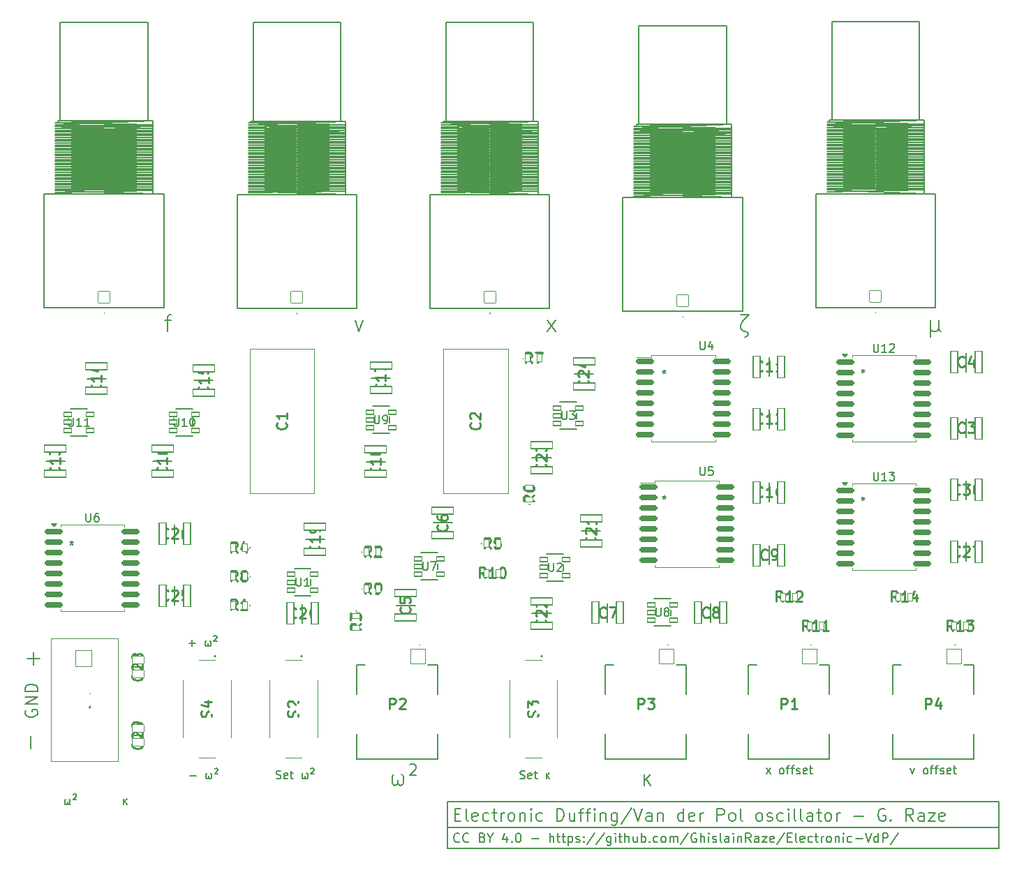
<source format=gbr>
%TF.GenerationSoftware,KiCad,Pcbnew,8.0.5*%
%TF.CreationDate,2024-10-09T14:13:09+02:00*%
%TF.ProjectId,ElectronicVdP,456c6563-7472-46f6-9e69-635664502e6b,v 1.0*%
%TF.SameCoordinates,Original*%
%TF.FileFunction,Legend,Top*%
%TF.FilePolarity,Positive*%
%FSLAX46Y46*%
G04 Gerber Fmt 4.6, Leading zero omitted, Abs format (unit mm)*
G04 Created by KiCad (PCBNEW 8.0.5) date 2024-10-09 14:13:09*
%MOMM*%
%LPD*%
G01*
G04 APERTURE LIST*
G04 Aperture macros list*
%AMRoundRect*
0 Rectangle with rounded corners*
0 $1 Rounding radius*
0 $2 $3 $4 $5 $6 $7 $8 $9 X,Y pos of 4 corners*
0 Add a 4 corners polygon primitive as box body*
4,1,4,$2,$3,$4,$5,$6,$7,$8,$9,$2,$3,0*
0 Add four circle primitives for the rounded corners*
1,1,$1+$1,$2,$3*
1,1,$1+$1,$4,$5*
1,1,$1+$1,$6,$7*
1,1,$1+$1,$8,$9*
0 Add four rect primitives between the rounded corners*
20,1,$1+$1,$2,$3,$4,$5,0*
20,1,$1+$1,$4,$5,$6,$7,0*
20,1,$1+$1,$6,$7,$8,$9,0*
20,1,$1+$1,$8,$9,$2,$3,0*%
G04 Aperture macros list end*
%ADD10C,0.150000*%
%ADD11C,0.254000*%
%ADD12C,0.152400*%
%ADD13C,0.200000*%
%ADD14C,0.100000*%
%ADD15C,0.120000*%
%ADD16C,0.500000*%
%ADD17RoundRect,0.050800X-0.488950X-0.254000X0.488950X-0.254000X0.488950X0.254000X-0.488950X0.254000X0*%
%ADD18C,1.601600*%
%ADD19C,2.351600*%
%ADD20RoundRect,0.050800X0.325000X0.450000X-0.325000X0.450000X-0.325000X-0.450000X0.325000X-0.450000X0*%
%ADD21RoundRect,0.050800X-0.325000X-0.450000X0.325000X-0.450000X0.325000X0.450000X-0.325000X0.450000X0*%
%ADD22RoundRect,0.050800X0.450000X-0.325000X0.450000X0.325000X-0.450000X0.325000X-0.450000X-0.325000X0*%
%ADD23RoundRect,0.050800X-0.450000X0.325000X-0.450000X-0.325000X0.450000X-0.325000X0.450000X0.325000X0*%
%ADD24RoundRect,0.050800X0.900000X0.900000X-0.900000X0.900000X-0.900000X-0.900000X0.900000X-0.900000X0*%
%ADD25C,1.901600*%
%ADD26C,4.256600*%
%ADD27RoundRect,0.050800X-0.700000X-0.700000X0.700000X-0.700000X0.700000X0.700000X-0.700000X0.700000X0*%
%ADD28C,1.501600*%
%ADD29C,3.101600*%
%ADD30RoundRect,0.050800X-0.975000X0.975000X-0.975000X-0.975000X0.975000X-0.975000X0.975000X0.975000X0*%
%ADD31C,2.051600*%
%ADD32RoundRect,0.050800X0.420000X1.320000X-0.420000X1.320000X-0.420000X-1.320000X0.420000X-1.320000X0*%
%ADD33RoundRect,0.050800X0.695000X-0.455000X0.695000X0.455000X-0.695000X0.455000X-0.695000X-0.455000X0*%
%ADD34RoundRect,0.050800X-0.420000X-1.320000X0.420000X-1.320000X0.420000X1.320000X-0.420000X1.320000X0*%
%ADD35RoundRect,0.050800X-1.320000X0.420000X-1.320000X-0.420000X1.320000X-0.420000X1.320000X0.420000X0*%
%ADD36C,1.676600*%
%ADD37RoundRect,0.175400X-0.900400X-0.175400X0.900400X-0.175400X0.900400X0.175400X-0.900400X0.175400X0*%
G04 APERTURE END LIST*
D10*
X100040000Y-150325000D02*
X166960000Y-150325000D01*
X166960000Y-153500000D01*
X100040000Y-153500000D01*
X100040000Y-150325000D01*
X100040000Y-153500000D02*
X166960000Y-153500000D01*
X166960000Y-156040000D01*
X100040000Y-156040000D01*
X100040000Y-153500000D01*
X53972731Y-150373985D02*
X53972731Y-150564461D01*
X53734636Y-150040652D02*
X53687017Y-150088271D01*
X53687017Y-150088271D02*
X53639398Y-150183509D01*
X53639398Y-150183509D02*
X53639398Y-150564461D01*
X53639398Y-150564461D02*
X53687017Y-150659700D01*
X53687017Y-150659700D02*
X53782255Y-150707319D01*
X53782255Y-150707319D02*
X53829874Y-150707319D01*
X53829874Y-150707319D02*
X53925112Y-150659700D01*
X53925112Y-150659700D02*
X53972731Y-150564461D01*
X53972731Y-150564461D02*
X54020350Y-150659700D01*
X54020350Y-150659700D02*
X54115588Y-150707319D01*
X54115588Y-150707319D02*
X54163207Y-150707319D01*
X54163207Y-150707319D02*
X54258445Y-150659700D01*
X54258445Y-150659700D02*
X54306064Y-150564461D01*
X54306064Y-150564461D02*
X54306064Y-150183509D01*
X54306064Y-150183509D02*
X54258445Y-150088271D01*
X54258445Y-150088271D02*
X54210826Y-150040652D01*
X54687017Y-149469223D02*
X54782255Y-149421604D01*
X54782255Y-149421604D02*
X54925112Y-149421604D01*
X54925112Y-149421604D02*
X55020350Y-149469223D01*
X55020350Y-149469223D02*
X55067969Y-149564461D01*
X55067969Y-149564461D02*
X55067969Y-149659700D01*
X55067969Y-149659700D02*
X55020350Y-149754938D01*
X55020350Y-149754938D02*
X54687017Y-150088271D01*
X54687017Y-150088271D02*
X55067969Y-150088271D01*
X158688446Y-91914104D02*
X158688446Y-93914104D01*
X159640827Y-92961723D02*
X159736065Y-93152200D01*
X159736065Y-93152200D02*
X159926541Y-93247438D01*
X158688446Y-92961723D02*
X158783684Y-93152200D01*
X158783684Y-93152200D02*
X158974160Y-93247438D01*
X158974160Y-93247438D02*
X159355113Y-93247438D01*
X159355113Y-93247438D02*
X159545589Y-93152200D01*
X159545589Y-93152200D02*
X159640827Y-92961723D01*
X159640827Y-92961723D02*
X159640827Y-91914104D01*
X101537160Y-155157819D02*
X101484779Y-155210200D01*
X101484779Y-155210200D02*
X101327636Y-155262580D01*
X101327636Y-155262580D02*
X101222874Y-155262580D01*
X101222874Y-155262580D02*
X101065731Y-155210200D01*
X101065731Y-155210200D02*
X100960969Y-155105438D01*
X100960969Y-155105438D02*
X100908588Y-155000676D01*
X100908588Y-155000676D02*
X100856207Y-154791152D01*
X100856207Y-154791152D02*
X100856207Y-154634009D01*
X100856207Y-154634009D02*
X100908588Y-154424485D01*
X100908588Y-154424485D02*
X100960969Y-154319723D01*
X100960969Y-154319723D02*
X101065731Y-154214961D01*
X101065731Y-154214961D02*
X101222874Y-154162580D01*
X101222874Y-154162580D02*
X101327636Y-154162580D01*
X101327636Y-154162580D02*
X101484779Y-154214961D01*
X101484779Y-154214961D02*
X101537160Y-154267342D01*
X102637160Y-155157819D02*
X102584779Y-155210200D01*
X102584779Y-155210200D02*
X102427636Y-155262580D01*
X102427636Y-155262580D02*
X102322874Y-155262580D01*
X102322874Y-155262580D02*
X102165731Y-155210200D01*
X102165731Y-155210200D02*
X102060969Y-155105438D01*
X102060969Y-155105438D02*
X102008588Y-155000676D01*
X102008588Y-155000676D02*
X101956207Y-154791152D01*
X101956207Y-154791152D02*
X101956207Y-154634009D01*
X101956207Y-154634009D02*
X102008588Y-154424485D01*
X102008588Y-154424485D02*
X102060969Y-154319723D01*
X102060969Y-154319723D02*
X102165731Y-154214961D01*
X102165731Y-154214961D02*
X102322874Y-154162580D01*
X102322874Y-154162580D02*
X102427636Y-154162580D01*
X102427636Y-154162580D02*
X102584779Y-154214961D01*
X102584779Y-154214961D02*
X102637160Y-154267342D01*
X104313350Y-154686390D02*
X104470493Y-154738771D01*
X104470493Y-154738771D02*
X104522874Y-154791152D01*
X104522874Y-154791152D02*
X104575255Y-154895914D01*
X104575255Y-154895914D02*
X104575255Y-155053057D01*
X104575255Y-155053057D02*
X104522874Y-155157819D01*
X104522874Y-155157819D02*
X104470493Y-155210200D01*
X104470493Y-155210200D02*
X104365731Y-155262580D01*
X104365731Y-155262580D02*
X103946683Y-155262580D01*
X103946683Y-155262580D02*
X103946683Y-154162580D01*
X103946683Y-154162580D02*
X104313350Y-154162580D01*
X104313350Y-154162580D02*
X104418112Y-154214961D01*
X104418112Y-154214961D02*
X104470493Y-154267342D01*
X104470493Y-154267342D02*
X104522874Y-154372104D01*
X104522874Y-154372104D02*
X104522874Y-154476866D01*
X104522874Y-154476866D02*
X104470493Y-154581628D01*
X104470493Y-154581628D02*
X104418112Y-154634009D01*
X104418112Y-154634009D02*
X104313350Y-154686390D01*
X104313350Y-154686390D02*
X103946683Y-154686390D01*
X105256207Y-154738771D02*
X105256207Y-155262580D01*
X104889540Y-154162580D02*
X105256207Y-154738771D01*
X105256207Y-154738771D02*
X105622874Y-154162580D01*
X107299064Y-154529247D02*
X107299064Y-155262580D01*
X107037159Y-154110200D02*
X106775254Y-154895914D01*
X106775254Y-154895914D02*
X107456207Y-154895914D01*
X107875254Y-155157819D02*
X107927635Y-155210200D01*
X107927635Y-155210200D02*
X107875254Y-155262580D01*
X107875254Y-155262580D02*
X107822873Y-155210200D01*
X107822873Y-155210200D02*
X107875254Y-155157819D01*
X107875254Y-155157819D02*
X107875254Y-155262580D01*
X108608588Y-154162580D02*
X108713350Y-154162580D01*
X108713350Y-154162580D02*
X108818112Y-154214961D01*
X108818112Y-154214961D02*
X108870493Y-154267342D01*
X108870493Y-154267342D02*
X108922874Y-154372104D01*
X108922874Y-154372104D02*
X108975255Y-154581628D01*
X108975255Y-154581628D02*
X108975255Y-154843533D01*
X108975255Y-154843533D02*
X108922874Y-155053057D01*
X108922874Y-155053057D02*
X108870493Y-155157819D01*
X108870493Y-155157819D02*
X108818112Y-155210200D01*
X108818112Y-155210200D02*
X108713350Y-155262580D01*
X108713350Y-155262580D02*
X108608588Y-155262580D01*
X108608588Y-155262580D02*
X108503826Y-155210200D01*
X108503826Y-155210200D02*
X108451445Y-155157819D01*
X108451445Y-155157819D02*
X108399064Y-155053057D01*
X108399064Y-155053057D02*
X108346683Y-154843533D01*
X108346683Y-154843533D02*
X108346683Y-154581628D01*
X108346683Y-154581628D02*
X108399064Y-154372104D01*
X108399064Y-154372104D02*
X108451445Y-154267342D01*
X108451445Y-154267342D02*
X108503826Y-154214961D01*
X108503826Y-154214961D02*
X108608588Y-154162580D01*
X110284778Y-154843533D02*
X111122874Y-154843533D01*
X112484778Y-155262580D02*
X112484778Y-154162580D01*
X112956207Y-155262580D02*
X112956207Y-154686390D01*
X112956207Y-154686390D02*
X112903826Y-154581628D01*
X112903826Y-154581628D02*
X112799064Y-154529247D01*
X112799064Y-154529247D02*
X112641921Y-154529247D01*
X112641921Y-154529247D02*
X112537159Y-154581628D01*
X112537159Y-154581628D02*
X112484778Y-154634009D01*
X113322873Y-154529247D02*
X113741921Y-154529247D01*
X113480016Y-154162580D02*
X113480016Y-155105438D01*
X113480016Y-155105438D02*
X113532397Y-155210200D01*
X113532397Y-155210200D02*
X113637159Y-155262580D01*
X113637159Y-155262580D02*
X113741921Y-155262580D01*
X113951444Y-154529247D02*
X114370492Y-154529247D01*
X114108587Y-154162580D02*
X114108587Y-155105438D01*
X114108587Y-155105438D02*
X114160968Y-155210200D01*
X114160968Y-155210200D02*
X114265730Y-155262580D01*
X114265730Y-155262580D02*
X114370492Y-155262580D01*
X114737158Y-154529247D02*
X114737158Y-155629247D01*
X114737158Y-154581628D02*
X114841920Y-154529247D01*
X114841920Y-154529247D02*
X115051444Y-154529247D01*
X115051444Y-154529247D02*
X115156206Y-154581628D01*
X115156206Y-154581628D02*
X115208587Y-154634009D01*
X115208587Y-154634009D02*
X115260968Y-154738771D01*
X115260968Y-154738771D02*
X115260968Y-155053057D01*
X115260968Y-155053057D02*
X115208587Y-155157819D01*
X115208587Y-155157819D02*
X115156206Y-155210200D01*
X115156206Y-155210200D02*
X115051444Y-155262580D01*
X115051444Y-155262580D02*
X114841920Y-155262580D01*
X114841920Y-155262580D02*
X114737158Y-155210200D01*
X115680015Y-155210200D02*
X115784777Y-155262580D01*
X115784777Y-155262580D02*
X115994301Y-155262580D01*
X115994301Y-155262580D02*
X116099063Y-155210200D01*
X116099063Y-155210200D02*
X116151444Y-155105438D01*
X116151444Y-155105438D02*
X116151444Y-155053057D01*
X116151444Y-155053057D02*
X116099063Y-154948295D01*
X116099063Y-154948295D02*
X115994301Y-154895914D01*
X115994301Y-154895914D02*
X115837158Y-154895914D01*
X115837158Y-154895914D02*
X115732396Y-154843533D01*
X115732396Y-154843533D02*
X115680015Y-154738771D01*
X115680015Y-154738771D02*
X115680015Y-154686390D01*
X115680015Y-154686390D02*
X115732396Y-154581628D01*
X115732396Y-154581628D02*
X115837158Y-154529247D01*
X115837158Y-154529247D02*
X115994301Y-154529247D01*
X115994301Y-154529247D02*
X116099063Y-154581628D01*
X116622872Y-155157819D02*
X116675253Y-155210200D01*
X116675253Y-155210200D02*
X116622872Y-155262580D01*
X116622872Y-155262580D02*
X116570491Y-155210200D01*
X116570491Y-155210200D02*
X116622872Y-155157819D01*
X116622872Y-155157819D02*
X116622872Y-155262580D01*
X116622872Y-154581628D02*
X116675253Y-154634009D01*
X116675253Y-154634009D02*
X116622872Y-154686390D01*
X116622872Y-154686390D02*
X116570491Y-154634009D01*
X116570491Y-154634009D02*
X116622872Y-154581628D01*
X116622872Y-154581628D02*
X116622872Y-154686390D01*
X117932397Y-154110200D02*
X116989539Y-155524485D01*
X119084778Y-154110200D02*
X118141920Y-155524485D01*
X119922873Y-154529247D02*
X119922873Y-155419723D01*
X119922873Y-155419723D02*
X119870492Y-155524485D01*
X119870492Y-155524485D02*
X119818111Y-155576866D01*
X119818111Y-155576866D02*
X119713349Y-155629247D01*
X119713349Y-155629247D02*
X119556206Y-155629247D01*
X119556206Y-155629247D02*
X119451444Y-155576866D01*
X119922873Y-155210200D02*
X119818111Y-155262580D01*
X119818111Y-155262580D02*
X119608587Y-155262580D01*
X119608587Y-155262580D02*
X119503825Y-155210200D01*
X119503825Y-155210200D02*
X119451444Y-155157819D01*
X119451444Y-155157819D02*
X119399063Y-155053057D01*
X119399063Y-155053057D02*
X119399063Y-154738771D01*
X119399063Y-154738771D02*
X119451444Y-154634009D01*
X119451444Y-154634009D02*
X119503825Y-154581628D01*
X119503825Y-154581628D02*
X119608587Y-154529247D01*
X119608587Y-154529247D02*
X119818111Y-154529247D01*
X119818111Y-154529247D02*
X119922873Y-154581628D01*
X120446682Y-155262580D02*
X120446682Y-154529247D01*
X120446682Y-154162580D02*
X120394301Y-154214961D01*
X120394301Y-154214961D02*
X120446682Y-154267342D01*
X120446682Y-154267342D02*
X120499063Y-154214961D01*
X120499063Y-154214961D02*
X120446682Y-154162580D01*
X120446682Y-154162580D02*
X120446682Y-154267342D01*
X120813349Y-154529247D02*
X121232397Y-154529247D01*
X120970492Y-154162580D02*
X120970492Y-155105438D01*
X120970492Y-155105438D02*
X121022873Y-155210200D01*
X121022873Y-155210200D02*
X121127635Y-155262580D01*
X121127635Y-155262580D02*
X121232397Y-155262580D01*
X121599063Y-155262580D02*
X121599063Y-154162580D01*
X122070492Y-155262580D02*
X122070492Y-154686390D01*
X122070492Y-154686390D02*
X122018111Y-154581628D01*
X122018111Y-154581628D02*
X121913349Y-154529247D01*
X121913349Y-154529247D02*
X121756206Y-154529247D01*
X121756206Y-154529247D02*
X121651444Y-154581628D01*
X121651444Y-154581628D02*
X121599063Y-154634009D01*
X123065730Y-154529247D02*
X123065730Y-155262580D01*
X122594301Y-154529247D02*
X122594301Y-155105438D01*
X122594301Y-155105438D02*
X122646682Y-155210200D01*
X122646682Y-155210200D02*
X122751444Y-155262580D01*
X122751444Y-155262580D02*
X122908587Y-155262580D01*
X122908587Y-155262580D02*
X123013349Y-155210200D01*
X123013349Y-155210200D02*
X123065730Y-155157819D01*
X123589539Y-155262580D02*
X123589539Y-154162580D01*
X123589539Y-154581628D02*
X123694301Y-154529247D01*
X123694301Y-154529247D02*
X123903825Y-154529247D01*
X123903825Y-154529247D02*
X124008587Y-154581628D01*
X124008587Y-154581628D02*
X124060968Y-154634009D01*
X124060968Y-154634009D02*
X124113349Y-154738771D01*
X124113349Y-154738771D02*
X124113349Y-155053057D01*
X124113349Y-155053057D02*
X124060968Y-155157819D01*
X124060968Y-155157819D02*
X124008587Y-155210200D01*
X124008587Y-155210200D02*
X123903825Y-155262580D01*
X123903825Y-155262580D02*
X123694301Y-155262580D01*
X123694301Y-155262580D02*
X123589539Y-155210200D01*
X124584777Y-155157819D02*
X124637158Y-155210200D01*
X124637158Y-155210200D02*
X124584777Y-155262580D01*
X124584777Y-155262580D02*
X124532396Y-155210200D01*
X124532396Y-155210200D02*
X124584777Y-155157819D01*
X124584777Y-155157819D02*
X124584777Y-155262580D01*
X125580016Y-155210200D02*
X125475254Y-155262580D01*
X125475254Y-155262580D02*
X125265730Y-155262580D01*
X125265730Y-155262580D02*
X125160968Y-155210200D01*
X125160968Y-155210200D02*
X125108587Y-155157819D01*
X125108587Y-155157819D02*
X125056206Y-155053057D01*
X125056206Y-155053057D02*
X125056206Y-154738771D01*
X125056206Y-154738771D02*
X125108587Y-154634009D01*
X125108587Y-154634009D02*
X125160968Y-154581628D01*
X125160968Y-154581628D02*
X125265730Y-154529247D01*
X125265730Y-154529247D02*
X125475254Y-154529247D01*
X125475254Y-154529247D02*
X125580016Y-154581628D01*
X126208587Y-155262580D02*
X126103825Y-155210200D01*
X126103825Y-155210200D02*
X126051444Y-155157819D01*
X126051444Y-155157819D02*
X125999063Y-155053057D01*
X125999063Y-155053057D02*
X125999063Y-154738771D01*
X125999063Y-154738771D02*
X126051444Y-154634009D01*
X126051444Y-154634009D02*
X126103825Y-154581628D01*
X126103825Y-154581628D02*
X126208587Y-154529247D01*
X126208587Y-154529247D02*
X126365730Y-154529247D01*
X126365730Y-154529247D02*
X126470492Y-154581628D01*
X126470492Y-154581628D02*
X126522873Y-154634009D01*
X126522873Y-154634009D02*
X126575254Y-154738771D01*
X126575254Y-154738771D02*
X126575254Y-155053057D01*
X126575254Y-155053057D02*
X126522873Y-155157819D01*
X126522873Y-155157819D02*
X126470492Y-155210200D01*
X126470492Y-155210200D02*
X126365730Y-155262580D01*
X126365730Y-155262580D02*
X126208587Y-155262580D01*
X127046682Y-155262580D02*
X127046682Y-154529247D01*
X127046682Y-154634009D02*
X127099063Y-154581628D01*
X127099063Y-154581628D02*
X127203825Y-154529247D01*
X127203825Y-154529247D02*
X127360968Y-154529247D01*
X127360968Y-154529247D02*
X127465730Y-154581628D01*
X127465730Y-154581628D02*
X127518111Y-154686390D01*
X127518111Y-154686390D02*
X127518111Y-155262580D01*
X127518111Y-154686390D02*
X127570492Y-154581628D01*
X127570492Y-154581628D02*
X127675254Y-154529247D01*
X127675254Y-154529247D02*
X127832397Y-154529247D01*
X127832397Y-154529247D02*
X127937158Y-154581628D01*
X127937158Y-154581628D02*
X127989539Y-154686390D01*
X127989539Y-154686390D02*
X127989539Y-155262580D01*
X129299064Y-154110200D02*
X128356206Y-155524485D01*
X130241921Y-154214961D02*
X130137159Y-154162580D01*
X130137159Y-154162580D02*
X129980016Y-154162580D01*
X129980016Y-154162580D02*
X129822873Y-154214961D01*
X129822873Y-154214961D02*
X129718111Y-154319723D01*
X129718111Y-154319723D02*
X129665730Y-154424485D01*
X129665730Y-154424485D02*
X129613349Y-154634009D01*
X129613349Y-154634009D02*
X129613349Y-154791152D01*
X129613349Y-154791152D02*
X129665730Y-155000676D01*
X129665730Y-155000676D02*
X129718111Y-155105438D01*
X129718111Y-155105438D02*
X129822873Y-155210200D01*
X129822873Y-155210200D02*
X129980016Y-155262580D01*
X129980016Y-155262580D02*
X130084778Y-155262580D01*
X130084778Y-155262580D02*
X130241921Y-155210200D01*
X130241921Y-155210200D02*
X130294302Y-155157819D01*
X130294302Y-155157819D02*
X130294302Y-154791152D01*
X130294302Y-154791152D02*
X130084778Y-154791152D01*
X130765730Y-155262580D02*
X130765730Y-154162580D01*
X131237159Y-155262580D02*
X131237159Y-154686390D01*
X131237159Y-154686390D02*
X131184778Y-154581628D01*
X131184778Y-154581628D02*
X131080016Y-154529247D01*
X131080016Y-154529247D02*
X130922873Y-154529247D01*
X130922873Y-154529247D02*
X130818111Y-154581628D01*
X130818111Y-154581628D02*
X130765730Y-154634009D01*
X131760968Y-155262580D02*
X131760968Y-154529247D01*
X131760968Y-154162580D02*
X131708587Y-154214961D01*
X131708587Y-154214961D02*
X131760968Y-154267342D01*
X131760968Y-154267342D02*
X131813349Y-154214961D01*
X131813349Y-154214961D02*
X131760968Y-154162580D01*
X131760968Y-154162580D02*
X131760968Y-154267342D01*
X132232397Y-155210200D02*
X132337159Y-155262580D01*
X132337159Y-155262580D02*
X132546683Y-155262580D01*
X132546683Y-155262580D02*
X132651445Y-155210200D01*
X132651445Y-155210200D02*
X132703826Y-155105438D01*
X132703826Y-155105438D02*
X132703826Y-155053057D01*
X132703826Y-155053057D02*
X132651445Y-154948295D01*
X132651445Y-154948295D02*
X132546683Y-154895914D01*
X132546683Y-154895914D02*
X132389540Y-154895914D01*
X132389540Y-154895914D02*
X132284778Y-154843533D01*
X132284778Y-154843533D02*
X132232397Y-154738771D01*
X132232397Y-154738771D02*
X132232397Y-154686390D01*
X132232397Y-154686390D02*
X132284778Y-154581628D01*
X132284778Y-154581628D02*
X132389540Y-154529247D01*
X132389540Y-154529247D02*
X132546683Y-154529247D01*
X132546683Y-154529247D02*
X132651445Y-154581628D01*
X133332397Y-155262580D02*
X133227635Y-155210200D01*
X133227635Y-155210200D02*
X133175254Y-155105438D01*
X133175254Y-155105438D02*
X133175254Y-154162580D01*
X134222873Y-155262580D02*
X134222873Y-154686390D01*
X134222873Y-154686390D02*
X134170492Y-154581628D01*
X134170492Y-154581628D02*
X134065730Y-154529247D01*
X134065730Y-154529247D02*
X133856206Y-154529247D01*
X133856206Y-154529247D02*
X133751444Y-154581628D01*
X134222873Y-155210200D02*
X134118111Y-155262580D01*
X134118111Y-155262580D02*
X133856206Y-155262580D01*
X133856206Y-155262580D02*
X133751444Y-155210200D01*
X133751444Y-155210200D02*
X133699063Y-155105438D01*
X133699063Y-155105438D02*
X133699063Y-155000676D01*
X133699063Y-155000676D02*
X133751444Y-154895914D01*
X133751444Y-154895914D02*
X133856206Y-154843533D01*
X133856206Y-154843533D02*
X134118111Y-154843533D01*
X134118111Y-154843533D02*
X134222873Y-154791152D01*
X134746682Y-155262580D02*
X134746682Y-154529247D01*
X134746682Y-154162580D02*
X134694301Y-154214961D01*
X134694301Y-154214961D02*
X134746682Y-154267342D01*
X134746682Y-154267342D02*
X134799063Y-154214961D01*
X134799063Y-154214961D02*
X134746682Y-154162580D01*
X134746682Y-154162580D02*
X134746682Y-154267342D01*
X135270492Y-154529247D02*
X135270492Y-155262580D01*
X135270492Y-154634009D02*
X135322873Y-154581628D01*
X135322873Y-154581628D02*
X135427635Y-154529247D01*
X135427635Y-154529247D02*
X135584778Y-154529247D01*
X135584778Y-154529247D02*
X135689540Y-154581628D01*
X135689540Y-154581628D02*
X135741921Y-154686390D01*
X135741921Y-154686390D02*
X135741921Y-155262580D01*
X136894302Y-155262580D02*
X136527635Y-154738771D01*
X136265730Y-155262580D02*
X136265730Y-154162580D01*
X136265730Y-154162580D02*
X136684778Y-154162580D01*
X136684778Y-154162580D02*
X136789540Y-154214961D01*
X136789540Y-154214961D02*
X136841921Y-154267342D01*
X136841921Y-154267342D02*
X136894302Y-154372104D01*
X136894302Y-154372104D02*
X136894302Y-154529247D01*
X136894302Y-154529247D02*
X136841921Y-154634009D01*
X136841921Y-154634009D02*
X136789540Y-154686390D01*
X136789540Y-154686390D02*
X136684778Y-154738771D01*
X136684778Y-154738771D02*
X136265730Y-154738771D01*
X137837159Y-155262580D02*
X137837159Y-154686390D01*
X137837159Y-154686390D02*
X137784778Y-154581628D01*
X137784778Y-154581628D02*
X137680016Y-154529247D01*
X137680016Y-154529247D02*
X137470492Y-154529247D01*
X137470492Y-154529247D02*
X137365730Y-154581628D01*
X137837159Y-155210200D02*
X137732397Y-155262580D01*
X137732397Y-155262580D02*
X137470492Y-155262580D01*
X137470492Y-155262580D02*
X137365730Y-155210200D01*
X137365730Y-155210200D02*
X137313349Y-155105438D01*
X137313349Y-155105438D02*
X137313349Y-155000676D01*
X137313349Y-155000676D02*
X137365730Y-154895914D01*
X137365730Y-154895914D02*
X137470492Y-154843533D01*
X137470492Y-154843533D02*
X137732397Y-154843533D01*
X137732397Y-154843533D02*
X137837159Y-154791152D01*
X138256206Y-154529247D02*
X138832397Y-154529247D01*
X138832397Y-154529247D02*
X138256206Y-155262580D01*
X138256206Y-155262580D02*
X138832397Y-155262580D01*
X139670492Y-155210200D02*
X139565730Y-155262580D01*
X139565730Y-155262580D02*
X139356206Y-155262580D01*
X139356206Y-155262580D02*
X139251444Y-155210200D01*
X139251444Y-155210200D02*
X139199063Y-155105438D01*
X139199063Y-155105438D02*
X139199063Y-154686390D01*
X139199063Y-154686390D02*
X139251444Y-154581628D01*
X139251444Y-154581628D02*
X139356206Y-154529247D01*
X139356206Y-154529247D02*
X139565730Y-154529247D01*
X139565730Y-154529247D02*
X139670492Y-154581628D01*
X139670492Y-154581628D02*
X139722873Y-154686390D01*
X139722873Y-154686390D02*
X139722873Y-154791152D01*
X139722873Y-154791152D02*
X139199063Y-154895914D01*
X140980016Y-154110200D02*
X140037158Y-155524485D01*
X141346682Y-154686390D02*
X141713349Y-154686390D01*
X141870492Y-155262580D02*
X141346682Y-155262580D01*
X141346682Y-155262580D02*
X141346682Y-154162580D01*
X141346682Y-154162580D02*
X141870492Y-154162580D01*
X142499063Y-155262580D02*
X142394301Y-155210200D01*
X142394301Y-155210200D02*
X142341920Y-155105438D01*
X142341920Y-155105438D02*
X142341920Y-154162580D01*
X143337158Y-155210200D02*
X143232396Y-155262580D01*
X143232396Y-155262580D02*
X143022872Y-155262580D01*
X143022872Y-155262580D02*
X142918110Y-155210200D01*
X142918110Y-155210200D02*
X142865729Y-155105438D01*
X142865729Y-155105438D02*
X142865729Y-154686390D01*
X142865729Y-154686390D02*
X142918110Y-154581628D01*
X142918110Y-154581628D02*
X143022872Y-154529247D01*
X143022872Y-154529247D02*
X143232396Y-154529247D01*
X143232396Y-154529247D02*
X143337158Y-154581628D01*
X143337158Y-154581628D02*
X143389539Y-154686390D01*
X143389539Y-154686390D02*
X143389539Y-154791152D01*
X143389539Y-154791152D02*
X142865729Y-154895914D01*
X144332396Y-155210200D02*
X144227634Y-155262580D01*
X144227634Y-155262580D02*
X144018110Y-155262580D01*
X144018110Y-155262580D02*
X143913348Y-155210200D01*
X143913348Y-155210200D02*
X143860967Y-155157819D01*
X143860967Y-155157819D02*
X143808586Y-155053057D01*
X143808586Y-155053057D02*
X143808586Y-154738771D01*
X143808586Y-154738771D02*
X143860967Y-154634009D01*
X143860967Y-154634009D02*
X143913348Y-154581628D01*
X143913348Y-154581628D02*
X144018110Y-154529247D01*
X144018110Y-154529247D02*
X144227634Y-154529247D01*
X144227634Y-154529247D02*
X144332396Y-154581628D01*
X144646681Y-154529247D02*
X145065729Y-154529247D01*
X144803824Y-154162580D02*
X144803824Y-155105438D01*
X144803824Y-155105438D02*
X144856205Y-155210200D01*
X144856205Y-155210200D02*
X144960967Y-155262580D01*
X144960967Y-155262580D02*
X145065729Y-155262580D01*
X145432395Y-155262580D02*
X145432395Y-154529247D01*
X145432395Y-154738771D02*
X145484776Y-154634009D01*
X145484776Y-154634009D02*
X145537157Y-154581628D01*
X145537157Y-154581628D02*
X145641919Y-154529247D01*
X145641919Y-154529247D02*
X145746681Y-154529247D01*
X146270490Y-155262580D02*
X146165728Y-155210200D01*
X146165728Y-155210200D02*
X146113347Y-155157819D01*
X146113347Y-155157819D02*
X146060966Y-155053057D01*
X146060966Y-155053057D02*
X146060966Y-154738771D01*
X146060966Y-154738771D02*
X146113347Y-154634009D01*
X146113347Y-154634009D02*
X146165728Y-154581628D01*
X146165728Y-154581628D02*
X146270490Y-154529247D01*
X146270490Y-154529247D02*
X146427633Y-154529247D01*
X146427633Y-154529247D02*
X146532395Y-154581628D01*
X146532395Y-154581628D02*
X146584776Y-154634009D01*
X146584776Y-154634009D02*
X146637157Y-154738771D01*
X146637157Y-154738771D02*
X146637157Y-155053057D01*
X146637157Y-155053057D02*
X146584776Y-155157819D01*
X146584776Y-155157819D02*
X146532395Y-155210200D01*
X146532395Y-155210200D02*
X146427633Y-155262580D01*
X146427633Y-155262580D02*
X146270490Y-155262580D01*
X147108585Y-154529247D02*
X147108585Y-155262580D01*
X147108585Y-154634009D02*
X147160966Y-154581628D01*
X147160966Y-154581628D02*
X147265728Y-154529247D01*
X147265728Y-154529247D02*
X147422871Y-154529247D01*
X147422871Y-154529247D02*
X147527633Y-154581628D01*
X147527633Y-154581628D02*
X147580014Y-154686390D01*
X147580014Y-154686390D02*
X147580014Y-155262580D01*
X148103823Y-155262580D02*
X148103823Y-154529247D01*
X148103823Y-154162580D02*
X148051442Y-154214961D01*
X148051442Y-154214961D02*
X148103823Y-154267342D01*
X148103823Y-154267342D02*
X148156204Y-154214961D01*
X148156204Y-154214961D02*
X148103823Y-154162580D01*
X148103823Y-154162580D02*
X148103823Y-154267342D01*
X149099062Y-155210200D02*
X148994300Y-155262580D01*
X148994300Y-155262580D02*
X148784776Y-155262580D01*
X148784776Y-155262580D02*
X148680014Y-155210200D01*
X148680014Y-155210200D02*
X148627633Y-155157819D01*
X148627633Y-155157819D02*
X148575252Y-155053057D01*
X148575252Y-155053057D02*
X148575252Y-154738771D01*
X148575252Y-154738771D02*
X148627633Y-154634009D01*
X148627633Y-154634009D02*
X148680014Y-154581628D01*
X148680014Y-154581628D02*
X148784776Y-154529247D01*
X148784776Y-154529247D02*
X148994300Y-154529247D01*
X148994300Y-154529247D02*
X149099062Y-154581628D01*
X149570490Y-154843533D02*
X150408586Y-154843533D01*
X150775252Y-154162580D02*
X151141919Y-155262580D01*
X151141919Y-155262580D02*
X151508586Y-154162580D01*
X152346681Y-155262580D02*
X152346681Y-154162580D01*
X152346681Y-155210200D02*
X152241919Y-155262580D01*
X152241919Y-155262580D02*
X152032395Y-155262580D01*
X152032395Y-155262580D02*
X151927633Y-155210200D01*
X151927633Y-155210200D02*
X151875252Y-155157819D01*
X151875252Y-155157819D02*
X151822871Y-155053057D01*
X151822871Y-155053057D02*
X151822871Y-154738771D01*
X151822871Y-154738771D02*
X151875252Y-154634009D01*
X151875252Y-154634009D02*
X151927633Y-154581628D01*
X151927633Y-154581628D02*
X152032395Y-154529247D01*
X152032395Y-154529247D02*
X152241919Y-154529247D01*
X152241919Y-154529247D02*
X152346681Y-154581628D01*
X152870490Y-155262580D02*
X152870490Y-154162580D01*
X152870490Y-154162580D02*
X153289538Y-154162580D01*
X153289538Y-154162580D02*
X153394300Y-154214961D01*
X153394300Y-154214961D02*
X153446681Y-154267342D01*
X153446681Y-154267342D02*
X153499062Y-154372104D01*
X153499062Y-154372104D02*
X153499062Y-154529247D01*
X153499062Y-154529247D02*
X153446681Y-154634009D01*
X153446681Y-154634009D02*
X153394300Y-154686390D01*
X153394300Y-154686390D02*
X153289538Y-154738771D01*
X153289538Y-154738771D02*
X152870490Y-154738771D01*
X154756205Y-154110200D02*
X153813347Y-155524485D01*
X60807017Y-149980652D02*
X60807017Y-150647319D01*
X60902255Y-150266366D02*
X61187969Y-150647319D01*
X61187969Y-149980652D02*
X60807017Y-150361604D01*
X150479636Y-113369819D02*
X150479636Y-113607914D01*
X150241541Y-113512676D02*
X150479636Y-113607914D01*
X150479636Y-113607914D02*
X150717731Y-113512676D01*
X150336779Y-113798390D02*
X150479636Y-113607914D01*
X150479636Y-113607914D02*
X150622493Y-113798390D01*
X138741541Y-146969819D02*
X139265350Y-146303152D01*
X138741541Y-146303152D02*
X139265350Y-146969819D01*
X140551065Y-146969819D02*
X140455827Y-146922200D01*
X140455827Y-146922200D02*
X140408208Y-146874580D01*
X140408208Y-146874580D02*
X140360589Y-146779342D01*
X140360589Y-146779342D02*
X140360589Y-146493628D01*
X140360589Y-146493628D02*
X140408208Y-146398390D01*
X140408208Y-146398390D02*
X140455827Y-146350771D01*
X140455827Y-146350771D02*
X140551065Y-146303152D01*
X140551065Y-146303152D02*
X140693922Y-146303152D01*
X140693922Y-146303152D02*
X140789160Y-146350771D01*
X140789160Y-146350771D02*
X140836779Y-146398390D01*
X140836779Y-146398390D02*
X140884398Y-146493628D01*
X140884398Y-146493628D02*
X140884398Y-146779342D01*
X140884398Y-146779342D02*
X140836779Y-146874580D01*
X140836779Y-146874580D02*
X140789160Y-146922200D01*
X140789160Y-146922200D02*
X140693922Y-146969819D01*
X140693922Y-146969819D02*
X140551065Y-146969819D01*
X141170113Y-146303152D02*
X141551065Y-146303152D01*
X141312970Y-146969819D02*
X141312970Y-146112676D01*
X141312970Y-146112676D02*
X141360589Y-146017438D01*
X141360589Y-146017438D02*
X141455827Y-145969819D01*
X141455827Y-145969819D02*
X141551065Y-145969819D01*
X141741542Y-146303152D02*
X142122494Y-146303152D01*
X141884399Y-146969819D02*
X141884399Y-146112676D01*
X141884399Y-146112676D02*
X141932018Y-146017438D01*
X141932018Y-146017438D02*
X142027256Y-145969819D01*
X142027256Y-145969819D02*
X142122494Y-145969819D01*
X142408209Y-146922200D02*
X142503447Y-146969819D01*
X142503447Y-146969819D02*
X142693923Y-146969819D01*
X142693923Y-146969819D02*
X142789161Y-146922200D01*
X142789161Y-146922200D02*
X142836780Y-146826961D01*
X142836780Y-146826961D02*
X142836780Y-146779342D01*
X142836780Y-146779342D02*
X142789161Y-146684104D01*
X142789161Y-146684104D02*
X142693923Y-146636485D01*
X142693923Y-146636485D02*
X142551066Y-146636485D01*
X142551066Y-146636485D02*
X142455828Y-146588866D01*
X142455828Y-146588866D02*
X142408209Y-146493628D01*
X142408209Y-146493628D02*
X142408209Y-146446009D01*
X142408209Y-146446009D02*
X142455828Y-146350771D01*
X142455828Y-146350771D02*
X142551066Y-146303152D01*
X142551066Y-146303152D02*
X142693923Y-146303152D01*
X142693923Y-146303152D02*
X142789161Y-146350771D01*
X143646304Y-146922200D02*
X143551066Y-146969819D01*
X143551066Y-146969819D02*
X143360590Y-146969819D01*
X143360590Y-146969819D02*
X143265352Y-146922200D01*
X143265352Y-146922200D02*
X143217733Y-146826961D01*
X143217733Y-146826961D02*
X143217733Y-146446009D01*
X143217733Y-146446009D02*
X143265352Y-146350771D01*
X143265352Y-146350771D02*
X143360590Y-146303152D01*
X143360590Y-146303152D02*
X143551066Y-146303152D01*
X143551066Y-146303152D02*
X143646304Y-146350771D01*
X143646304Y-146350771D02*
X143693923Y-146446009D01*
X143693923Y-146446009D02*
X143693923Y-146541247D01*
X143693923Y-146541247D02*
X143217733Y-146636485D01*
X143979638Y-146303152D02*
X144360590Y-146303152D01*
X144122495Y-145969819D02*
X144122495Y-146826961D01*
X144122495Y-146826961D02*
X144170114Y-146922200D01*
X144170114Y-146922200D02*
X144265352Y-146969819D01*
X144265352Y-146969819D02*
X144360590Y-146969819D01*
X68836779Y-147188866D02*
X69598684Y-147188866D01*
X71122493Y-147236485D02*
X71122493Y-147426961D01*
X70884398Y-146903152D02*
X70836779Y-146950771D01*
X70836779Y-146950771D02*
X70789160Y-147046009D01*
X70789160Y-147046009D02*
X70789160Y-147426961D01*
X70789160Y-147426961D02*
X70836779Y-147522200D01*
X70836779Y-147522200D02*
X70932017Y-147569819D01*
X70932017Y-147569819D02*
X70979636Y-147569819D01*
X70979636Y-147569819D02*
X71074874Y-147522200D01*
X71074874Y-147522200D02*
X71122493Y-147426961D01*
X71122493Y-147426961D02*
X71170112Y-147522200D01*
X71170112Y-147522200D02*
X71265350Y-147569819D01*
X71265350Y-147569819D02*
X71312969Y-147569819D01*
X71312969Y-147569819D02*
X71408207Y-147522200D01*
X71408207Y-147522200D02*
X71455826Y-147426961D01*
X71455826Y-147426961D02*
X71455826Y-147046009D01*
X71455826Y-147046009D02*
X71408207Y-146950771D01*
X71408207Y-146950771D02*
X71360588Y-146903152D01*
X71836779Y-146331723D02*
X71932017Y-146284104D01*
X71932017Y-146284104D02*
X72074874Y-146284104D01*
X72074874Y-146284104D02*
X72170112Y-146331723D01*
X72170112Y-146331723D02*
X72217731Y-146426961D01*
X72217731Y-146426961D02*
X72217731Y-146522200D01*
X72217731Y-146522200D02*
X72170112Y-146617438D01*
X72170112Y-146617438D02*
X71836779Y-146950771D01*
X71836779Y-146950771D02*
X72217731Y-146950771D01*
X101003826Y-151887914D02*
X101503826Y-151887914D01*
X101718112Y-152673628D02*
X101003826Y-152673628D01*
X101003826Y-152673628D02*
X101003826Y-151173628D01*
X101003826Y-151173628D02*
X101718112Y-151173628D01*
X102575255Y-152673628D02*
X102432398Y-152602200D01*
X102432398Y-152602200D02*
X102360969Y-152459342D01*
X102360969Y-152459342D02*
X102360969Y-151173628D01*
X103718112Y-152602200D02*
X103575255Y-152673628D01*
X103575255Y-152673628D02*
X103289541Y-152673628D01*
X103289541Y-152673628D02*
X103146683Y-152602200D01*
X103146683Y-152602200D02*
X103075255Y-152459342D01*
X103075255Y-152459342D02*
X103075255Y-151887914D01*
X103075255Y-151887914D02*
X103146683Y-151745057D01*
X103146683Y-151745057D02*
X103289541Y-151673628D01*
X103289541Y-151673628D02*
X103575255Y-151673628D01*
X103575255Y-151673628D02*
X103718112Y-151745057D01*
X103718112Y-151745057D02*
X103789541Y-151887914D01*
X103789541Y-151887914D02*
X103789541Y-152030771D01*
X103789541Y-152030771D02*
X103075255Y-152173628D01*
X105075255Y-152602200D02*
X104932397Y-152673628D01*
X104932397Y-152673628D02*
X104646683Y-152673628D01*
X104646683Y-152673628D02*
X104503826Y-152602200D01*
X104503826Y-152602200D02*
X104432397Y-152530771D01*
X104432397Y-152530771D02*
X104360969Y-152387914D01*
X104360969Y-152387914D02*
X104360969Y-151959342D01*
X104360969Y-151959342D02*
X104432397Y-151816485D01*
X104432397Y-151816485D02*
X104503826Y-151745057D01*
X104503826Y-151745057D02*
X104646683Y-151673628D01*
X104646683Y-151673628D02*
X104932397Y-151673628D01*
X104932397Y-151673628D02*
X105075255Y-151745057D01*
X105503826Y-151673628D02*
X106075254Y-151673628D01*
X105718111Y-151173628D02*
X105718111Y-152459342D01*
X105718111Y-152459342D02*
X105789540Y-152602200D01*
X105789540Y-152602200D02*
X105932397Y-152673628D01*
X105932397Y-152673628D02*
X106075254Y-152673628D01*
X106575254Y-152673628D02*
X106575254Y-151673628D01*
X106575254Y-151959342D02*
X106646683Y-151816485D01*
X106646683Y-151816485D02*
X106718112Y-151745057D01*
X106718112Y-151745057D02*
X106860969Y-151673628D01*
X106860969Y-151673628D02*
X107003826Y-151673628D01*
X107718111Y-152673628D02*
X107575254Y-152602200D01*
X107575254Y-152602200D02*
X107503825Y-152530771D01*
X107503825Y-152530771D02*
X107432397Y-152387914D01*
X107432397Y-152387914D02*
X107432397Y-151959342D01*
X107432397Y-151959342D02*
X107503825Y-151816485D01*
X107503825Y-151816485D02*
X107575254Y-151745057D01*
X107575254Y-151745057D02*
X107718111Y-151673628D01*
X107718111Y-151673628D02*
X107932397Y-151673628D01*
X107932397Y-151673628D02*
X108075254Y-151745057D01*
X108075254Y-151745057D02*
X108146683Y-151816485D01*
X108146683Y-151816485D02*
X108218111Y-151959342D01*
X108218111Y-151959342D02*
X108218111Y-152387914D01*
X108218111Y-152387914D02*
X108146683Y-152530771D01*
X108146683Y-152530771D02*
X108075254Y-152602200D01*
X108075254Y-152602200D02*
X107932397Y-152673628D01*
X107932397Y-152673628D02*
X107718111Y-152673628D01*
X108860968Y-151673628D02*
X108860968Y-152673628D01*
X108860968Y-151816485D02*
X108932397Y-151745057D01*
X108932397Y-151745057D02*
X109075254Y-151673628D01*
X109075254Y-151673628D02*
X109289540Y-151673628D01*
X109289540Y-151673628D02*
X109432397Y-151745057D01*
X109432397Y-151745057D02*
X109503826Y-151887914D01*
X109503826Y-151887914D02*
X109503826Y-152673628D01*
X110218111Y-152673628D02*
X110218111Y-151673628D01*
X110218111Y-151173628D02*
X110146683Y-151245057D01*
X110146683Y-151245057D02*
X110218111Y-151316485D01*
X110218111Y-151316485D02*
X110289540Y-151245057D01*
X110289540Y-151245057D02*
X110218111Y-151173628D01*
X110218111Y-151173628D02*
X110218111Y-151316485D01*
X111575255Y-152602200D02*
X111432397Y-152673628D01*
X111432397Y-152673628D02*
X111146683Y-152673628D01*
X111146683Y-152673628D02*
X111003826Y-152602200D01*
X111003826Y-152602200D02*
X110932397Y-152530771D01*
X110932397Y-152530771D02*
X110860969Y-152387914D01*
X110860969Y-152387914D02*
X110860969Y-151959342D01*
X110860969Y-151959342D02*
X110932397Y-151816485D01*
X110932397Y-151816485D02*
X111003826Y-151745057D01*
X111003826Y-151745057D02*
X111146683Y-151673628D01*
X111146683Y-151673628D02*
X111432397Y-151673628D01*
X111432397Y-151673628D02*
X111575255Y-151745057D01*
X113360968Y-152673628D02*
X113360968Y-151173628D01*
X113360968Y-151173628D02*
X113718111Y-151173628D01*
X113718111Y-151173628D02*
X113932397Y-151245057D01*
X113932397Y-151245057D02*
X114075254Y-151387914D01*
X114075254Y-151387914D02*
X114146683Y-151530771D01*
X114146683Y-151530771D02*
X114218111Y-151816485D01*
X114218111Y-151816485D02*
X114218111Y-152030771D01*
X114218111Y-152030771D02*
X114146683Y-152316485D01*
X114146683Y-152316485D02*
X114075254Y-152459342D01*
X114075254Y-152459342D02*
X113932397Y-152602200D01*
X113932397Y-152602200D02*
X113718111Y-152673628D01*
X113718111Y-152673628D02*
X113360968Y-152673628D01*
X115503826Y-151673628D02*
X115503826Y-152673628D01*
X114860968Y-151673628D02*
X114860968Y-152459342D01*
X114860968Y-152459342D02*
X114932397Y-152602200D01*
X114932397Y-152602200D02*
X115075254Y-152673628D01*
X115075254Y-152673628D02*
X115289540Y-152673628D01*
X115289540Y-152673628D02*
X115432397Y-152602200D01*
X115432397Y-152602200D02*
X115503826Y-152530771D01*
X116003826Y-151673628D02*
X116575254Y-151673628D01*
X116218111Y-152673628D02*
X116218111Y-151387914D01*
X116218111Y-151387914D02*
X116289540Y-151245057D01*
X116289540Y-151245057D02*
X116432397Y-151173628D01*
X116432397Y-151173628D02*
X116575254Y-151173628D01*
X116860969Y-151673628D02*
X117432397Y-151673628D01*
X117075254Y-152673628D02*
X117075254Y-151387914D01*
X117075254Y-151387914D02*
X117146683Y-151245057D01*
X117146683Y-151245057D02*
X117289540Y-151173628D01*
X117289540Y-151173628D02*
X117432397Y-151173628D01*
X117932397Y-152673628D02*
X117932397Y-151673628D01*
X117932397Y-151173628D02*
X117860969Y-151245057D01*
X117860969Y-151245057D02*
X117932397Y-151316485D01*
X117932397Y-151316485D02*
X118003826Y-151245057D01*
X118003826Y-151245057D02*
X117932397Y-151173628D01*
X117932397Y-151173628D02*
X117932397Y-151316485D01*
X118646683Y-151673628D02*
X118646683Y-152673628D01*
X118646683Y-151816485D02*
X118718112Y-151745057D01*
X118718112Y-151745057D02*
X118860969Y-151673628D01*
X118860969Y-151673628D02*
X119075255Y-151673628D01*
X119075255Y-151673628D02*
X119218112Y-151745057D01*
X119218112Y-151745057D02*
X119289541Y-151887914D01*
X119289541Y-151887914D02*
X119289541Y-152673628D01*
X120646684Y-151673628D02*
X120646684Y-152887914D01*
X120646684Y-152887914D02*
X120575255Y-153030771D01*
X120575255Y-153030771D02*
X120503826Y-153102200D01*
X120503826Y-153102200D02*
X120360969Y-153173628D01*
X120360969Y-153173628D02*
X120146684Y-153173628D01*
X120146684Y-153173628D02*
X120003826Y-153102200D01*
X120646684Y-152602200D02*
X120503826Y-152673628D01*
X120503826Y-152673628D02*
X120218112Y-152673628D01*
X120218112Y-152673628D02*
X120075255Y-152602200D01*
X120075255Y-152602200D02*
X120003826Y-152530771D01*
X120003826Y-152530771D02*
X119932398Y-152387914D01*
X119932398Y-152387914D02*
X119932398Y-151959342D01*
X119932398Y-151959342D02*
X120003826Y-151816485D01*
X120003826Y-151816485D02*
X120075255Y-151745057D01*
X120075255Y-151745057D02*
X120218112Y-151673628D01*
X120218112Y-151673628D02*
X120503826Y-151673628D01*
X120503826Y-151673628D02*
X120646684Y-151745057D01*
X122432398Y-151102200D02*
X121146684Y-153030771D01*
X122718113Y-151173628D02*
X123218113Y-152673628D01*
X123218113Y-152673628D02*
X123718113Y-151173628D01*
X124860970Y-152673628D02*
X124860970Y-151887914D01*
X124860970Y-151887914D02*
X124789541Y-151745057D01*
X124789541Y-151745057D02*
X124646684Y-151673628D01*
X124646684Y-151673628D02*
X124360970Y-151673628D01*
X124360970Y-151673628D02*
X124218112Y-151745057D01*
X124860970Y-152602200D02*
X124718112Y-152673628D01*
X124718112Y-152673628D02*
X124360970Y-152673628D01*
X124360970Y-152673628D02*
X124218112Y-152602200D01*
X124218112Y-152602200D02*
X124146684Y-152459342D01*
X124146684Y-152459342D02*
X124146684Y-152316485D01*
X124146684Y-152316485D02*
X124218112Y-152173628D01*
X124218112Y-152173628D02*
X124360970Y-152102200D01*
X124360970Y-152102200D02*
X124718112Y-152102200D01*
X124718112Y-152102200D02*
X124860970Y-152030771D01*
X125575255Y-151673628D02*
X125575255Y-152673628D01*
X125575255Y-151816485D02*
X125646684Y-151745057D01*
X125646684Y-151745057D02*
X125789541Y-151673628D01*
X125789541Y-151673628D02*
X126003827Y-151673628D01*
X126003827Y-151673628D02*
X126146684Y-151745057D01*
X126146684Y-151745057D02*
X126218113Y-151887914D01*
X126218113Y-151887914D02*
X126218113Y-152673628D01*
X128718113Y-152673628D02*
X128718113Y-151173628D01*
X128718113Y-152602200D02*
X128575255Y-152673628D01*
X128575255Y-152673628D02*
X128289541Y-152673628D01*
X128289541Y-152673628D02*
X128146684Y-152602200D01*
X128146684Y-152602200D02*
X128075255Y-152530771D01*
X128075255Y-152530771D02*
X128003827Y-152387914D01*
X128003827Y-152387914D02*
X128003827Y-151959342D01*
X128003827Y-151959342D02*
X128075255Y-151816485D01*
X128075255Y-151816485D02*
X128146684Y-151745057D01*
X128146684Y-151745057D02*
X128289541Y-151673628D01*
X128289541Y-151673628D02*
X128575255Y-151673628D01*
X128575255Y-151673628D02*
X128718113Y-151745057D01*
X130003827Y-152602200D02*
X129860970Y-152673628D01*
X129860970Y-152673628D02*
X129575256Y-152673628D01*
X129575256Y-152673628D02*
X129432398Y-152602200D01*
X129432398Y-152602200D02*
X129360970Y-152459342D01*
X129360970Y-152459342D02*
X129360970Y-151887914D01*
X129360970Y-151887914D02*
X129432398Y-151745057D01*
X129432398Y-151745057D02*
X129575256Y-151673628D01*
X129575256Y-151673628D02*
X129860970Y-151673628D01*
X129860970Y-151673628D02*
X130003827Y-151745057D01*
X130003827Y-151745057D02*
X130075256Y-151887914D01*
X130075256Y-151887914D02*
X130075256Y-152030771D01*
X130075256Y-152030771D02*
X129360970Y-152173628D01*
X130718112Y-152673628D02*
X130718112Y-151673628D01*
X130718112Y-151959342D02*
X130789541Y-151816485D01*
X130789541Y-151816485D02*
X130860970Y-151745057D01*
X130860970Y-151745057D02*
X131003827Y-151673628D01*
X131003827Y-151673628D02*
X131146684Y-151673628D01*
X132789540Y-152673628D02*
X132789540Y-151173628D01*
X132789540Y-151173628D02*
X133360969Y-151173628D01*
X133360969Y-151173628D02*
X133503826Y-151245057D01*
X133503826Y-151245057D02*
X133575255Y-151316485D01*
X133575255Y-151316485D02*
X133646683Y-151459342D01*
X133646683Y-151459342D02*
X133646683Y-151673628D01*
X133646683Y-151673628D02*
X133575255Y-151816485D01*
X133575255Y-151816485D02*
X133503826Y-151887914D01*
X133503826Y-151887914D02*
X133360969Y-151959342D01*
X133360969Y-151959342D02*
X132789540Y-151959342D01*
X134503826Y-152673628D02*
X134360969Y-152602200D01*
X134360969Y-152602200D02*
X134289540Y-152530771D01*
X134289540Y-152530771D02*
X134218112Y-152387914D01*
X134218112Y-152387914D02*
X134218112Y-151959342D01*
X134218112Y-151959342D02*
X134289540Y-151816485D01*
X134289540Y-151816485D02*
X134360969Y-151745057D01*
X134360969Y-151745057D02*
X134503826Y-151673628D01*
X134503826Y-151673628D02*
X134718112Y-151673628D01*
X134718112Y-151673628D02*
X134860969Y-151745057D01*
X134860969Y-151745057D02*
X134932398Y-151816485D01*
X134932398Y-151816485D02*
X135003826Y-151959342D01*
X135003826Y-151959342D02*
X135003826Y-152387914D01*
X135003826Y-152387914D02*
X134932398Y-152530771D01*
X134932398Y-152530771D02*
X134860969Y-152602200D01*
X134860969Y-152602200D02*
X134718112Y-152673628D01*
X134718112Y-152673628D02*
X134503826Y-152673628D01*
X135860969Y-152673628D02*
X135718112Y-152602200D01*
X135718112Y-152602200D02*
X135646683Y-152459342D01*
X135646683Y-152459342D02*
X135646683Y-151173628D01*
X137789540Y-152673628D02*
X137646683Y-152602200D01*
X137646683Y-152602200D02*
X137575254Y-152530771D01*
X137575254Y-152530771D02*
X137503826Y-152387914D01*
X137503826Y-152387914D02*
X137503826Y-151959342D01*
X137503826Y-151959342D02*
X137575254Y-151816485D01*
X137575254Y-151816485D02*
X137646683Y-151745057D01*
X137646683Y-151745057D02*
X137789540Y-151673628D01*
X137789540Y-151673628D02*
X138003826Y-151673628D01*
X138003826Y-151673628D02*
X138146683Y-151745057D01*
X138146683Y-151745057D02*
X138218112Y-151816485D01*
X138218112Y-151816485D02*
X138289540Y-151959342D01*
X138289540Y-151959342D02*
X138289540Y-152387914D01*
X138289540Y-152387914D02*
X138218112Y-152530771D01*
X138218112Y-152530771D02*
X138146683Y-152602200D01*
X138146683Y-152602200D02*
X138003826Y-152673628D01*
X138003826Y-152673628D02*
X137789540Y-152673628D01*
X138860969Y-152602200D02*
X139003826Y-152673628D01*
X139003826Y-152673628D02*
X139289540Y-152673628D01*
X139289540Y-152673628D02*
X139432397Y-152602200D01*
X139432397Y-152602200D02*
X139503826Y-152459342D01*
X139503826Y-152459342D02*
X139503826Y-152387914D01*
X139503826Y-152387914D02*
X139432397Y-152245057D01*
X139432397Y-152245057D02*
X139289540Y-152173628D01*
X139289540Y-152173628D02*
X139075255Y-152173628D01*
X139075255Y-152173628D02*
X138932397Y-152102200D01*
X138932397Y-152102200D02*
X138860969Y-151959342D01*
X138860969Y-151959342D02*
X138860969Y-151887914D01*
X138860969Y-151887914D02*
X138932397Y-151745057D01*
X138932397Y-151745057D02*
X139075255Y-151673628D01*
X139075255Y-151673628D02*
X139289540Y-151673628D01*
X139289540Y-151673628D02*
X139432397Y-151745057D01*
X140789541Y-152602200D02*
X140646683Y-152673628D01*
X140646683Y-152673628D02*
X140360969Y-152673628D01*
X140360969Y-152673628D02*
X140218112Y-152602200D01*
X140218112Y-152602200D02*
X140146683Y-152530771D01*
X140146683Y-152530771D02*
X140075255Y-152387914D01*
X140075255Y-152387914D02*
X140075255Y-151959342D01*
X140075255Y-151959342D02*
X140146683Y-151816485D01*
X140146683Y-151816485D02*
X140218112Y-151745057D01*
X140218112Y-151745057D02*
X140360969Y-151673628D01*
X140360969Y-151673628D02*
X140646683Y-151673628D01*
X140646683Y-151673628D02*
X140789541Y-151745057D01*
X141432397Y-152673628D02*
X141432397Y-151673628D01*
X141432397Y-151173628D02*
X141360969Y-151245057D01*
X141360969Y-151245057D02*
X141432397Y-151316485D01*
X141432397Y-151316485D02*
X141503826Y-151245057D01*
X141503826Y-151245057D02*
X141432397Y-151173628D01*
X141432397Y-151173628D02*
X141432397Y-151316485D01*
X142360969Y-152673628D02*
X142218112Y-152602200D01*
X142218112Y-152602200D02*
X142146683Y-152459342D01*
X142146683Y-152459342D02*
X142146683Y-151173628D01*
X143146683Y-152673628D02*
X143003826Y-152602200D01*
X143003826Y-152602200D02*
X142932397Y-152459342D01*
X142932397Y-152459342D02*
X142932397Y-151173628D01*
X144360969Y-152673628D02*
X144360969Y-151887914D01*
X144360969Y-151887914D02*
X144289540Y-151745057D01*
X144289540Y-151745057D02*
X144146683Y-151673628D01*
X144146683Y-151673628D02*
X143860969Y-151673628D01*
X143860969Y-151673628D02*
X143718111Y-151745057D01*
X144360969Y-152602200D02*
X144218111Y-152673628D01*
X144218111Y-152673628D02*
X143860969Y-152673628D01*
X143860969Y-152673628D02*
X143718111Y-152602200D01*
X143718111Y-152602200D02*
X143646683Y-152459342D01*
X143646683Y-152459342D02*
X143646683Y-152316485D01*
X143646683Y-152316485D02*
X143718111Y-152173628D01*
X143718111Y-152173628D02*
X143860969Y-152102200D01*
X143860969Y-152102200D02*
X144218111Y-152102200D01*
X144218111Y-152102200D02*
X144360969Y-152030771D01*
X144860969Y-151673628D02*
X145432397Y-151673628D01*
X145075254Y-151173628D02*
X145075254Y-152459342D01*
X145075254Y-152459342D02*
X145146683Y-152602200D01*
X145146683Y-152602200D02*
X145289540Y-152673628D01*
X145289540Y-152673628D02*
X145432397Y-152673628D01*
X146146683Y-152673628D02*
X146003826Y-152602200D01*
X146003826Y-152602200D02*
X145932397Y-152530771D01*
X145932397Y-152530771D02*
X145860969Y-152387914D01*
X145860969Y-152387914D02*
X145860969Y-151959342D01*
X145860969Y-151959342D02*
X145932397Y-151816485D01*
X145932397Y-151816485D02*
X146003826Y-151745057D01*
X146003826Y-151745057D02*
X146146683Y-151673628D01*
X146146683Y-151673628D02*
X146360969Y-151673628D01*
X146360969Y-151673628D02*
X146503826Y-151745057D01*
X146503826Y-151745057D02*
X146575255Y-151816485D01*
X146575255Y-151816485D02*
X146646683Y-151959342D01*
X146646683Y-151959342D02*
X146646683Y-152387914D01*
X146646683Y-152387914D02*
X146575255Y-152530771D01*
X146575255Y-152530771D02*
X146503826Y-152602200D01*
X146503826Y-152602200D02*
X146360969Y-152673628D01*
X146360969Y-152673628D02*
X146146683Y-152673628D01*
X147289540Y-152673628D02*
X147289540Y-151673628D01*
X147289540Y-151959342D02*
X147360969Y-151816485D01*
X147360969Y-151816485D02*
X147432398Y-151745057D01*
X147432398Y-151745057D02*
X147575255Y-151673628D01*
X147575255Y-151673628D02*
X147718112Y-151673628D01*
X149360968Y-152102200D02*
X150503826Y-152102200D01*
X153146683Y-151245057D02*
X153003826Y-151173628D01*
X153003826Y-151173628D02*
X152789540Y-151173628D01*
X152789540Y-151173628D02*
X152575254Y-151245057D01*
X152575254Y-151245057D02*
X152432397Y-151387914D01*
X152432397Y-151387914D02*
X152360968Y-151530771D01*
X152360968Y-151530771D02*
X152289540Y-151816485D01*
X152289540Y-151816485D02*
X152289540Y-152030771D01*
X152289540Y-152030771D02*
X152360968Y-152316485D01*
X152360968Y-152316485D02*
X152432397Y-152459342D01*
X152432397Y-152459342D02*
X152575254Y-152602200D01*
X152575254Y-152602200D02*
X152789540Y-152673628D01*
X152789540Y-152673628D02*
X152932397Y-152673628D01*
X152932397Y-152673628D02*
X153146683Y-152602200D01*
X153146683Y-152602200D02*
X153218111Y-152530771D01*
X153218111Y-152530771D02*
X153218111Y-152030771D01*
X153218111Y-152030771D02*
X152932397Y-152030771D01*
X153860968Y-152530771D02*
X153932397Y-152602200D01*
X153932397Y-152602200D02*
X153860968Y-152673628D01*
X153860968Y-152673628D02*
X153789540Y-152602200D01*
X153789540Y-152602200D02*
X153860968Y-152530771D01*
X153860968Y-152530771D02*
X153860968Y-152673628D01*
X156575254Y-152673628D02*
X156075254Y-151959342D01*
X155718111Y-152673628D02*
X155718111Y-151173628D01*
X155718111Y-151173628D02*
X156289540Y-151173628D01*
X156289540Y-151173628D02*
X156432397Y-151245057D01*
X156432397Y-151245057D02*
X156503826Y-151316485D01*
X156503826Y-151316485D02*
X156575254Y-151459342D01*
X156575254Y-151459342D02*
X156575254Y-151673628D01*
X156575254Y-151673628D02*
X156503826Y-151816485D01*
X156503826Y-151816485D02*
X156432397Y-151887914D01*
X156432397Y-151887914D02*
X156289540Y-151959342D01*
X156289540Y-151959342D02*
X155718111Y-151959342D01*
X157860969Y-152673628D02*
X157860969Y-151887914D01*
X157860969Y-151887914D02*
X157789540Y-151745057D01*
X157789540Y-151745057D02*
X157646683Y-151673628D01*
X157646683Y-151673628D02*
X157360969Y-151673628D01*
X157360969Y-151673628D02*
X157218111Y-151745057D01*
X157860969Y-152602200D02*
X157718111Y-152673628D01*
X157718111Y-152673628D02*
X157360969Y-152673628D01*
X157360969Y-152673628D02*
X157218111Y-152602200D01*
X157218111Y-152602200D02*
X157146683Y-152459342D01*
X157146683Y-152459342D02*
X157146683Y-152316485D01*
X157146683Y-152316485D02*
X157218111Y-152173628D01*
X157218111Y-152173628D02*
X157360969Y-152102200D01*
X157360969Y-152102200D02*
X157718111Y-152102200D01*
X157718111Y-152102200D02*
X157860969Y-152030771D01*
X158432397Y-151673628D02*
X159218112Y-151673628D01*
X159218112Y-151673628D02*
X158432397Y-152673628D01*
X158432397Y-152673628D02*
X159218112Y-152673628D01*
X160360969Y-152602200D02*
X160218112Y-152673628D01*
X160218112Y-152673628D02*
X159932398Y-152673628D01*
X159932398Y-152673628D02*
X159789540Y-152602200D01*
X159789540Y-152602200D02*
X159718112Y-152459342D01*
X159718112Y-152459342D02*
X159718112Y-151887914D01*
X159718112Y-151887914D02*
X159789540Y-151745057D01*
X159789540Y-151745057D02*
X159932398Y-151673628D01*
X159932398Y-151673628D02*
X160218112Y-151673628D01*
X160218112Y-151673628D02*
X160360969Y-151745057D01*
X160360969Y-151745057D02*
X160432398Y-151887914D01*
X160432398Y-151887914D02*
X160432398Y-152030771D01*
X160432398Y-152030771D02*
X159718112Y-152173628D01*
X150479636Y-97869819D02*
X150479636Y-98107914D01*
X150241541Y-98012676D02*
X150479636Y-98107914D01*
X150479636Y-98107914D02*
X150717731Y-98012676D01*
X150336779Y-98298390D02*
X150479636Y-98107914D01*
X150479636Y-98107914D02*
X150622493Y-98298390D01*
X48905057Y-139233458D02*
X48833628Y-139376316D01*
X48833628Y-139376316D02*
X48833628Y-139590601D01*
X48833628Y-139590601D02*
X48905057Y-139804887D01*
X48905057Y-139804887D02*
X49047914Y-139947744D01*
X49047914Y-139947744D02*
X49190771Y-140019173D01*
X49190771Y-140019173D02*
X49476485Y-140090601D01*
X49476485Y-140090601D02*
X49690771Y-140090601D01*
X49690771Y-140090601D02*
X49976485Y-140019173D01*
X49976485Y-140019173D02*
X50119342Y-139947744D01*
X50119342Y-139947744D02*
X50262200Y-139804887D01*
X50262200Y-139804887D02*
X50333628Y-139590601D01*
X50333628Y-139590601D02*
X50333628Y-139447744D01*
X50333628Y-139447744D02*
X50262200Y-139233458D01*
X50262200Y-139233458D02*
X50190771Y-139162030D01*
X50190771Y-139162030D02*
X49690771Y-139162030D01*
X49690771Y-139162030D02*
X49690771Y-139447744D01*
X50333628Y-138519173D02*
X48833628Y-138519173D01*
X48833628Y-138519173D02*
X50333628Y-137662030D01*
X50333628Y-137662030D02*
X48833628Y-137662030D01*
X50333628Y-136947744D02*
X48833628Y-136947744D01*
X48833628Y-136947744D02*
X48833628Y-136590601D01*
X48833628Y-136590601D02*
X48905057Y-136376315D01*
X48905057Y-136376315D02*
X49047914Y-136233458D01*
X49047914Y-136233458D02*
X49190771Y-136162029D01*
X49190771Y-136162029D02*
X49476485Y-136090601D01*
X49476485Y-136090601D02*
X49690771Y-136090601D01*
X49690771Y-136090601D02*
X49976485Y-136162029D01*
X49976485Y-136162029D02*
X50119342Y-136233458D01*
X50119342Y-136233458D02*
X50262200Y-136376315D01*
X50262200Y-136376315D02*
X50333628Y-136590601D01*
X50333628Y-136590601D02*
X50333628Y-136947744D01*
X94046303Y-147680771D02*
X94046303Y-148061723D01*
X93570112Y-147014104D02*
X93474874Y-147109342D01*
X93474874Y-147109342D02*
X93379636Y-147299819D01*
X93379636Y-147299819D02*
X93379636Y-148061723D01*
X93379636Y-148061723D02*
X93474874Y-148252200D01*
X93474874Y-148252200D02*
X93665350Y-148347438D01*
X93665350Y-148347438D02*
X93760588Y-148347438D01*
X93760588Y-148347438D02*
X93951064Y-148252200D01*
X93951064Y-148252200D02*
X94046303Y-148061723D01*
X94046303Y-148061723D02*
X94141541Y-148252200D01*
X94141541Y-148252200D02*
X94332017Y-148347438D01*
X94332017Y-148347438D02*
X94427255Y-148347438D01*
X94427255Y-148347438D02*
X94617731Y-148252200D01*
X94617731Y-148252200D02*
X94712969Y-148061723D01*
X94712969Y-148061723D02*
X94712969Y-147299819D01*
X94712969Y-147299819D02*
X94617731Y-147109342D01*
X94617731Y-147109342D02*
X94522493Y-147014104D01*
X95474874Y-145871247D02*
X95665350Y-145776009D01*
X95665350Y-145776009D02*
X95951064Y-145776009D01*
X95951064Y-145776009D02*
X96141541Y-145871247D01*
X96141541Y-145871247D02*
X96236779Y-146061723D01*
X96236779Y-146061723D02*
X96236779Y-146252200D01*
X96236779Y-146252200D02*
X96141541Y-146442676D01*
X96141541Y-146442676D02*
X95474874Y-147109342D01*
X95474874Y-147109342D02*
X96236779Y-147109342D01*
X79289160Y-147522200D02*
X79432017Y-147569819D01*
X79432017Y-147569819D02*
X79670112Y-147569819D01*
X79670112Y-147569819D02*
X79765350Y-147522200D01*
X79765350Y-147522200D02*
X79812969Y-147474580D01*
X79812969Y-147474580D02*
X79860588Y-147379342D01*
X79860588Y-147379342D02*
X79860588Y-147284104D01*
X79860588Y-147284104D02*
X79812969Y-147188866D01*
X79812969Y-147188866D02*
X79765350Y-147141247D01*
X79765350Y-147141247D02*
X79670112Y-147093628D01*
X79670112Y-147093628D02*
X79479636Y-147046009D01*
X79479636Y-147046009D02*
X79384398Y-146998390D01*
X79384398Y-146998390D02*
X79336779Y-146950771D01*
X79336779Y-146950771D02*
X79289160Y-146855533D01*
X79289160Y-146855533D02*
X79289160Y-146760295D01*
X79289160Y-146760295D02*
X79336779Y-146665057D01*
X79336779Y-146665057D02*
X79384398Y-146617438D01*
X79384398Y-146617438D02*
X79479636Y-146569819D01*
X79479636Y-146569819D02*
X79717731Y-146569819D01*
X79717731Y-146569819D02*
X79860588Y-146617438D01*
X80670112Y-147522200D02*
X80574874Y-147569819D01*
X80574874Y-147569819D02*
X80384398Y-147569819D01*
X80384398Y-147569819D02*
X80289160Y-147522200D01*
X80289160Y-147522200D02*
X80241541Y-147426961D01*
X80241541Y-147426961D02*
X80241541Y-147046009D01*
X80241541Y-147046009D02*
X80289160Y-146950771D01*
X80289160Y-146950771D02*
X80384398Y-146903152D01*
X80384398Y-146903152D02*
X80574874Y-146903152D01*
X80574874Y-146903152D02*
X80670112Y-146950771D01*
X80670112Y-146950771D02*
X80717731Y-147046009D01*
X80717731Y-147046009D02*
X80717731Y-147141247D01*
X80717731Y-147141247D02*
X80241541Y-147236485D01*
X81003446Y-146903152D02*
X81384398Y-146903152D01*
X81146303Y-146569819D02*
X81146303Y-147426961D01*
X81146303Y-147426961D02*
X81193922Y-147522200D01*
X81193922Y-147522200D02*
X81289160Y-147569819D01*
X81289160Y-147569819D02*
X81384398Y-147569819D01*
X82765351Y-147236485D02*
X82765351Y-147426961D01*
X82527256Y-146903152D02*
X82479637Y-146950771D01*
X82479637Y-146950771D02*
X82432018Y-147046009D01*
X82432018Y-147046009D02*
X82432018Y-147426961D01*
X82432018Y-147426961D02*
X82479637Y-147522200D01*
X82479637Y-147522200D02*
X82574875Y-147569819D01*
X82574875Y-147569819D02*
X82622494Y-147569819D01*
X82622494Y-147569819D02*
X82717732Y-147522200D01*
X82717732Y-147522200D02*
X82765351Y-147426961D01*
X82765351Y-147426961D02*
X82812970Y-147522200D01*
X82812970Y-147522200D02*
X82908208Y-147569819D01*
X82908208Y-147569819D02*
X82955827Y-147569819D01*
X82955827Y-147569819D02*
X83051065Y-147522200D01*
X83051065Y-147522200D02*
X83098684Y-147426961D01*
X83098684Y-147426961D02*
X83098684Y-147046009D01*
X83098684Y-147046009D02*
X83051065Y-146950771D01*
X83051065Y-146950771D02*
X83003446Y-146903152D01*
X83479637Y-146331723D02*
X83574875Y-146284104D01*
X83574875Y-146284104D02*
X83717732Y-146284104D01*
X83717732Y-146284104D02*
X83812970Y-146331723D01*
X83812970Y-146331723D02*
X83860589Y-146426961D01*
X83860589Y-146426961D02*
X83860589Y-146522200D01*
X83860589Y-146522200D02*
X83812970Y-146617438D01*
X83812970Y-146617438D02*
X83479637Y-146950771D01*
X83479637Y-146950771D02*
X83860589Y-146950771D01*
X49099874Y-132960533D02*
X50623684Y-132960533D01*
X49861779Y-133722438D02*
X49861779Y-132198628D01*
X135674398Y-91247438D02*
X136626779Y-91247438D01*
X136626779Y-91247438D02*
X135960112Y-91914104D01*
X135960112Y-91914104D02*
X135769636Y-92199819D01*
X135769636Y-92199819D02*
X135674398Y-92485533D01*
X135674398Y-92485533D02*
X135674398Y-92866485D01*
X135674398Y-92866485D02*
X135769636Y-93056961D01*
X135769636Y-93056961D02*
X135864874Y-93152200D01*
X135864874Y-93152200D02*
X136055350Y-93247438D01*
X136055350Y-93247438D02*
X136245827Y-93247438D01*
X136245827Y-93247438D02*
X136436303Y-93342676D01*
X136436303Y-93342676D02*
X136531541Y-93533152D01*
X136531541Y-93533152D02*
X136531541Y-93628390D01*
X136531541Y-93628390D02*
X136436303Y-93818866D01*
X136436303Y-93818866D02*
X136245827Y-93914104D01*
X136245827Y-93914104D02*
X136150588Y-93914104D01*
X65816303Y-91914104D02*
X66578207Y-91914104D01*
X66102017Y-93247438D02*
X66102017Y-91533152D01*
X66102017Y-91533152D02*
X66197255Y-91342676D01*
X66197255Y-91342676D02*
X66387731Y-91247438D01*
X66387731Y-91247438D02*
X66578207Y-91247438D01*
X68736779Y-131088866D02*
X69498684Y-131088866D01*
X69117731Y-131469819D02*
X69117731Y-130707914D01*
X71022493Y-131136485D02*
X71022493Y-131326961D01*
X70784398Y-130803152D02*
X70736779Y-130850771D01*
X70736779Y-130850771D02*
X70689160Y-130946009D01*
X70689160Y-130946009D02*
X70689160Y-131326961D01*
X70689160Y-131326961D02*
X70736779Y-131422200D01*
X70736779Y-131422200D02*
X70832017Y-131469819D01*
X70832017Y-131469819D02*
X70879636Y-131469819D01*
X70879636Y-131469819D02*
X70974874Y-131422200D01*
X70974874Y-131422200D02*
X71022493Y-131326961D01*
X71022493Y-131326961D02*
X71070112Y-131422200D01*
X71070112Y-131422200D02*
X71165350Y-131469819D01*
X71165350Y-131469819D02*
X71212969Y-131469819D01*
X71212969Y-131469819D02*
X71308207Y-131422200D01*
X71308207Y-131422200D02*
X71355826Y-131326961D01*
X71355826Y-131326961D02*
X71355826Y-130946009D01*
X71355826Y-130946009D02*
X71308207Y-130850771D01*
X71308207Y-130850771D02*
X71260588Y-130803152D01*
X71736779Y-130231723D02*
X71832017Y-130184104D01*
X71832017Y-130184104D02*
X71974874Y-130184104D01*
X71974874Y-130184104D02*
X72070112Y-130231723D01*
X72070112Y-130231723D02*
X72117731Y-130326961D01*
X72117731Y-130326961D02*
X72117731Y-130422200D01*
X72117731Y-130422200D02*
X72070112Y-130517438D01*
X72070112Y-130517438D02*
X71736779Y-130850771D01*
X71736779Y-130850771D02*
X72117731Y-130850771D01*
X123974874Y-147014104D02*
X123974874Y-148347438D01*
X124165350Y-147585533D02*
X124736779Y-148347438D01*
X124736779Y-147014104D02*
X123974874Y-147776009D01*
X126375636Y-97953819D02*
X126375636Y-98191914D01*
X126137541Y-98096676D02*
X126375636Y-98191914D01*
X126375636Y-98191914D02*
X126613731Y-98096676D01*
X126232779Y-98382390D02*
X126375636Y-98191914D01*
X126375636Y-98191914D02*
X126518493Y-98382390D01*
X156241541Y-146303152D02*
X156479636Y-146969819D01*
X156479636Y-146969819D02*
X156717731Y-146303152D01*
X158003446Y-146969819D02*
X157908208Y-146922200D01*
X157908208Y-146922200D02*
X157860589Y-146874580D01*
X157860589Y-146874580D02*
X157812970Y-146779342D01*
X157812970Y-146779342D02*
X157812970Y-146493628D01*
X157812970Y-146493628D02*
X157860589Y-146398390D01*
X157860589Y-146398390D02*
X157908208Y-146350771D01*
X157908208Y-146350771D02*
X158003446Y-146303152D01*
X158003446Y-146303152D02*
X158146303Y-146303152D01*
X158146303Y-146303152D02*
X158241541Y-146350771D01*
X158241541Y-146350771D02*
X158289160Y-146398390D01*
X158289160Y-146398390D02*
X158336779Y-146493628D01*
X158336779Y-146493628D02*
X158336779Y-146779342D01*
X158336779Y-146779342D02*
X158289160Y-146874580D01*
X158289160Y-146874580D02*
X158241541Y-146922200D01*
X158241541Y-146922200D02*
X158146303Y-146969819D01*
X158146303Y-146969819D02*
X158003446Y-146969819D01*
X158622494Y-146303152D02*
X159003446Y-146303152D01*
X158765351Y-146969819D02*
X158765351Y-146112676D01*
X158765351Y-146112676D02*
X158812970Y-146017438D01*
X158812970Y-146017438D02*
X158908208Y-145969819D01*
X158908208Y-145969819D02*
X159003446Y-145969819D01*
X159193923Y-146303152D02*
X159574875Y-146303152D01*
X159336780Y-146969819D02*
X159336780Y-146112676D01*
X159336780Y-146112676D02*
X159384399Y-146017438D01*
X159384399Y-146017438D02*
X159479637Y-145969819D01*
X159479637Y-145969819D02*
X159574875Y-145969819D01*
X159860590Y-146922200D02*
X159955828Y-146969819D01*
X159955828Y-146969819D02*
X160146304Y-146969819D01*
X160146304Y-146969819D02*
X160241542Y-146922200D01*
X160241542Y-146922200D02*
X160289161Y-146826961D01*
X160289161Y-146826961D02*
X160289161Y-146779342D01*
X160289161Y-146779342D02*
X160241542Y-146684104D01*
X160241542Y-146684104D02*
X160146304Y-146636485D01*
X160146304Y-146636485D02*
X160003447Y-146636485D01*
X160003447Y-146636485D02*
X159908209Y-146588866D01*
X159908209Y-146588866D02*
X159860590Y-146493628D01*
X159860590Y-146493628D02*
X159860590Y-146446009D01*
X159860590Y-146446009D02*
X159908209Y-146350771D01*
X159908209Y-146350771D02*
X160003447Y-146303152D01*
X160003447Y-146303152D02*
X160146304Y-146303152D01*
X160146304Y-146303152D02*
X160241542Y-146350771D01*
X161098685Y-146922200D02*
X161003447Y-146969819D01*
X161003447Y-146969819D02*
X160812971Y-146969819D01*
X160812971Y-146969819D02*
X160717733Y-146922200D01*
X160717733Y-146922200D02*
X160670114Y-146826961D01*
X160670114Y-146826961D02*
X160670114Y-146446009D01*
X160670114Y-146446009D02*
X160717733Y-146350771D01*
X160717733Y-146350771D02*
X160812971Y-146303152D01*
X160812971Y-146303152D02*
X161003447Y-146303152D01*
X161003447Y-146303152D02*
X161098685Y-146350771D01*
X161098685Y-146350771D02*
X161146304Y-146446009D01*
X161146304Y-146446009D02*
X161146304Y-146541247D01*
X161146304Y-146541247D02*
X160670114Y-146636485D01*
X161432019Y-146303152D02*
X161812971Y-146303152D01*
X161574876Y-145969819D02*
X161574876Y-146826961D01*
X161574876Y-146826961D02*
X161622495Y-146922200D01*
X161622495Y-146922200D02*
X161717733Y-146969819D01*
X161717733Y-146969819D02*
X161812971Y-146969819D01*
X49510533Y-143900125D02*
X49510533Y-142376316D01*
X108889160Y-147522200D02*
X109032017Y-147569819D01*
X109032017Y-147569819D02*
X109270112Y-147569819D01*
X109270112Y-147569819D02*
X109365350Y-147522200D01*
X109365350Y-147522200D02*
X109412969Y-147474580D01*
X109412969Y-147474580D02*
X109460588Y-147379342D01*
X109460588Y-147379342D02*
X109460588Y-147284104D01*
X109460588Y-147284104D02*
X109412969Y-147188866D01*
X109412969Y-147188866D02*
X109365350Y-147141247D01*
X109365350Y-147141247D02*
X109270112Y-147093628D01*
X109270112Y-147093628D02*
X109079636Y-147046009D01*
X109079636Y-147046009D02*
X108984398Y-146998390D01*
X108984398Y-146998390D02*
X108936779Y-146950771D01*
X108936779Y-146950771D02*
X108889160Y-146855533D01*
X108889160Y-146855533D02*
X108889160Y-146760295D01*
X108889160Y-146760295D02*
X108936779Y-146665057D01*
X108936779Y-146665057D02*
X108984398Y-146617438D01*
X108984398Y-146617438D02*
X109079636Y-146569819D01*
X109079636Y-146569819D02*
X109317731Y-146569819D01*
X109317731Y-146569819D02*
X109460588Y-146617438D01*
X110270112Y-147522200D02*
X110174874Y-147569819D01*
X110174874Y-147569819D02*
X109984398Y-147569819D01*
X109984398Y-147569819D02*
X109889160Y-147522200D01*
X109889160Y-147522200D02*
X109841541Y-147426961D01*
X109841541Y-147426961D02*
X109841541Y-147046009D01*
X109841541Y-147046009D02*
X109889160Y-146950771D01*
X109889160Y-146950771D02*
X109984398Y-146903152D01*
X109984398Y-146903152D02*
X110174874Y-146903152D01*
X110174874Y-146903152D02*
X110270112Y-146950771D01*
X110270112Y-146950771D02*
X110317731Y-147046009D01*
X110317731Y-147046009D02*
X110317731Y-147141247D01*
X110317731Y-147141247D02*
X109841541Y-147236485D01*
X110603446Y-146903152D02*
X110984398Y-146903152D01*
X110746303Y-146569819D02*
X110746303Y-147426961D01*
X110746303Y-147426961D02*
X110793922Y-147522200D01*
X110793922Y-147522200D02*
X110889160Y-147569819D01*
X110889160Y-147569819D02*
X110984398Y-147569819D01*
X112079637Y-146903152D02*
X112079637Y-147569819D01*
X112174875Y-147188866D02*
X112460589Y-147569819D01*
X112460589Y-146903152D02*
X112079637Y-147284104D01*
X88884398Y-91914104D02*
X89360588Y-93247438D01*
X89360588Y-93247438D02*
X89836779Y-91914104D01*
X112184160Y-93247438D02*
X113231779Y-91914104D01*
X112184160Y-91914104D02*
X113231779Y-93247438D01*
X126375636Y-113193819D02*
X126375636Y-113431914D01*
X126137541Y-113336676D02*
X126375636Y-113431914D01*
X126375636Y-113431914D02*
X126613731Y-113336676D01*
X126232779Y-113622390D02*
X126375636Y-113431914D01*
X126375636Y-113431914D02*
X126518493Y-113622390D01*
X54479636Y-118704819D02*
X54479636Y-118942914D01*
X54241541Y-118847676D02*
X54479636Y-118942914D01*
X54479636Y-118942914D02*
X54717731Y-118847676D01*
X54336779Y-119133390D02*
X54479636Y-118942914D01*
X54479636Y-118942914D02*
X54622493Y-119133390D01*
X54117005Y-103769819D02*
X54117005Y-104579342D01*
X54117005Y-104579342D02*
X54164624Y-104674580D01*
X54164624Y-104674580D02*
X54212243Y-104722200D01*
X54212243Y-104722200D02*
X54307481Y-104769819D01*
X54307481Y-104769819D02*
X54497957Y-104769819D01*
X54497957Y-104769819D02*
X54593195Y-104722200D01*
X54593195Y-104722200D02*
X54640814Y-104674580D01*
X54640814Y-104674580D02*
X54688433Y-104579342D01*
X54688433Y-104579342D02*
X54688433Y-103769819D01*
X55688433Y-104769819D02*
X55117005Y-104769819D01*
X55402719Y-104769819D02*
X55402719Y-103769819D01*
X55402719Y-103769819D02*
X55307481Y-103912676D01*
X55307481Y-103912676D02*
X55212243Y-104007914D01*
X55212243Y-104007914D02*
X55117005Y-104055533D01*
X56640814Y-104769819D02*
X56069386Y-104769819D01*
X56355100Y-104769819D02*
X56355100Y-103769819D01*
X56355100Y-103769819D02*
X56259862Y-103912676D01*
X56259862Y-103912676D02*
X56164624Y-104007914D01*
X56164624Y-104007914D02*
X56069386Y-104055533D01*
X66896705Y-103769819D02*
X66896705Y-104579342D01*
X66896705Y-104579342D02*
X66944324Y-104674580D01*
X66944324Y-104674580D02*
X66991943Y-104722200D01*
X66991943Y-104722200D02*
X67087181Y-104769819D01*
X67087181Y-104769819D02*
X67277657Y-104769819D01*
X67277657Y-104769819D02*
X67372895Y-104722200D01*
X67372895Y-104722200D02*
X67420514Y-104674580D01*
X67420514Y-104674580D02*
X67468133Y-104579342D01*
X67468133Y-104579342D02*
X67468133Y-103769819D01*
X68468133Y-104769819D02*
X67896705Y-104769819D01*
X68182419Y-104769819D02*
X68182419Y-103769819D01*
X68182419Y-103769819D02*
X68087181Y-103912676D01*
X68087181Y-103912676D02*
X67991943Y-104007914D01*
X67991943Y-104007914D02*
X67896705Y-104055533D01*
X69087181Y-103769819D02*
X69182419Y-103769819D01*
X69182419Y-103769819D02*
X69277657Y-103817438D01*
X69277657Y-103817438D02*
X69325276Y-103865057D01*
X69325276Y-103865057D02*
X69372895Y-103960295D01*
X69372895Y-103960295D02*
X69420514Y-104150771D01*
X69420514Y-104150771D02*
X69420514Y-104388866D01*
X69420514Y-104388866D02*
X69372895Y-104579342D01*
X69372895Y-104579342D02*
X69325276Y-104674580D01*
X69325276Y-104674580D02*
X69277657Y-104722200D01*
X69277657Y-104722200D02*
X69182419Y-104769819D01*
X69182419Y-104769819D02*
X69087181Y-104769819D01*
X69087181Y-104769819D02*
X68991943Y-104722200D01*
X68991943Y-104722200D02*
X68944324Y-104674580D01*
X68944324Y-104674580D02*
X68896705Y-104579342D01*
X68896705Y-104579342D02*
X68849086Y-104388866D01*
X68849086Y-104388866D02*
X68849086Y-104150771D01*
X68849086Y-104150771D02*
X68896705Y-103960295D01*
X68896705Y-103960295D02*
X68944324Y-103865057D01*
X68944324Y-103865057D02*
X68991943Y-103817438D01*
X68991943Y-103817438D02*
X69087181Y-103769819D01*
X91238095Y-103454819D02*
X91238095Y-104264342D01*
X91238095Y-104264342D02*
X91285714Y-104359580D01*
X91285714Y-104359580D02*
X91333333Y-104407200D01*
X91333333Y-104407200D02*
X91428571Y-104454819D01*
X91428571Y-104454819D02*
X91619047Y-104454819D01*
X91619047Y-104454819D02*
X91714285Y-104407200D01*
X91714285Y-104407200D02*
X91761904Y-104359580D01*
X91761904Y-104359580D02*
X91809523Y-104264342D01*
X91809523Y-104264342D02*
X91809523Y-103454819D01*
X92333333Y-104454819D02*
X92523809Y-104454819D01*
X92523809Y-104454819D02*
X92619047Y-104407200D01*
X92619047Y-104407200D02*
X92666666Y-104359580D01*
X92666666Y-104359580D02*
X92761904Y-104216723D01*
X92761904Y-104216723D02*
X92809523Y-104026247D01*
X92809523Y-104026247D02*
X92809523Y-103645295D01*
X92809523Y-103645295D02*
X92761904Y-103550057D01*
X92761904Y-103550057D02*
X92714285Y-103502438D01*
X92714285Y-103502438D02*
X92619047Y-103454819D01*
X92619047Y-103454819D02*
X92428571Y-103454819D01*
X92428571Y-103454819D02*
X92333333Y-103502438D01*
X92333333Y-103502438D02*
X92285714Y-103550057D01*
X92285714Y-103550057D02*
X92238095Y-103645295D01*
X92238095Y-103645295D02*
X92238095Y-103883390D01*
X92238095Y-103883390D02*
X92285714Y-103978628D01*
X92285714Y-103978628D02*
X92333333Y-104026247D01*
X92333333Y-104026247D02*
X92428571Y-104073866D01*
X92428571Y-104073866D02*
X92619047Y-104073866D01*
X92619047Y-104073866D02*
X92714285Y-104026247D01*
X92714285Y-104026247D02*
X92761904Y-103978628D01*
X92761904Y-103978628D02*
X92809523Y-103883390D01*
X125372895Y-126829819D02*
X125372895Y-127639342D01*
X125372895Y-127639342D02*
X125420514Y-127734580D01*
X125420514Y-127734580D02*
X125468133Y-127782200D01*
X125468133Y-127782200D02*
X125563371Y-127829819D01*
X125563371Y-127829819D02*
X125753847Y-127829819D01*
X125753847Y-127829819D02*
X125849085Y-127782200D01*
X125849085Y-127782200D02*
X125896704Y-127734580D01*
X125896704Y-127734580D02*
X125944323Y-127639342D01*
X125944323Y-127639342D02*
X125944323Y-126829819D01*
X126563371Y-127258390D02*
X126468133Y-127210771D01*
X126468133Y-127210771D02*
X126420514Y-127163152D01*
X126420514Y-127163152D02*
X126372895Y-127067914D01*
X126372895Y-127067914D02*
X126372895Y-127020295D01*
X126372895Y-127020295D02*
X126420514Y-126925057D01*
X126420514Y-126925057D02*
X126468133Y-126877438D01*
X126468133Y-126877438D02*
X126563371Y-126829819D01*
X126563371Y-126829819D02*
X126753847Y-126829819D01*
X126753847Y-126829819D02*
X126849085Y-126877438D01*
X126849085Y-126877438D02*
X126896704Y-126925057D01*
X126896704Y-126925057D02*
X126944323Y-127020295D01*
X126944323Y-127020295D02*
X126944323Y-127067914D01*
X126944323Y-127067914D02*
X126896704Y-127163152D01*
X126896704Y-127163152D02*
X126849085Y-127210771D01*
X126849085Y-127210771D02*
X126753847Y-127258390D01*
X126753847Y-127258390D02*
X126563371Y-127258390D01*
X126563371Y-127258390D02*
X126468133Y-127306009D01*
X126468133Y-127306009D02*
X126420514Y-127353628D01*
X126420514Y-127353628D02*
X126372895Y-127448866D01*
X126372895Y-127448866D02*
X126372895Y-127639342D01*
X126372895Y-127639342D02*
X126420514Y-127734580D01*
X126420514Y-127734580D02*
X126468133Y-127782200D01*
X126468133Y-127782200D02*
X126563371Y-127829819D01*
X126563371Y-127829819D02*
X126753847Y-127829819D01*
X126753847Y-127829819D02*
X126849085Y-127782200D01*
X126849085Y-127782200D02*
X126896704Y-127734580D01*
X126896704Y-127734580D02*
X126944323Y-127639342D01*
X126944323Y-127639342D02*
X126944323Y-127448866D01*
X126944323Y-127448866D02*
X126896704Y-127353628D01*
X126896704Y-127353628D02*
X126849085Y-127306009D01*
X126849085Y-127306009D02*
X126753847Y-127258390D01*
X97103395Y-121239819D02*
X97103395Y-122049342D01*
X97103395Y-122049342D02*
X97151014Y-122144580D01*
X97151014Y-122144580D02*
X97198633Y-122192200D01*
X97198633Y-122192200D02*
X97293871Y-122239819D01*
X97293871Y-122239819D02*
X97484347Y-122239819D01*
X97484347Y-122239819D02*
X97579585Y-122192200D01*
X97579585Y-122192200D02*
X97627204Y-122144580D01*
X97627204Y-122144580D02*
X97674823Y-122049342D01*
X97674823Y-122049342D02*
X97674823Y-121239819D01*
X98055776Y-121239819D02*
X98722442Y-121239819D01*
X98722442Y-121239819D02*
X98293871Y-122239819D01*
X113958395Y-102959819D02*
X113958395Y-103769342D01*
X113958395Y-103769342D02*
X114006014Y-103864580D01*
X114006014Y-103864580D02*
X114053633Y-103912200D01*
X114053633Y-103912200D02*
X114148871Y-103959819D01*
X114148871Y-103959819D02*
X114339347Y-103959819D01*
X114339347Y-103959819D02*
X114434585Y-103912200D01*
X114434585Y-103912200D02*
X114482204Y-103864580D01*
X114482204Y-103864580D02*
X114529823Y-103769342D01*
X114529823Y-103769342D02*
X114529823Y-102959819D01*
X114910776Y-102959819D02*
X115529823Y-102959819D01*
X115529823Y-102959819D02*
X115196490Y-103340771D01*
X115196490Y-103340771D02*
X115339347Y-103340771D01*
X115339347Y-103340771D02*
X115434585Y-103388390D01*
X115434585Y-103388390D02*
X115482204Y-103436009D01*
X115482204Y-103436009D02*
X115529823Y-103531247D01*
X115529823Y-103531247D02*
X115529823Y-103769342D01*
X115529823Y-103769342D02*
X115482204Y-103864580D01*
X115482204Y-103864580D02*
X115434585Y-103912200D01*
X115434585Y-103912200D02*
X115339347Y-103959819D01*
X115339347Y-103959819D02*
X115053633Y-103959819D01*
X115053633Y-103959819D02*
X114958395Y-103912200D01*
X114958395Y-103912200D02*
X114910776Y-103864580D01*
X112372895Y-121374819D02*
X112372895Y-122184342D01*
X112372895Y-122184342D02*
X112420514Y-122279580D01*
X112420514Y-122279580D02*
X112468133Y-122327200D01*
X112468133Y-122327200D02*
X112563371Y-122374819D01*
X112563371Y-122374819D02*
X112753847Y-122374819D01*
X112753847Y-122374819D02*
X112849085Y-122327200D01*
X112849085Y-122327200D02*
X112896704Y-122279580D01*
X112896704Y-122279580D02*
X112944323Y-122184342D01*
X112944323Y-122184342D02*
X112944323Y-121374819D01*
X113372895Y-121470057D02*
X113420514Y-121422438D01*
X113420514Y-121422438D02*
X113515752Y-121374819D01*
X113515752Y-121374819D02*
X113753847Y-121374819D01*
X113753847Y-121374819D02*
X113849085Y-121422438D01*
X113849085Y-121422438D02*
X113896704Y-121470057D01*
X113896704Y-121470057D02*
X113944323Y-121565295D01*
X113944323Y-121565295D02*
X113944323Y-121660533D01*
X113944323Y-121660533D02*
X113896704Y-121803390D01*
X113896704Y-121803390D02*
X113325276Y-122374819D01*
X113325276Y-122374819D02*
X113944323Y-122374819D01*
X81738095Y-123169819D02*
X81738095Y-123979342D01*
X81738095Y-123979342D02*
X81785714Y-124074580D01*
X81785714Y-124074580D02*
X81833333Y-124122200D01*
X81833333Y-124122200D02*
X81928571Y-124169819D01*
X81928571Y-124169819D02*
X82119047Y-124169819D01*
X82119047Y-124169819D02*
X82214285Y-124122200D01*
X82214285Y-124122200D02*
X82261904Y-124074580D01*
X82261904Y-124074580D02*
X82309523Y-123979342D01*
X82309523Y-123979342D02*
X82309523Y-123169819D01*
X83309523Y-124169819D02*
X82738095Y-124169819D01*
X83023809Y-124169819D02*
X83023809Y-123169819D01*
X83023809Y-123169819D02*
X82928571Y-123312676D01*
X82928571Y-123312676D02*
X82833333Y-123407914D01*
X82833333Y-123407914D02*
X82738095Y-123455533D01*
D11*
X71413842Y-140042619D02*
X71474318Y-139861190D01*
X71474318Y-139861190D02*
X71474318Y-139558809D01*
X71474318Y-139558809D02*
X71413842Y-139437857D01*
X71413842Y-139437857D02*
X71353365Y-139377381D01*
X71353365Y-139377381D02*
X71232413Y-139316904D01*
X71232413Y-139316904D02*
X71111461Y-139316904D01*
X71111461Y-139316904D02*
X70990508Y-139377381D01*
X70990508Y-139377381D02*
X70930032Y-139437857D01*
X70930032Y-139437857D02*
X70869556Y-139558809D01*
X70869556Y-139558809D02*
X70809080Y-139800714D01*
X70809080Y-139800714D02*
X70748603Y-139921666D01*
X70748603Y-139921666D02*
X70688127Y-139982143D01*
X70688127Y-139982143D02*
X70567175Y-140042619D01*
X70567175Y-140042619D02*
X70446222Y-140042619D01*
X70446222Y-140042619D02*
X70325270Y-139982143D01*
X70325270Y-139982143D02*
X70264794Y-139921666D01*
X70264794Y-139921666D02*
X70204318Y-139800714D01*
X70204318Y-139800714D02*
X70204318Y-139498333D01*
X70204318Y-139498333D02*
X70264794Y-139316904D01*
X70627651Y-138228333D02*
X71474318Y-138228333D01*
X70143842Y-138530714D02*
X71050984Y-138833095D01*
X71050984Y-138833095D02*
X71050984Y-138046904D01*
X111013842Y-140042619D02*
X111074318Y-139861190D01*
X111074318Y-139861190D02*
X111074318Y-139558809D01*
X111074318Y-139558809D02*
X111013842Y-139437857D01*
X111013842Y-139437857D02*
X110953365Y-139377381D01*
X110953365Y-139377381D02*
X110832413Y-139316904D01*
X110832413Y-139316904D02*
X110711461Y-139316904D01*
X110711461Y-139316904D02*
X110590508Y-139377381D01*
X110590508Y-139377381D02*
X110530032Y-139437857D01*
X110530032Y-139437857D02*
X110469556Y-139558809D01*
X110469556Y-139558809D02*
X110409080Y-139800714D01*
X110409080Y-139800714D02*
X110348603Y-139921666D01*
X110348603Y-139921666D02*
X110288127Y-139982143D01*
X110288127Y-139982143D02*
X110167175Y-140042619D01*
X110167175Y-140042619D02*
X110046222Y-140042619D01*
X110046222Y-140042619D02*
X109925270Y-139982143D01*
X109925270Y-139982143D02*
X109864794Y-139921666D01*
X109864794Y-139921666D02*
X109804318Y-139800714D01*
X109804318Y-139800714D02*
X109804318Y-139498333D01*
X109804318Y-139498333D02*
X109864794Y-139316904D01*
X109804318Y-138893571D02*
X109804318Y-138107380D01*
X109804318Y-138107380D02*
X110288127Y-138530714D01*
X110288127Y-138530714D02*
X110288127Y-138349285D01*
X110288127Y-138349285D02*
X110348603Y-138228333D01*
X110348603Y-138228333D02*
X110409080Y-138167857D01*
X110409080Y-138167857D02*
X110530032Y-138107380D01*
X110530032Y-138107380D02*
X110832413Y-138107380D01*
X110832413Y-138107380D02*
X110953365Y-138167857D01*
X110953365Y-138167857D02*
X111013842Y-138228333D01*
X111013842Y-138228333D02*
X111074318Y-138349285D01*
X111074318Y-138349285D02*
X111074318Y-138712142D01*
X111074318Y-138712142D02*
X111013842Y-138833095D01*
X111013842Y-138833095D02*
X110953365Y-138893571D01*
X81913842Y-140042619D02*
X81974318Y-139861190D01*
X81974318Y-139861190D02*
X81974318Y-139558809D01*
X81974318Y-139558809D02*
X81913842Y-139437857D01*
X81913842Y-139437857D02*
X81853365Y-139377381D01*
X81853365Y-139377381D02*
X81732413Y-139316904D01*
X81732413Y-139316904D02*
X81611461Y-139316904D01*
X81611461Y-139316904D02*
X81490508Y-139377381D01*
X81490508Y-139377381D02*
X81430032Y-139437857D01*
X81430032Y-139437857D02*
X81369556Y-139558809D01*
X81369556Y-139558809D02*
X81309080Y-139800714D01*
X81309080Y-139800714D02*
X81248603Y-139921666D01*
X81248603Y-139921666D02*
X81188127Y-139982143D01*
X81188127Y-139982143D02*
X81067175Y-140042619D01*
X81067175Y-140042619D02*
X80946222Y-140042619D01*
X80946222Y-140042619D02*
X80825270Y-139982143D01*
X80825270Y-139982143D02*
X80764794Y-139921666D01*
X80764794Y-139921666D02*
X80704318Y-139800714D01*
X80704318Y-139800714D02*
X80704318Y-139498333D01*
X80704318Y-139498333D02*
X80764794Y-139316904D01*
X80825270Y-138833095D02*
X80764794Y-138772619D01*
X80764794Y-138772619D02*
X80704318Y-138651666D01*
X80704318Y-138651666D02*
X80704318Y-138349285D01*
X80704318Y-138349285D02*
X80764794Y-138228333D01*
X80764794Y-138228333D02*
X80825270Y-138167857D01*
X80825270Y-138167857D02*
X80946222Y-138107380D01*
X80946222Y-138107380D02*
X81067175Y-138107380D01*
X81067175Y-138107380D02*
X81248603Y-138167857D01*
X81248603Y-138167857D02*
X81974318Y-138893571D01*
X81974318Y-138893571D02*
X81974318Y-138107380D01*
X154683571Y-126074318D02*
X154260237Y-125469556D01*
X153957856Y-126074318D02*
X153957856Y-124804318D01*
X153957856Y-124804318D02*
X154441666Y-124804318D01*
X154441666Y-124804318D02*
X154562618Y-124864794D01*
X154562618Y-124864794D02*
X154623095Y-124925270D01*
X154623095Y-124925270D02*
X154683571Y-125046222D01*
X154683571Y-125046222D02*
X154683571Y-125227651D01*
X154683571Y-125227651D02*
X154623095Y-125348603D01*
X154623095Y-125348603D02*
X154562618Y-125409080D01*
X154562618Y-125409080D02*
X154441666Y-125469556D01*
X154441666Y-125469556D02*
X153957856Y-125469556D01*
X155893095Y-126074318D02*
X155167380Y-126074318D01*
X155530237Y-126074318D02*
X155530237Y-124804318D01*
X155530237Y-124804318D02*
X155409285Y-124985746D01*
X155409285Y-124985746D02*
X155288333Y-125106699D01*
X155288333Y-125106699D02*
X155167380Y-125167175D01*
X156981666Y-125227651D02*
X156981666Y-126074318D01*
X156679285Y-124743842D02*
X156376904Y-125650984D01*
X156376904Y-125650984D02*
X157163095Y-125650984D01*
X161408571Y-129574318D02*
X160985237Y-128969556D01*
X160682856Y-129574318D02*
X160682856Y-128304318D01*
X160682856Y-128304318D02*
X161166666Y-128304318D01*
X161166666Y-128304318D02*
X161287618Y-128364794D01*
X161287618Y-128364794D02*
X161348095Y-128425270D01*
X161348095Y-128425270D02*
X161408571Y-128546222D01*
X161408571Y-128546222D02*
X161408571Y-128727651D01*
X161408571Y-128727651D02*
X161348095Y-128848603D01*
X161348095Y-128848603D02*
X161287618Y-128909080D01*
X161287618Y-128909080D02*
X161166666Y-128969556D01*
X161166666Y-128969556D02*
X160682856Y-128969556D01*
X162618095Y-129574318D02*
X161892380Y-129574318D01*
X162255237Y-129574318D02*
X162255237Y-128304318D01*
X162255237Y-128304318D02*
X162134285Y-128485746D01*
X162134285Y-128485746D02*
X162013333Y-128606699D01*
X162013333Y-128606699D02*
X161892380Y-128667175D01*
X163041428Y-128304318D02*
X163827619Y-128304318D01*
X163827619Y-128304318D02*
X163404285Y-128788127D01*
X163404285Y-128788127D02*
X163585714Y-128788127D01*
X163585714Y-128788127D02*
X163706666Y-128848603D01*
X163706666Y-128848603D02*
X163767142Y-128909080D01*
X163767142Y-128909080D02*
X163827619Y-129030032D01*
X163827619Y-129030032D02*
X163827619Y-129332413D01*
X163827619Y-129332413D02*
X163767142Y-129453365D01*
X163767142Y-129453365D02*
X163706666Y-129513842D01*
X163706666Y-129513842D02*
X163585714Y-129574318D01*
X163585714Y-129574318D02*
X163222857Y-129574318D01*
X163222857Y-129574318D02*
X163101904Y-129513842D01*
X163101904Y-129513842D02*
X163041428Y-129453365D01*
X140683571Y-126074318D02*
X140260237Y-125469556D01*
X139957856Y-126074318D02*
X139957856Y-124804318D01*
X139957856Y-124804318D02*
X140441666Y-124804318D01*
X140441666Y-124804318D02*
X140562618Y-124864794D01*
X140562618Y-124864794D02*
X140623095Y-124925270D01*
X140623095Y-124925270D02*
X140683571Y-125046222D01*
X140683571Y-125046222D02*
X140683571Y-125227651D01*
X140683571Y-125227651D02*
X140623095Y-125348603D01*
X140623095Y-125348603D02*
X140562618Y-125409080D01*
X140562618Y-125409080D02*
X140441666Y-125469556D01*
X140441666Y-125469556D02*
X139957856Y-125469556D01*
X141893095Y-126074318D02*
X141167380Y-126074318D01*
X141530237Y-126074318D02*
X141530237Y-124804318D01*
X141530237Y-124804318D02*
X141409285Y-124985746D01*
X141409285Y-124985746D02*
X141288333Y-125106699D01*
X141288333Y-125106699D02*
X141167380Y-125167175D01*
X142376904Y-124925270D02*
X142437380Y-124864794D01*
X142437380Y-124864794D02*
X142558333Y-124804318D01*
X142558333Y-124804318D02*
X142860714Y-124804318D01*
X142860714Y-124804318D02*
X142981666Y-124864794D01*
X142981666Y-124864794D02*
X143042142Y-124925270D01*
X143042142Y-124925270D02*
X143102619Y-125046222D01*
X143102619Y-125046222D02*
X143102619Y-125167175D01*
X143102619Y-125167175D02*
X143042142Y-125348603D01*
X143042142Y-125348603D02*
X142316428Y-126074318D01*
X142316428Y-126074318D02*
X143102619Y-126074318D01*
X143908571Y-129574318D02*
X143485237Y-128969556D01*
X143182856Y-129574318D02*
X143182856Y-128304318D01*
X143182856Y-128304318D02*
X143666666Y-128304318D01*
X143666666Y-128304318D02*
X143787618Y-128364794D01*
X143787618Y-128364794D02*
X143848095Y-128425270D01*
X143848095Y-128425270D02*
X143908571Y-128546222D01*
X143908571Y-128546222D02*
X143908571Y-128727651D01*
X143908571Y-128727651D02*
X143848095Y-128848603D01*
X143848095Y-128848603D02*
X143787618Y-128909080D01*
X143787618Y-128909080D02*
X143666666Y-128969556D01*
X143666666Y-128969556D02*
X143182856Y-128969556D01*
X145118095Y-129574318D02*
X144392380Y-129574318D01*
X144755237Y-129574318D02*
X144755237Y-128304318D01*
X144755237Y-128304318D02*
X144634285Y-128485746D01*
X144634285Y-128485746D02*
X144513333Y-128606699D01*
X144513333Y-128606699D02*
X144392380Y-128667175D01*
X146327619Y-129574318D02*
X145601904Y-129574318D01*
X145964761Y-129574318D02*
X145964761Y-128304318D01*
X145964761Y-128304318D02*
X145843809Y-128485746D01*
X145843809Y-128485746D02*
X145722857Y-128606699D01*
X145722857Y-128606699D02*
X145601904Y-128667175D01*
X104683571Y-123194318D02*
X104260237Y-122589556D01*
X103957856Y-123194318D02*
X103957856Y-121924318D01*
X103957856Y-121924318D02*
X104441666Y-121924318D01*
X104441666Y-121924318D02*
X104562618Y-121984794D01*
X104562618Y-121984794D02*
X104623095Y-122045270D01*
X104623095Y-122045270D02*
X104683571Y-122166222D01*
X104683571Y-122166222D02*
X104683571Y-122347651D01*
X104683571Y-122347651D02*
X104623095Y-122468603D01*
X104623095Y-122468603D02*
X104562618Y-122529080D01*
X104562618Y-122529080D02*
X104441666Y-122589556D01*
X104441666Y-122589556D02*
X103957856Y-122589556D01*
X105893095Y-123194318D02*
X105167380Y-123194318D01*
X105530237Y-123194318D02*
X105530237Y-121924318D01*
X105530237Y-121924318D02*
X105409285Y-122105746D01*
X105409285Y-122105746D02*
X105288333Y-122226699D01*
X105288333Y-122226699D02*
X105167380Y-122287175D01*
X106679285Y-121924318D02*
X106800238Y-121924318D01*
X106800238Y-121924318D02*
X106921190Y-121984794D01*
X106921190Y-121984794D02*
X106981666Y-122045270D01*
X106981666Y-122045270D02*
X107042142Y-122166222D01*
X107042142Y-122166222D02*
X107102619Y-122408127D01*
X107102619Y-122408127D02*
X107102619Y-122710508D01*
X107102619Y-122710508D02*
X107042142Y-122952413D01*
X107042142Y-122952413D02*
X106981666Y-123073365D01*
X106981666Y-123073365D02*
X106921190Y-123133842D01*
X106921190Y-123133842D02*
X106800238Y-123194318D01*
X106800238Y-123194318D02*
X106679285Y-123194318D01*
X106679285Y-123194318D02*
X106558333Y-123133842D01*
X106558333Y-123133842D02*
X106497857Y-123073365D01*
X106497857Y-123073365D02*
X106437380Y-122952413D01*
X106437380Y-122952413D02*
X106376904Y-122710508D01*
X106376904Y-122710508D02*
X106376904Y-122408127D01*
X106376904Y-122408127D02*
X106437380Y-122166222D01*
X106437380Y-122166222D02*
X106497857Y-122045270D01*
X106497857Y-122045270D02*
X106558333Y-121984794D01*
X106558333Y-121984794D02*
X106679285Y-121924318D01*
X90788333Y-125074318D02*
X90364999Y-124469556D01*
X90062618Y-125074318D02*
X90062618Y-123804318D01*
X90062618Y-123804318D02*
X90546428Y-123804318D01*
X90546428Y-123804318D02*
X90667380Y-123864794D01*
X90667380Y-123864794D02*
X90727857Y-123925270D01*
X90727857Y-123925270D02*
X90788333Y-124046222D01*
X90788333Y-124046222D02*
X90788333Y-124227651D01*
X90788333Y-124227651D02*
X90727857Y-124348603D01*
X90727857Y-124348603D02*
X90667380Y-124409080D01*
X90667380Y-124409080D02*
X90546428Y-124469556D01*
X90546428Y-124469556D02*
X90062618Y-124469556D01*
X91393095Y-125074318D02*
X91634999Y-125074318D01*
X91634999Y-125074318D02*
X91755952Y-125013842D01*
X91755952Y-125013842D02*
X91816428Y-124953365D01*
X91816428Y-124953365D02*
X91937380Y-124771937D01*
X91937380Y-124771937D02*
X91997857Y-124530032D01*
X91997857Y-124530032D02*
X91997857Y-124046222D01*
X91997857Y-124046222D02*
X91937380Y-123925270D01*
X91937380Y-123925270D02*
X91876904Y-123864794D01*
X91876904Y-123864794D02*
X91755952Y-123804318D01*
X91755952Y-123804318D02*
X91514047Y-123804318D01*
X91514047Y-123804318D02*
X91393095Y-123864794D01*
X91393095Y-123864794D02*
X91332618Y-123925270D01*
X91332618Y-123925270D02*
X91272142Y-124046222D01*
X91272142Y-124046222D02*
X91272142Y-124348603D01*
X91272142Y-124348603D02*
X91332618Y-124469556D01*
X91332618Y-124469556D02*
X91393095Y-124530032D01*
X91393095Y-124530032D02*
X91514047Y-124590508D01*
X91514047Y-124590508D02*
X91755952Y-124590508D01*
X91755952Y-124590508D02*
X91876904Y-124530032D01*
X91876904Y-124530032D02*
X91937380Y-124469556D01*
X91937380Y-124469556D02*
X91997857Y-124348603D01*
X74563333Y-123590984D02*
X74139999Y-122986222D01*
X73837618Y-123590984D02*
X73837618Y-122320984D01*
X73837618Y-122320984D02*
X74321428Y-122320984D01*
X74321428Y-122320984D02*
X74442380Y-122381460D01*
X74442380Y-122381460D02*
X74502857Y-122441936D01*
X74502857Y-122441936D02*
X74563333Y-122562888D01*
X74563333Y-122562888D02*
X74563333Y-122744317D01*
X74563333Y-122744317D02*
X74502857Y-122865269D01*
X74502857Y-122865269D02*
X74442380Y-122925746D01*
X74442380Y-122925746D02*
X74321428Y-122986222D01*
X74321428Y-122986222D02*
X73837618Y-122986222D01*
X75289047Y-122865269D02*
X75168095Y-122804793D01*
X75168095Y-122804793D02*
X75107618Y-122744317D01*
X75107618Y-122744317D02*
X75047142Y-122623365D01*
X75047142Y-122623365D02*
X75047142Y-122562888D01*
X75047142Y-122562888D02*
X75107618Y-122441936D01*
X75107618Y-122441936D02*
X75168095Y-122381460D01*
X75168095Y-122381460D02*
X75289047Y-122320984D01*
X75289047Y-122320984D02*
X75530952Y-122320984D01*
X75530952Y-122320984D02*
X75651904Y-122381460D01*
X75651904Y-122381460D02*
X75712380Y-122441936D01*
X75712380Y-122441936D02*
X75772857Y-122562888D01*
X75772857Y-122562888D02*
X75772857Y-122623365D01*
X75772857Y-122623365D02*
X75712380Y-122744317D01*
X75712380Y-122744317D02*
X75651904Y-122804793D01*
X75651904Y-122804793D02*
X75530952Y-122865269D01*
X75530952Y-122865269D02*
X75289047Y-122865269D01*
X75289047Y-122865269D02*
X75168095Y-122925746D01*
X75168095Y-122925746D02*
X75107618Y-122986222D01*
X75107618Y-122986222D02*
X75047142Y-123107174D01*
X75047142Y-123107174D02*
X75047142Y-123349079D01*
X75047142Y-123349079D02*
X75107618Y-123470031D01*
X75107618Y-123470031D02*
X75168095Y-123530508D01*
X75168095Y-123530508D02*
X75289047Y-123590984D01*
X75289047Y-123590984D02*
X75530952Y-123590984D01*
X75530952Y-123590984D02*
X75651904Y-123530508D01*
X75651904Y-123530508D02*
X75712380Y-123470031D01*
X75712380Y-123470031D02*
X75772857Y-123349079D01*
X75772857Y-123349079D02*
X75772857Y-123107174D01*
X75772857Y-123107174D02*
X75712380Y-122986222D01*
X75712380Y-122986222D02*
X75651904Y-122925746D01*
X75651904Y-122925746D02*
X75530952Y-122865269D01*
X110288333Y-97094318D02*
X109864999Y-96489556D01*
X109562618Y-97094318D02*
X109562618Y-95824318D01*
X109562618Y-95824318D02*
X110046428Y-95824318D01*
X110046428Y-95824318D02*
X110167380Y-95884794D01*
X110167380Y-95884794D02*
X110227857Y-95945270D01*
X110227857Y-95945270D02*
X110288333Y-96066222D01*
X110288333Y-96066222D02*
X110288333Y-96247651D01*
X110288333Y-96247651D02*
X110227857Y-96368603D01*
X110227857Y-96368603D02*
X110167380Y-96429080D01*
X110167380Y-96429080D02*
X110046428Y-96489556D01*
X110046428Y-96489556D02*
X109562618Y-96489556D01*
X110711666Y-95824318D02*
X111558333Y-95824318D01*
X111558333Y-95824318D02*
X111014047Y-97094318D01*
X110574318Y-113151666D02*
X109969556Y-113575000D01*
X110574318Y-113877381D02*
X109304318Y-113877381D01*
X109304318Y-113877381D02*
X109304318Y-113393571D01*
X109304318Y-113393571D02*
X109364794Y-113272619D01*
X109364794Y-113272619D02*
X109425270Y-113212142D01*
X109425270Y-113212142D02*
X109546222Y-113151666D01*
X109546222Y-113151666D02*
X109727651Y-113151666D01*
X109727651Y-113151666D02*
X109848603Y-113212142D01*
X109848603Y-113212142D02*
X109909080Y-113272619D01*
X109909080Y-113272619D02*
X109969556Y-113393571D01*
X109969556Y-113393571D02*
X109969556Y-113877381D01*
X109304318Y-112063095D02*
X109304318Y-112305000D01*
X109304318Y-112305000D02*
X109364794Y-112425952D01*
X109364794Y-112425952D02*
X109425270Y-112486428D01*
X109425270Y-112486428D02*
X109606699Y-112607381D01*
X109606699Y-112607381D02*
X109848603Y-112667857D01*
X109848603Y-112667857D02*
X110332413Y-112667857D01*
X110332413Y-112667857D02*
X110453365Y-112607381D01*
X110453365Y-112607381D02*
X110513842Y-112546904D01*
X110513842Y-112546904D02*
X110574318Y-112425952D01*
X110574318Y-112425952D02*
X110574318Y-112184047D01*
X110574318Y-112184047D02*
X110513842Y-112063095D01*
X110513842Y-112063095D02*
X110453365Y-112002619D01*
X110453365Y-112002619D02*
X110332413Y-111942142D01*
X110332413Y-111942142D02*
X110030032Y-111942142D01*
X110030032Y-111942142D02*
X109909080Y-112002619D01*
X109909080Y-112002619D02*
X109848603Y-112063095D01*
X109848603Y-112063095D02*
X109788127Y-112184047D01*
X109788127Y-112184047D02*
X109788127Y-112425952D01*
X109788127Y-112425952D02*
X109848603Y-112546904D01*
X109848603Y-112546904D02*
X109909080Y-112607381D01*
X109909080Y-112607381D02*
X110030032Y-112667857D01*
X105288333Y-119574318D02*
X104864999Y-118969556D01*
X104562618Y-119574318D02*
X104562618Y-118304318D01*
X104562618Y-118304318D02*
X105046428Y-118304318D01*
X105046428Y-118304318D02*
X105167380Y-118364794D01*
X105167380Y-118364794D02*
X105227857Y-118425270D01*
X105227857Y-118425270D02*
X105288333Y-118546222D01*
X105288333Y-118546222D02*
X105288333Y-118727651D01*
X105288333Y-118727651D02*
X105227857Y-118848603D01*
X105227857Y-118848603D02*
X105167380Y-118909080D01*
X105167380Y-118909080D02*
X105046428Y-118969556D01*
X105046428Y-118969556D02*
X104562618Y-118969556D01*
X106437380Y-118304318D02*
X105832618Y-118304318D01*
X105832618Y-118304318D02*
X105772142Y-118909080D01*
X105772142Y-118909080D02*
X105832618Y-118848603D01*
X105832618Y-118848603D02*
X105953571Y-118788127D01*
X105953571Y-118788127D02*
X106255952Y-118788127D01*
X106255952Y-118788127D02*
X106376904Y-118848603D01*
X106376904Y-118848603D02*
X106437380Y-118909080D01*
X106437380Y-118909080D02*
X106497857Y-119030032D01*
X106497857Y-119030032D02*
X106497857Y-119332413D01*
X106497857Y-119332413D02*
X106437380Y-119453365D01*
X106437380Y-119453365D02*
X106376904Y-119513842D01*
X106376904Y-119513842D02*
X106255952Y-119574318D01*
X106255952Y-119574318D02*
X105953571Y-119574318D01*
X105953571Y-119574318D02*
X105832618Y-119513842D01*
X105832618Y-119513842D02*
X105772142Y-119453365D01*
X74563333Y-120074318D02*
X74139999Y-119469556D01*
X73837618Y-120074318D02*
X73837618Y-118804318D01*
X73837618Y-118804318D02*
X74321428Y-118804318D01*
X74321428Y-118804318D02*
X74442380Y-118864794D01*
X74442380Y-118864794D02*
X74502857Y-118925270D01*
X74502857Y-118925270D02*
X74563333Y-119046222D01*
X74563333Y-119046222D02*
X74563333Y-119227651D01*
X74563333Y-119227651D02*
X74502857Y-119348603D01*
X74502857Y-119348603D02*
X74442380Y-119409080D01*
X74442380Y-119409080D02*
X74321428Y-119469556D01*
X74321428Y-119469556D02*
X73837618Y-119469556D01*
X75651904Y-119227651D02*
X75651904Y-120074318D01*
X75349523Y-118743842D02*
X75047142Y-119650984D01*
X75047142Y-119650984D02*
X75833333Y-119650984D01*
X89574318Y-128711666D02*
X88969556Y-129135000D01*
X89574318Y-129437381D02*
X88304318Y-129437381D01*
X88304318Y-129437381D02*
X88304318Y-128953571D01*
X88304318Y-128953571D02*
X88364794Y-128832619D01*
X88364794Y-128832619D02*
X88425270Y-128772142D01*
X88425270Y-128772142D02*
X88546222Y-128711666D01*
X88546222Y-128711666D02*
X88727651Y-128711666D01*
X88727651Y-128711666D02*
X88848603Y-128772142D01*
X88848603Y-128772142D02*
X88909080Y-128832619D01*
X88909080Y-128832619D02*
X88969556Y-128953571D01*
X88969556Y-128953571D02*
X88969556Y-129437381D01*
X88304318Y-128288333D02*
X88304318Y-127502142D01*
X88304318Y-127502142D02*
X88788127Y-127925476D01*
X88788127Y-127925476D02*
X88788127Y-127744047D01*
X88788127Y-127744047D02*
X88848603Y-127623095D01*
X88848603Y-127623095D02*
X88909080Y-127562619D01*
X88909080Y-127562619D02*
X89030032Y-127502142D01*
X89030032Y-127502142D02*
X89332413Y-127502142D01*
X89332413Y-127502142D02*
X89453365Y-127562619D01*
X89453365Y-127562619D02*
X89513842Y-127623095D01*
X89513842Y-127623095D02*
X89574318Y-127744047D01*
X89574318Y-127744047D02*
X89574318Y-128106904D01*
X89574318Y-128106904D02*
X89513842Y-128227857D01*
X89513842Y-128227857D02*
X89453365Y-128288333D01*
X90788333Y-120589318D02*
X90364999Y-119984556D01*
X90062618Y-120589318D02*
X90062618Y-119319318D01*
X90062618Y-119319318D02*
X90546428Y-119319318D01*
X90546428Y-119319318D02*
X90667380Y-119379794D01*
X90667380Y-119379794D02*
X90727857Y-119440270D01*
X90727857Y-119440270D02*
X90788333Y-119561222D01*
X90788333Y-119561222D02*
X90788333Y-119742651D01*
X90788333Y-119742651D02*
X90727857Y-119863603D01*
X90727857Y-119863603D02*
X90667380Y-119924080D01*
X90667380Y-119924080D02*
X90546428Y-119984556D01*
X90546428Y-119984556D02*
X90062618Y-119984556D01*
X91272142Y-119440270D02*
X91332618Y-119379794D01*
X91332618Y-119379794D02*
X91453571Y-119319318D01*
X91453571Y-119319318D02*
X91755952Y-119319318D01*
X91755952Y-119319318D02*
X91876904Y-119379794D01*
X91876904Y-119379794D02*
X91937380Y-119440270D01*
X91937380Y-119440270D02*
X91997857Y-119561222D01*
X91997857Y-119561222D02*
X91997857Y-119682175D01*
X91997857Y-119682175D02*
X91937380Y-119863603D01*
X91937380Y-119863603D02*
X91211666Y-120589318D01*
X91211666Y-120589318D02*
X91997857Y-120589318D01*
X74563333Y-127074318D02*
X74139999Y-126469556D01*
X73837618Y-127074318D02*
X73837618Y-125804318D01*
X73837618Y-125804318D02*
X74321428Y-125804318D01*
X74321428Y-125804318D02*
X74442380Y-125864794D01*
X74442380Y-125864794D02*
X74502857Y-125925270D01*
X74502857Y-125925270D02*
X74563333Y-126046222D01*
X74563333Y-126046222D02*
X74563333Y-126227651D01*
X74563333Y-126227651D02*
X74502857Y-126348603D01*
X74502857Y-126348603D02*
X74442380Y-126409080D01*
X74442380Y-126409080D02*
X74321428Y-126469556D01*
X74321428Y-126469556D02*
X73837618Y-126469556D01*
X75772857Y-127074318D02*
X75047142Y-127074318D01*
X75409999Y-127074318D02*
X75409999Y-125804318D01*
X75409999Y-125804318D02*
X75289047Y-125985746D01*
X75289047Y-125985746D02*
X75168095Y-126106699D01*
X75168095Y-126106699D02*
X75047142Y-126167175D01*
X158062618Y-139074318D02*
X158062618Y-137804318D01*
X158062618Y-137804318D02*
X158546428Y-137804318D01*
X158546428Y-137804318D02*
X158667380Y-137864794D01*
X158667380Y-137864794D02*
X158727857Y-137925270D01*
X158727857Y-137925270D02*
X158788333Y-138046222D01*
X158788333Y-138046222D02*
X158788333Y-138227651D01*
X158788333Y-138227651D02*
X158727857Y-138348603D01*
X158727857Y-138348603D02*
X158667380Y-138409080D01*
X158667380Y-138409080D02*
X158546428Y-138469556D01*
X158546428Y-138469556D02*
X158062618Y-138469556D01*
X159876904Y-138227651D02*
X159876904Y-139074318D01*
X159574523Y-137743842D02*
X159272142Y-138650984D01*
X159272142Y-138650984D02*
X160058333Y-138650984D01*
X123197618Y-139074318D02*
X123197618Y-137804318D01*
X123197618Y-137804318D02*
X123681428Y-137804318D01*
X123681428Y-137804318D02*
X123802380Y-137864794D01*
X123802380Y-137864794D02*
X123862857Y-137925270D01*
X123862857Y-137925270D02*
X123923333Y-138046222D01*
X123923333Y-138046222D02*
X123923333Y-138227651D01*
X123923333Y-138227651D02*
X123862857Y-138348603D01*
X123862857Y-138348603D02*
X123802380Y-138409080D01*
X123802380Y-138409080D02*
X123681428Y-138469556D01*
X123681428Y-138469556D02*
X123197618Y-138469556D01*
X124346666Y-137804318D02*
X125132857Y-137804318D01*
X125132857Y-137804318D02*
X124709523Y-138288127D01*
X124709523Y-138288127D02*
X124890952Y-138288127D01*
X124890952Y-138288127D02*
X125011904Y-138348603D01*
X125011904Y-138348603D02*
X125072380Y-138409080D01*
X125072380Y-138409080D02*
X125132857Y-138530032D01*
X125132857Y-138530032D02*
X125132857Y-138832413D01*
X125132857Y-138832413D02*
X125072380Y-138953365D01*
X125072380Y-138953365D02*
X125011904Y-139013842D01*
X125011904Y-139013842D02*
X124890952Y-139074318D01*
X124890952Y-139074318D02*
X124528095Y-139074318D01*
X124528095Y-139074318D02*
X124407142Y-139013842D01*
X124407142Y-139013842D02*
X124346666Y-138953365D01*
X93062618Y-139074318D02*
X93062618Y-137804318D01*
X93062618Y-137804318D02*
X93546428Y-137804318D01*
X93546428Y-137804318D02*
X93667380Y-137864794D01*
X93667380Y-137864794D02*
X93727857Y-137925270D01*
X93727857Y-137925270D02*
X93788333Y-138046222D01*
X93788333Y-138046222D02*
X93788333Y-138227651D01*
X93788333Y-138227651D02*
X93727857Y-138348603D01*
X93727857Y-138348603D02*
X93667380Y-138409080D01*
X93667380Y-138409080D02*
X93546428Y-138469556D01*
X93546428Y-138469556D02*
X93062618Y-138469556D01*
X94272142Y-137925270D02*
X94332618Y-137864794D01*
X94332618Y-137864794D02*
X94453571Y-137804318D01*
X94453571Y-137804318D02*
X94755952Y-137804318D01*
X94755952Y-137804318D02*
X94876904Y-137864794D01*
X94876904Y-137864794D02*
X94937380Y-137925270D01*
X94937380Y-137925270D02*
X94997857Y-138046222D01*
X94997857Y-138046222D02*
X94997857Y-138167175D01*
X94997857Y-138167175D02*
X94937380Y-138348603D01*
X94937380Y-138348603D02*
X94211666Y-139074318D01*
X94211666Y-139074318D02*
X94997857Y-139074318D01*
X140562618Y-139074318D02*
X140562618Y-137804318D01*
X140562618Y-137804318D02*
X141046428Y-137804318D01*
X141046428Y-137804318D02*
X141167380Y-137864794D01*
X141167380Y-137864794D02*
X141227857Y-137925270D01*
X141227857Y-137925270D02*
X141288333Y-138046222D01*
X141288333Y-138046222D02*
X141288333Y-138227651D01*
X141288333Y-138227651D02*
X141227857Y-138348603D01*
X141227857Y-138348603D02*
X141167380Y-138409080D01*
X141167380Y-138409080D02*
X141046428Y-138469556D01*
X141046428Y-138469556D02*
X140562618Y-138469556D01*
X142497857Y-139074318D02*
X141772142Y-139074318D01*
X142134999Y-139074318D02*
X142134999Y-137804318D01*
X142134999Y-137804318D02*
X142014047Y-137985746D01*
X142014047Y-137985746D02*
X141893095Y-138106699D01*
X141893095Y-138106699D02*
X141772142Y-138167175D01*
X151576667Y-72304318D02*
X151576667Y-73211461D01*
X151576667Y-73211461D02*
X151516190Y-73392889D01*
X151516190Y-73392889D02*
X151395238Y-73513842D01*
X151395238Y-73513842D02*
X151213809Y-73574318D01*
X151213809Y-73574318D02*
X151092857Y-73574318D01*
X152725714Y-72304318D02*
X152483809Y-72304318D01*
X152483809Y-72304318D02*
X152362857Y-72364794D01*
X152362857Y-72364794D02*
X152302381Y-72425270D01*
X152302381Y-72425270D02*
X152181428Y-72606699D01*
X152181428Y-72606699D02*
X152120952Y-72848603D01*
X152120952Y-72848603D02*
X152120952Y-73332413D01*
X152120952Y-73332413D02*
X152181428Y-73453365D01*
X152181428Y-73453365D02*
X152241905Y-73513842D01*
X152241905Y-73513842D02*
X152362857Y-73574318D01*
X152362857Y-73574318D02*
X152604762Y-73574318D01*
X152604762Y-73574318D02*
X152725714Y-73513842D01*
X152725714Y-73513842D02*
X152786190Y-73453365D01*
X152786190Y-73453365D02*
X152846667Y-73332413D01*
X152846667Y-73332413D02*
X152846667Y-73030032D01*
X152846667Y-73030032D02*
X152786190Y-72909080D01*
X152786190Y-72909080D02*
X152725714Y-72848603D01*
X152725714Y-72848603D02*
X152604762Y-72788127D01*
X152604762Y-72788127D02*
X152362857Y-72788127D01*
X152362857Y-72788127D02*
X152241905Y-72848603D01*
X152241905Y-72848603D02*
X152181428Y-72909080D01*
X152181428Y-72909080D02*
X152120952Y-73030032D01*
X128181667Y-72804318D02*
X128181667Y-73711461D01*
X128181667Y-73711461D02*
X128121190Y-73892889D01*
X128121190Y-73892889D02*
X128000238Y-74013842D01*
X128000238Y-74013842D02*
X127818809Y-74074318D01*
X127818809Y-74074318D02*
X127697857Y-74074318D01*
X129391190Y-72804318D02*
X128786428Y-72804318D01*
X128786428Y-72804318D02*
X128725952Y-73409080D01*
X128725952Y-73409080D02*
X128786428Y-73348603D01*
X128786428Y-73348603D02*
X128907381Y-73288127D01*
X128907381Y-73288127D02*
X129209762Y-73288127D01*
X129209762Y-73288127D02*
X129330714Y-73348603D01*
X129330714Y-73348603D02*
X129391190Y-73409080D01*
X129391190Y-73409080D02*
X129451667Y-73530032D01*
X129451667Y-73530032D02*
X129451667Y-73832413D01*
X129451667Y-73832413D02*
X129391190Y-73953365D01*
X129391190Y-73953365D02*
X129330714Y-74013842D01*
X129330714Y-74013842D02*
X129209762Y-74074318D01*
X129209762Y-74074318D02*
X128907381Y-74074318D01*
X128907381Y-74074318D02*
X128786428Y-74013842D01*
X128786428Y-74013842D02*
X128725952Y-73953365D01*
X55329318Y-138398332D02*
X56236461Y-138398332D01*
X56236461Y-138398332D02*
X56417889Y-138458809D01*
X56417889Y-138458809D02*
X56538842Y-138579761D01*
X56538842Y-138579761D02*
X56599318Y-138761190D01*
X56599318Y-138761190D02*
X56599318Y-138882142D01*
X55752651Y-137249285D02*
X56599318Y-137249285D01*
X55268842Y-137551666D02*
X56175984Y-137854047D01*
X56175984Y-137854047D02*
X56175984Y-137067856D01*
X104786667Y-72424318D02*
X104786667Y-73331461D01*
X104786667Y-73331461D02*
X104726190Y-73512889D01*
X104726190Y-73512889D02*
X104605238Y-73633842D01*
X104605238Y-73633842D02*
X104423809Y-73694318D01*
X104423809Y-73694318D02*
X104302857Y-73694318D01*
X105270476Y-72424318D02*
X106056667Y-72424318D01*
X106056667Y-72424318D02*
X105633333Y-72908127D01*
X105633333Y-72908127D02*
X105814762Y-72908127D01*
X105814762Y-72908127D02*
X105935714Y-72968603D01*
X105935714Y-72968603D02*
X105996190Y-73029080D01*
X105996190Y-73029080D02*
X106056667Y-73150032D01*
X106056667Y-73150032D02*
X106056667Y-73452413D01*
X106056667Y-73452413D02*
X105996190Y-73573365D01*
X105996190Y-73573365D02*
X105935714Y-73633842D01*
X105935714Y-73633842D02*
X105814762Y-73694318D01*
X105814762Y-73694318D02*
X105451905Y-73694318D01*
X105451905Y-73694318D02*
X105330952Y-73633842D01*
X105330952Y-73633842D02*
X105270476Y-73573365D01*
X81391667Y-72424318D02*
X81391667Y-73331461D01*
X81391667Y-73331461D02*
X81331190Y-73512889D01*
X81331190Y-73512889D02*
X81210238Y-73633842D01*
X81210238Y-73633842D02*
X81028809Y-73694318D01*
X81028809Y-73694318D02*
X80907857Y-73694318D01*
X81935952Y-72545270D02*
X81996428Y-72484794D01*
X81996428Y-72484794D02*
X82117381Y-72424318D01*
X82117381Y-72424318D02*
X82419762Y-72424318D01*
X82419762Y-72424318D02*
X82540714Y-72484794D01*
X82540714Y-72484794D02*
X82601190Y-72545270D01*
X82601190Y-72545270D02*
X82661667Y-72666222D01*
X82661667Y-72666222D02*
X82661667Y-72787175D01*
X82661667Y-72787175D02*
X82601190Y-72968603D01*
X82601190Y-72968603D02*
X81875476Y-73694318D01*
X81875476Y-73694318D02*
X82661667Y-73694318D01*
X57996667Y-72384318D02*
X57996667Y-73291461D01*
X57996667Y-73291461D02*
X57936190Y-73472889D01*
X57936190Y-73472889D02*
X57815238Y-73593842D01*
X57815238Y-73593842D02*
X57633809Y-73654318D01*
X57633809Y-73654318D02*
X57512857Y-73654318D01*
X59266667Y-73654318D02*
X58540952Y-73654318D01*
X58903809Y-73654318D02*
X58903809Y-72384318D01*
X58903809Y-72384318D02*
X58782857Y-72565746D01*
X58782857Y-72565746D02*
X58661905Y-72686699D01*
X58661905Y-72686699D02*
X58540952Y-72747175D01*
X162183571Y-112953365D02*
X162123095Y-113013842D01*
X162123095Y-113013842D02*
X161941666Y-113074318D01*
X161941666Y-113074318D02*
X161820714Y-113074318D01*
X161820714Y-113074318D02*
X161639285Y-113013842D01*
X161639285Y-113013842D02*
X161518333Y-112892889D01*
X161518333Y-112892889D02*
X161457856Y-112771937D01*
X161457856Y-112771937D02*
X161397380Y-112530032D01*
X161397380Y-112530032D02*
X161397380Y-112348603D01*
X161397380Y-112348603D02*
X161457856Y-112106699D01*
X161457856Y-112106699D02*
X161518333Y-111985746D01*
X161518333Y-111985746D02*
X161639285Y-111864794D01*
X161639285Y-111864794D02*
X161820714Y-111804318D01*
X161820714Y-111804318D02*
X161941666Y-111804318D01*
X161941666Y-111804318D02*
X162123095Y-111864794D01*
X162123095Y-111864794D02*
X162183571Y-111925270D01*
X162606904Y-111804318D02*
X163393095Y-111804318D01*
X163393095Y-111804318D02*
X162969761Y-112288127D01*
X162969761Y-112288127D02*
X163151190Y-112288127D01*
X163151190Y-112288127D02*
X163272142Y-112348603D01*
X163272142Y-112348603D02*
X163332618Y-112409080D01*
X163332618Y-112409080D02*
X163393095Y-112530032D01*
X163393095Y-112530032D02*
X163393095Y-112832413D01*
X163393095Y-112832413D02*
X163332618Y-112953365D01*
X163332618Y-112953365D02*
X163272142Y-113013842D01*
X163272142Y-113013842D02*
X163151190Y-113074318D01*
X163151190Y-113074318D02*
X162788333Y-113074318D01*
X162788333Y-113074318D02*
X162667380Y-113013842D01*
X162667380Y-113013842D02*
X162606904Y-112953365D01*
X164179285Y-111804318D02*
X164300238Y-111804318D01*
X164300238Y-111804318D02*
X164421190Y-111864794D01*
X164421190Y-111864794D02*
X164481666Y-111925270D01*
X164481666Y-111925270D02*
X164542142Y-112046222D01*
X164542142Y-112046222D02*
X164602619Y-112288127D01*
X164602619Y-112288127D02*
X164602619Y-112590508D01*
X164602619Y-112590508D02*
X164542142Y-112832413D01*
X164542142Y-112832413D02*
X164481666Y-112953365D01*
X164481666Y-112953365D02*
X164421190Y-113013842D01*
X164421190Y-113013842D02*
X164300238Y-113074318D01*
X164300238Y-113074318D02*
X164179285Y-113074318D01*
X164179285Y-113074318D02*
X164058333Y-113013842D01*
X164058333Y-113013842D02*
X163997857Y-112953365D01*
X163997857Y-112953365D02*
X163937380Y-112832413D01*
X163937380Y-112832413D02*
X163876904Y-112590508D01*
X163876904Y-112590508D02*
X163876904Y-112288127D01*
X163876904Y-112288127D02*
X163937380Y-112046222D01*
X163937380Y-112046222D02*
X163997857Y-111925270D01*
X163997857Y-111925270D02*
X164058333Y-111864794D01*
X164058333Y-111864794D02*
X164179285Y-111804318D01*
X62978365Y-143111428D02*
X63038842Y-143171904D01*
X63038842Y-143171904D02*
X63099318Y-143353333D01*
X63099318Y-143353333D02*
X63099318Y-143474285D01*
X63099318Y-143474285D02*
X63038842Y-143655714D01*
X63038842Y-143655714D02*
X62917889Y-143776666D01*
X62917889Y-143776666D02*
X62796937Y-143837143D01*
X62796937Y-143837143D02*
X62555032Y-143897619D01*
X62555032Y-143897619D02*
X62373603Y-143897619D01*
X62373603Y-143897619D02*
X62131699Y-143837143D01*
X62131699Y-143837143D02*
X62010746Y-143776666D01*
X62010746Y-143776666D02*
X61889794Y-143655714D01*
X61889794Y-143655714D02*
X61829318Y-143474285D01*
X61829318Y-143474285D02*
X61829318Y-143353333D01*
X61829318Y-143353333D02*
X61889794Y-143171904D01*
X61889794Y-143171904D02*
X61950270Y-143111428D01*
X61950270Y-142627619D02*
X61889794Y-142567143D01*
X61889794Y-142567143D02*
X61829318Y-142446190D01*
X61829318Y-142446190D02*
X61829318Y-142143809D01*
X61829318Y-142143809D02*
X61889794Y-142022857D01*
X61889794Y-142022857D02*
X61950270Y-141962381D01*
X61950270Y-141962381D02*
X62071222Y-141901904D01*
X62071222Y-141901904D02*
X62192175Y-141901904D01*
X62192175Y-141901904D02*
X62373603Y-141962381D01*
X62373603Y-141962381D02*
X63099318Y-142688095D01*
X63099318Y-142688095D02*
X63099318Y-141901904D01*
X63099318Y-141297142D02*
X63099318Y-141055238D01*
X63099318Y-141055238D02*
X63038842Y-140934285D01*
X63038842Y-140934285D02*
X62978365Y-140873809D01*
X62978365Y-140873809D02*
X62796937Y-140752857D01*
X62796937Y-140752857D02*
X62555032Y-140692380D01*
X62555032Y-140692380D02*
X62071222Y-140692380D01*
X62071222Y-140692380D02*
X61950270Y-140752857D01*
X61950270Y-140752857D02*
X61889794Y-140813333D01*
X61889794Y-140813333D02*
X61829318Y-140934285D01*
X61829318Y-140934285D02*
X61829318Y-141176190D01*
X61829318Y-141176190D02*
X61889794Y-141297142D01*
X61889794Y-141297142D02*
X61950270Y-141357619D01*
X61950270Y-141357619D02*
X62071222Y-141418095D01*
X62071222Y-141418095D02*
X62373603Y-141418095D01*
X62373603Y-141418095D02*
X62494556Y-141357619D01*
X62494556Y-141357619D02*
X62555032Y-141297142D01*
X62555032Y-141297142D02*
X62615508Y-141176190D01*
X62615508Y-141176190D02*
X62615508Y-140934285D01*
X62615508Y-140934285D02*
X62555032Y-140813333D01*
X62555032Y-140813333D02*
X62494556Y-140752857D01*
X62494556Y-140752857D02*
X62373603Y-140692380D01*
X62978365Y-134816428D02*
X63038842Y-134876904D01*
X63038842Y-134876904D02*
X63099318Y-135058333D01*
X63099318Y-135058333D02*
X63099318Y-135179285D01*
X63099318Y-135179285D02*
X63038842Y-135360714D01*
X63038842Y-135360714D02*
X62917889Y-135481666D01*
X62917889Y-135481666D02*
X62796937Y-135542143D01*
X62796937Y-135542143D02*
X62555032Y-135602619D01*
X62555032Y-135602619D02*
X62373603Y-135602619D01*
X62373603Y-135602619D02*
X62131699Y-135542143D01*
X62131699Y-135542143D02*
X62010746Y-135481666D01*
X62010746Y-135481666D02*
X61889794Y-135360714D01*
X61889794Y-135360714D02*
X61829318Y-135179285D01*
X61829318Y-135179285D02*
X61829318Y-135058333D01*
X61829318Y-135058333D02*
X61889794Y-134876904D01*
X61889794Y-134876904D02*
X61950270Y-134816428D01*
X61950270Y-134332619D02*
X61889794Y-134272143D01*
X61889794Y-134272143D02*
X61829318Y-134151190D01*
X61829318Y-134151190D02*
X61829318Y-133848809D01*
X61829318Y-133848809D02*
X61889794Y-133727857D01*
X61889794Y-133727857D02*
X61950270Y-133667381D01*
X61950270Y-133667381D02*
X62071222Y-133606904D01*
X62071222Y-133606904D02*
X62192175Y-133606904D01*
X62192175Y-133606904D02*
X62373603Y-133667381D01*
X62373603Y-133667381D02*
X63099318Y-134393095D01*
X63099318Y-134393095D02*
X63099318Y-133606904D01*
X62373603Y-132881190D02*
X62313127Y-133002142D01*
X62313127Y-133002142D02*
X62252651Y-133062619D01*
X62252651Y-133062619D02*
X62131699Y-133123095D01*
X62131699Y-133123095D02*
X62071222Y-133123095D01*
X62071222Y-133123095D02*
X61950270Y-133062619D01*
X61950270Y-133062619D02*
X61889794Y-133002142D01*
X61889794Y-133002142D02*
X61829318Y-132881190D01*
X61829318Y-132881190D02*
X61829318Y-132639285D01*
X61829318Y-132639285D02*
X61889794Y-132518333D01*
X61889794Y-132518333D02*
X61950270Y-132457857D01*
X61950270Y-132457857D02*
X62071222Y-132397380D01*
X62071222Y-132397380D02*
X62131699Y-132397380D01*
X62131699Y-132397380D02*
X62252651Y-132457857D01*
X62252651Y-132457857D02*
X62313127Y-132518333D01*
X62313127Y-132518333D02*
X62373603Y-132639285D01*
X62373603Y-132639285D02*
X62373603Y-132881190D01*
X62373603Y-132881190D02*
X62434080Y-133002142D01*
X62434080Y-133002142D02*
X62494556Y-133062619D01*
X62494556Y-133062619D02*
X62615508Y-133123095D01*
X62615508Y-133123095D02*
X62857413Y-133123095D01*
X62857413Y-133123095D02*
X62978365Y-133062619D01*
X62978365Y-133062619D02*
X63038842Y-133002142D01*
X63038842Y-133002142D02*
X63099318Y-132881190D01*
X63099318Y-132881190D02*
X63099318Y-132639285D01*
X63099318Y-132639285D02*
X63038842Y-132518333D01*
X63038842Y-132518333D02*
X62978365Y-132457857D01*
X62978365Y-132457857D02*
X62857413Y-132397380D01*
X62857413Y-132397380D02*
X62615508Y-132397380D01*
X62615508Y-132397380D02*
X62494556Y-132457857D01*
X62494556Y-132457857D02*
X62434080Y-132518333D01*
X62434080Y-132518333D02*
X62373603Y-132639285D01*
X162183571Y-120453365D02*
X162123095Y-120513842D01*
X162123095Y-120513842D02*
X161941666Y-120574318D01*
X161941666Y-120574318D02*
X161820714Y-120574318D01*
X161820714Y-120574318D02*
X161639285Y-120513842D01*
X161639285Y-120513842D02*
X161518333Y-120392889D01*
X161518333Y-120392889D02*
X161457856Y-120271937D01*
X161457856Y-120271937D02*
X161397380Y-120030032D01*
X161397380Y-120030032D02*
X161397380Y-119848603D01*
X161397380Y-119848603D02*
X161457856Y-119606699D01*
X161457856Y-119606699D02*
X161518333Y-119485746D01*
X161518333Y-119485746D02*
X161639285Y-119364794D01*
X161639285Y-119364794D02*
X161820714Y-119304318D01*
X161820714Y-119304318D02*
X161941666Y-119304318D01*
X161941666Y-119304318D02*
X162123095Y-119364794D01*
X162123095Y-119364794D02*
X162183571Y-119425270D01*
X162667380Y-119425270D02*
X162727856Y-119364794D01*
X162727856Y-119364794D02*
X162848809Y-119304318D01*
X162848809Y-119304318D02*
X163151190Y-119304318D01*
X163151190Y-119304318D02*
X163272142Y-119364794D01*
X163272142Y-119364794D02*
X163332618Y-119425270D01*
X163332618Y-119425270D02*
X163393095Y-119546222D01*
X163393095Y-119546222D02*
X163393095Y-119667175D01*
X163393095Y-119667175D02*
X163332618Y-119848603D01*
X163332618Y-119848603D02*
X162606904Y-120574318D01*
X162606904Y-120574318D02*
X163393095Y-120574318D01*
X163816428Y-119304318D02*
X164663095Y-119304318D01*
X164663095Y-119304318D02*
X164118809Y-120574318D01*
X66183571Y-118288365D02*
X66123095Y-118348842D01*
X66123095Y-118348842D02*
X65941666Y-118409318D01*
X65941666Y-118409318D02*
X65820714Y-118409318D01*
X65820714Y-118409318D02*
X65639285Y-118348842D01*
X65639285Y-118348842D02*
X65518333Y-118227889D01*
X65518333Y-118227889D02*
X65457856Y-118106937D01*
X65457856Y-118106937D02*
X65397380Y-117865032D01*
X65397380Y-117865032D02*
X65397380Y-117683603D01*
X65397380Y-117683603D02*
X65457856Y-117441699D01*
X65457856Y-117441699D02*
X65518333Y-117320746D01*
X65518333Y-117320746D02*
X65639285Y-117199794D01*
X65639285Y-117199794D02*
X65820714Y-117139318D01*
X65820714Y-117139318D02*
X65941666Y-117139318D01*
X65941666Y-117139318D02*
X66123095Y-117199794D01*
X66123095Y-117199794D02*
X66183571Y-117260270D01*
X66667380Y-117260270D02*
X66727856Y-117199794D01*
X66727856Y-117199794D02*
X66848809Y-117139318D01*
X66848809Y-117139318D02*
X67151190Y-117139318D01*
X67151190Y-117139318D02*
X67272142Y-117199794D01*
X67272142Y-117199794D02*
X67332618Y-117260270D01*
X67332618Y-117260270D02*
X67393095Y-117381222D01*
X67393095Y-117381222D02*
X67393095Y-117502175D01*
X67393095Y-117502175D02*
X67332618Y-117683603D01*
X67332618Y-117683603D02*
X66606904Y-118409318D01*
X66606904Y-118409318D02*
X67393095Y-118409318D01*
X68481666Y-117139318D02*
X68239761Y-117139318D01*
X68239761Y-117139318D02*
X68118809Y-117199794D01*
X68118809Y-117199794D02*
X68058333Y-117260270D01*
X68058333Y-117260270D02*
X67937380Y-117441699D01*
X67937380Y-117441699D02*
X67876904Y-117683603D01*
X67876904Y-117683603D02*
X67876904Y-118167413D01*
X67876904Y-118167413D02*
X67937380Y-118288365D01*
X67937380Y-118288365D02*
X67997857Y-118348842D01*
X67997857Y-118348842D02*
X68118809Y-118409318D01*
X68118809Y-118409318D02*
X68360714Y-118409318D01*
X68360714Y-118409318D02*
X68481666Y-118348842D01*
X68481666Y-118348842D02*
X68542142Y-118288365D01*
X68542142Y-118288365D02*
X68602619Y-118167413D01*
X68602619Y-118167413D02*
X68602619Y-117865032D01*
X68602619Y-117865032D02*
X68542142Y-117744080D01*
X68542142Y-117744080D02*
X68481666Y-117683603D01*
X68481666Y-117683603D02*
X68360714Y-117623127D01*
X68360714Y-117623127D02*
X68118809Y-117623127D01*
X68118809Y-117623127D02*
X67997857Y-117683603D01*
X67997857Y-117683603D02*
X67937380Y-117744080D01*
X67937380Y-117744080D02*
X67876904Y-117865032D01*
X66183571Y-125788365D02*
X66123095Y-125848842D01*
X66123095Y-125848842D02*
X65941666Y-125909318D01*
X65941666Y-125909318D02*
X65820714Y-125909318D01*
X65820714Y-125909318D02*
X65639285Y-125848842D01*
X65639285Y-125848842D02*
X65518333Y-125727889D01*
X65518333Y-125727889D02*
X65457856Y-125606937D01*
X65457856Y-125606937D02*
X65397380Y-125365032D01*
X65397380Y-125365032D02*
X65397380Y-125183603D01*
X65397380Y-125183603D02*
X65457856Y-124941699D01*
X65457856Y-124941699D02*
X65518333Y-124820746D01*
X65518333Y-124820746D02*
X65639285Y-124699794D01*
X65639285Y-124699794D02*
X65820714Y-124639318D01*
X65820714Y-124639318D02*
X65941666Y-124639318D01*
X65941666Y-124639318D02*
X66123095Y-124699794D01*
X66123095Y-124699794D02*
X66183571Y-124760270D01*
X66667380Y-124760270D02*
X66727856Y-124699794D01*
X66727856Y-124699794D02*
X66848809Y-124639318D01*
X66848809Y-124639318D02*
X67151190Y-124639318D01*
X67151190Y-124639318D02*
X67272142Y-124699794D01*
X67272142Y-124699794D02*
X67332618Y-124760270D01*
X67332618Y-124760270D02*
X67393095Y-124881222D01*
X67393095Y-124881222D02*
X67393095Y-125002175D01*
X67393095Y-125002175D02*
X67332618Y-125183603D01*
X67332618Y-125183603D02*
X66606904Y-125909318D01*
X66606904Y-125909318D02*
X67393095Y-125909318D01*
X68542142Y-124639318D02*
X67937380Y-124639318D01*
X67937380Y-124639318D02*
X67876904Y-125244080D01*
X67876904Y-125244080D02*
X67937380Y-125183603D01*
X67937380Y-125183603D02*
X68058333Y-125123127D01*
X68058333Y-125123127D02*
X68360714Y-125123127D01*
X68360714Y-125123127D02*
X68481666Y-125183603D01*
X68481666Y-125183603D02*
X68542142Y-125244080D01*
X68542142Y-125244080D02*
X68602619Y-125365032D01*
X68602619Y-125365032D02*
X68602619Y-125667413D01*
X68602619Y-125667413D02*
X68542142Y-125788365D01*
X68542142Y-125788365D02*
X68481666Y-125848842D01*
X68481666Y-125848842D02*
X68360714Y-125909318D01*
X68360714Y-125909318D02*
X68058333Y-125909318D01*
X68058333Y-125909318D02*
X67937380Y-125848842D01*
X67937380Y-125848842D02*
X67876904Y-125788365D01*
X117078665Y-99241428D02*
X117139142Y-99301904D01*
X117139142Y-99301904D02*
X117199618Y-99483333D01*
X117199618Y-99483333D02*
X117199618Y-99604285D01*
X117199618Y-99604285D02*
X117139142Y-99785714D01*
X117139142Y-99785714D02*
X117018189Y-99906666D01*
X117018189Y-99906666D02*
X116897237Y-99967143D01*
X116897237Y-99967143D02*
X116655332Y-100027619D01*
X116655332Y-100027619D02*
X116473903Y-100027619D01*
X116473903Y-100027619D02*
X116231999Y-99967143D01*
X116231999Y-99967143D02*
X116111046Y-99906666D01*
X116111046Y-99906666D02*
X115990094Y-99785714D01*
X115990094Y-99785714D02*
X115929618Y-99604285D01*
X115929618Y-99604285D02*
X115929618Y-99483333D01*
X115929618Y-99483333D02*
X115990094Y-99301904D01*
X115990094Y-99301904D02*
X116050570Y-99241428D01*
X116050570Y-98757619D02*
X115990094Y-98697143D01*
X115990094Y-98697143D02*
X115929618Y-98576190D01*
X115929618Y-98576190D02*
X115929618Y-98273809D01*
X115929618Y-98273809D02*
X115990094Y-98152857D01*
X115990094Y-98152857D02*
X116050570Y-98092381D01*
X116050570Y-98092381D02*
X116171522Y-98031904D01*
X116171522Y-98031904D02*
X116292475Y-98031904D01*
X116292475Y-98031904D02*
X116473903Y-98092381D01*
X116473903Y-98092381D02*
X117199618Y-98818095D01*
X117199618Y-98818095D02*
X117199618Y-98031904D01*
X116352951Y-96943333D02*
X117199618Y-96943333D01*
X115869142Y-97245714D02*
X116776284Y-97548095D01*
X116776284Y-97548095D02*
X116776284Y-96761904D01*
X111953365Y-109401428D02*
X112013842Y-109461904D01*
X112013842Y-109461904D02*
X112074318Y-109643333D01*
X112074318Y-109643333D02*
X112074318Y-109764285D01*
X112074318Y-109764285D02*
X112013842Y-109945714D01*
X112013842Y-109945714D02*
X111892889Y-110066666D01*
X111892889Y-110066666D02*
X111771937Y-110127143D01*
X111771937Y-110127143D02*
X111530032Y-110187619D01*
X111530032Y-110187619D02*
X111348603Y-110187619D01*
X111348603Y-110187619D02*
X111106699Y-110127143D01*
X111106699Y-110127143D02*
X110985746Y-110066666D01*
X110985746Y-110066666D02*
X110864794Y-109945714D01*
X110864794Y-109945714D02*
X110804318Y-109764285D01*
X110804318Y-109764285D02*
X110804318Y-109643333D01*
X110804318Y-109643333D02*
X110864794Y-109461904D01*
X110864794Y-109461904D02*
X110925270Y-109401428D01*
X110925270Y-108917619D02*
X110864794Y-108857143D01*
X110864794Y-108857143D02*
X110804318Y-108736190D01*
X110804318Y-108736190D02*
X110804318Y-108433809D01*
X110804318Y-108433809D02*
X110864794Y-108312857D01*
X110864794Y-108312857D02*
X110925270Y-108252381D01*
X110925270Y-108252381D02*
X111046222Y-108191904D01*
X111046222Y-108191904D02*
X111167175Y-108191904D01*
X111167175Y-108191904D02*
X111348603Y-108252381D01*
X111348603Y-108252381D02*
X112074318Y-108978095D01*
X112074318Y-108978095D02*
X112074318Y-108191904D01*
X110804318Y-107768571D02*
X110804318Y-106982380D01*
X110804318Y-106982380D02*
X111288127Y-107405714D01*
X111288127Y-107405714D02*
X111288127Y-107224285D01*
X111288127Y-107224285D02*
X111348603Y-107103333D01*
X111348603Y-107103333D02*
X111409080Y-107042857D01*
X111409080Y-107042857D02*
X111530032Y-106982380D01*
X111530032Y-106982380D02*
X111832413Y-106982380D01*
X111832413Y-106982380D02*
X111953365Y-107042857D01*
X111953365Y-107042857D02*
X112013842Y-107103333D01*
X112013842Y-107103333D02*
X112074318Y-107224285D01*
X112074318Y-107224285D02*
X112074318Y-107587142D01*
X112074318Y-107587142D02*
X112013842Y-107708095D01*
X112013842Y-107708095D02*
X111953365Y-107768571D01*
X111953365Y-128316428D02*
X112013842Y-128376904D01*
X112013842Y-128376904D02*
X112074318Y-128558333D01*
X112074318Y-128558333D02*
X112074318Y-128679285D01*
X112074318Y-128679285D02*
X112013842Y-128860714D01*
X112013842Y-128860714D02*
X111892889Y-128981666D01*
X111892889Y-128981666D02*
X111771937Y-129042143D01*
X111771937Y-129042143D02*
X111530032Y-129102619D01*
X111530032Y-129102619D02*
X111348603Y-129102619D01*
X111348603Y-129102619D02*
X111106699Y-129042143D01*
X111106699Y-129042143D02*
X110985746Y-128981666D01*
X110985746Y-128981666D02*
X110864794Y-128860714D01*
X110864794Y-128860714D02*
X110804318Y-128679285D01*
X110804318Y-128679285D02*
X110804318Y-128558333D01*
X110804318Y-128558333D02*
X110864794Y-128376904D01*
X110864794Y-128376904D02*
X110925270Y-128316428D01*
X110925270Y-127832619D02*
X110864794Y-127772143D01*
X110864794Y-127772143D02*
X110804318Y-127651190D01*
X110804318Y-127651190D02*
X110804318Y-127348809D01*
X110804318Y-127348809D02*
X110864794Y-127227857D01*
X110864794Y-127227857D02*
X110925270Y-127167381D01*
X110925270Y-127167381D02*
X111046222Y-127106904D01*
X111046222Y-127106904D02*
X111167175Y-127106904D01*
X111167175Y-127106904D02*
X111348603Y-127167381D01*
X111348603Y-127167381D02*
X112074318Y-127893095D01*
X112074318Y-127893095D02*
X112074318Y-127106904D01*
X110925270Y-126623095D02*
X110864794Y-126562619D01*
X110864794Y-126562619D02*
X110804318Y-126441666D01*
X110804318Y-126441666D02*
X110804318Y-126139285D01*
X110804318Y-126139285D02*
X110864794Y-126018333D01*
X110864794Y-126018333D02*
X110925270Y-125957857D01*
X110925270Y-125957857D02*
X111046222Y-125897380D01*
X111046222Y-125897380D02*
X111167175Y-125897380D01*
X111167175Y-125897380D02*
X111348603Y-125957857D01*
X111348603Y-125957857D02*
X112074318Y-126683571D01*
X112074318Y-126683571D02*
X112074318Y-125897380D01*
X117953365Y-118316428D02*
X118013842Y-118376904D01*
X118013842Y-118376904D02*
X118074318Y-118558333D01*
X118074318Y-118558333D02*
X118074318Y-118679285D01*
X118074318Y-118679285D02*
X118013842Y-118860714D01*
X118013842Y-118860714D02*
X117892889Y-118981666D01*
X117892889Y-118981666D02*
X117771937Y-119042143D01*
X117771937Y-119042143D02*
X117530032Y-119102619D01*
X117530032Y-119102619D02*
X117348603Y-119102619D01*
X117348603Y-119102619D02*
X117106699Y-119042143D01*
X117106699Y-119042143D02*
X116985746Y-118981666D01*
X116985746Y-118981666D02*
X116864794Y-118860714D01*
X116864794Y-118860714D02*
X116804318Y-118679285D01*
X116804318Y-118679285D02*
X116804318Y-118558333D01*
X116804318Y-118558333D02*
X116864794Y-118376904D01*
X116864794Y-118376904D02*
X116925270Y-118316428D01*
X116925270Y-117832619D02*
X116864794Y-117772143D01*
X116864794Y-117772143D02*
X116804318Y-117651190D01*
X116804318Y-117651190D02*
X116804318Y-117348809D01*
X116804318Y-117348809D02*
X116864794Y-117227857D01*
X116864794Y-117227857D02*
X116925270Y-117167381D01*
X116925270Y-117167381D02*
X117046222Y-117106904D01*
X117046222Y-117106904D02*
X117167175Y-117106904D01*
X117167175Y-117106904D02*
X117348603Y-117167381D01*
X117348603Y-117167381D02*
X118074318Y-117893095D01*
X118074318Y-117893095D02*
X118074318Y-117106904D01*
X118074318Y-115897380D02*
X118074318Y-116623095D01*
X118074318Y-116260238D02*
X116804318Y-116260238D01*
X116804318Y-116260238D02*
X116985746Y-116381190D01*
X116985746Y-116381190D02*
X117106699Y-116502142D01*
X117106699Y-116502142D02*
X117167175Y-116623095D01*
X81683571Y-127953365D02*
X81623095Y-128013842D01*
X81623095Y-128013842D02*
X81441666Y-128074318D01*
X81441666Y-128074318D02*
X81320714Y-128074318D01*
X81320714Y-128074318D02*
X81139285Y-128013842D01*
X81139285Y-128013842D02*
X81018333Y-127892889D01*
X81018333Y-127892889D02*
X80957856Y-127771937D01*
X80957856Y-127771937D02*
X80897380Y-127530032D01*
X80897380Y-127530032D02*
X80897380Y-127348603D01*
X80897380Y-127348603D02*
X80957856Y-127106699D01*
X80957856Y-127106699D02*
X81018333Y-126985746D01*
X81018333Y-126985746D02*
X81139285Y-126864794D01*
X81139285Y-126864794D02*
X81320714Y-126804318D01*
X81320714Y-126804318D02*
X81441666Y-126804318D01*
X81441666Y-126804318D02*
X81623095Y-126864794D01*
X81623095Y-126864794D02*
X81683571Y-126925270D01*
X82167380Y-126925270D02*
X82227856Y-126864794D01*
X82227856Y-126864794D02*
X82348809Y-126804318D01*
X82348809Y-126804318D02*
X82651190Y-126804318D01*
X82651190Y-126804318D02*
X82772142Y-126864794D01*
X82772142Y-126864794D02*
X82832618Y-126925270D01*
X82832618Y-126925270D02*
X82893095Y-127046222D01*
X82893095Y-127046222D02*
X82893095Y-127167175D01*
X82893095Y-127167175D02*
X82832618Y-127348603D01*
X82832618Y-127348603D02*
X82106904Y-128074318D01*
X82106904Y-128074318D02*
X82893095Y-128074318D01*
X83679285Y-126804318D02*
X83800238Y-126804318D01*
X83800238Y-126804318D02*
X83921190Y-126864794D01*
X83921190Y-126864794D02*
X83981666Y-126925270D01*
X83981666Y-126925270D02*
X84042142Y-127046222D01*
X84042142Y-127046222D02*
X84102619Y-127288127D01*
X84102619Y-127288127D02*
X84102619Y-127590508D01*
X84102619Y-127590508D02*
X84042142Y-127832413D01*
X84042142Y-127832413D02*
X83981666Y-127953365D01*
X83981666Y-127953365D02*
X83921190Y-128013842D01*
X83921190Y-128013842D02*
X83800238Y-128074318D01*
X83800238Y-128074318D02*
X83679285Y-128074318D01*
X83679285Y-128074318D02*
X83558333Y-128013842D01*
X83558333Y-128013842D02*
X83497857Y-127953365D01*
X83497857Y-127953365D02*
X83437380Y-127832413D01*
X83437380Y-127832413D02*
X83376904Y-127590508D01*
X83376904Y-127590508D02*
X83376904Y-127288127D01*
X83376904Y-127288127D02*
X83437380Y-127046222D01*
X83437380Y-127046222D02*
X83497857Y-126925270D01*
X83497857Y-126925270D02*
X83558333Y-126864794D01*
X83558333Y-126864794D02*
X83679285Y-126804318D01*
X84453365Y-119316428D02*
X84513842Y-119376904D01*
X84513842Y-119376904D02*
X84574318Y-119558333D01*
X84574318Y-119558333D02*
X84574318Y-119679285D01*
X84574318Y-119679285D02*
X84513842Y-119860714D01*
X84513842Y-119860714D02*
X84392889Y-119981666D01*
X84392889Y-119981666D02*
X84271937Y-120042143D01*
X84271937Y-120042143D02*
X84030032Y-120102619D01*
X84030032Y-120102619D02*
X83848603Y-120102619D01*
X83848603Y-120102619D02*
X83606699Y-120042143D01*
X83606699Y-120042143D02*
X83485746Y-119981666D01*
X83485746Y-119981666D02*
X83364794Y-119860714D01*
X83364794Y-119860714D02*
X83304318Y-119679285D01*
X83304318Y-119679285D02*
X83304318Y-119558333D01*
X83304318Y-119558333D02*
X83364794Y-119376904D01*
X83364794Y-119376904D02*
X83425270Y-119316428D01*
X84574318Y-118106904D02*
X84574318Y-118832619D01*
X84574318Y-118469762D02*
X83304318Y-118469762D01*
X83304318Y-118469762D02*
X83485746Y-118590714D01*
X83485746Y-118590714D02*
X83606699Y-118711666D01*
X83606699Y-118711666D02*
X83667175Y-118832619D01*
X84574318Y-117502142D02*
X84574318Y-117260238D01*
X84574318Y-117260238D02*
X84513842Y-117139285D01*
X84513842Y-117139285D02*
X84453365Y-117078809D01*
X84453365Y-117078809D02*
X84271937Y-116957857D01*
X84271937Y-116957857D02*
X84030032Y-116897380D01*
X84030032Y-116897380D02*
X83546222Y-116897380D01*
X83546222Y-116897380D02*
X83425270Y-116957857D01*
X83425270Y-116957857D02*
X83364794Y-117018333D01*
X83364794Y-117018333D02*
X83304318Y-117139285D01*
X83304318Y-117139285D02*
X83304318Y-117381190D01*
X83304318Y-117381190D02*
X83364794Y-117502142D01*
X83364794Y-117502142D02*
X83425270Y-117562619D01*
X83425270Y-117562619D02*
X83546222Y-117623095D01*
X83546222Y-117623095D02*
X83848603Y-117623095D01*
X83848603Y-117623095D02*
X83969556Y-117562619D01*
X83969556Y-117562619D02*
X84030032Y-117502142D01*
X84030032Y-117502142D02*
X84090508Y-117381190D01*
X84090508Y-117381190D02*
X84090508Y-117139285D01*
X84090508Y-117139285D02*
X84030032Y-117018333D01*
X84030032Y-117018333D02*
X83969556Y-116957857D01*
X83969556Y-116957857D02*
X83848603Y-116897380D01*
X91818365Y-109896428D02*
X91878842Y-109956904D01*
X91878842Y-109956904D02*
X91939318Y-110138333D01*
X91939318Y-110138333D02*
X91939318Y-110259285D01*
X91939318Y-110259285D02*
X91878842Y-110440714D01*
X91878842Y-110440714D02*
X91757889Y-110561666D01*
X91757889Y-110561666D02*
X91636937Y-110622143D01*
X91636937Y-110622143D02*
X91395032Y-110682619D01*
X91395032Y-110682619D02*
X91213603Y-110682619D01*
X91213603Y-110682619D02*
X90971699Y-110622143D01*
X90971699Y-110622143D02*
X90850746Y-110561666D01*
X90850746Y-110561666D02*
X90729794Y-110440714D01*
X90729794Y-110440714D02*
X90669318Y-110259285D01*
X90669318Y-110259285D02*
X90669318Y-110138333D01*
X90669318Y-110138333D02*
X90729794Y-109956904D01*
X90729794Y-109956904D02*
X90790270Y-109896428D01*
X91939318Y-108686904D02*
X91939318Y-109412619D01*
X91939318Y-109049762D02*
X90669318Y-109049762D01*
X90669318Y-109049762D02*
X90850746Y-109170714D01*
X90850746Y-109170714D02*
X90971699Y-109291666D01*
X90971699Y-109291666D02*
X91032175Y-109412619D01*
X91213603Y-107961190D02*
X91153127Y-108082142D01*
X91153127Y-108082142D02*
X91092651Y-108142619D01*
X91092651Y-108142619D02*
X90971699Y-108203095D01*
X90971699Y-108203095D02*
X90911222Y-108203095D01*
X90911222Y-108203095D02*
X90790270Y-108142619D01*
X90790270Y-108142619D02*
X90729794Y-108082142D01*
X90729794Y-108082142D02*
X90669318Y-107961190D01*
X90669318Y-107961190D02*
X90669318Y-107719285D01*
X90669318Y-107719285D02*
X90729794Y-107598333D01*
X90729794Y-107598333D02*
X90790270Y-107537857D01*
X90790270Y-107537857D02*
X90911222Y-107477380D01*
X90911222Y-107477380D02*
X90971699Y-107477380D01*
X90971699Y-107477380D02*
X91092651Y-107537857D01*
X91092651Y-107537857D02*
X91153127Y-107598333D01*
X91153127Y-107598333D02*
X91213603Y-107719285D01*
X91213603Y-107719285D02*
X91213603Y-107961190D01*
X91213603Y-107961190D02*
X91274080Y-108082142D01*
X91274080Y-108082142D02*
X91334556Y-108142619D01*
X91334556Y-108142619D02*
X91455508Y-108203095D01*
X91455508Y-108203095D02*
X91697413Y-108203095D01*
X91697413Y-108203095D02*
X91818365Y-108142619D01*
X91818365Y-108142619D02*
X91878842Y-108082142D01*
X91878842Y-108082142D02*
X91939318Y-107961190D01*
X91939318Y-107961190D02*
X91939318Y-107719285D01*
X91939318Y-107719285D02*
X91878842Y-107598333D01*
X91878842Y-107598333D02*
X91818365Y-107537857D01*
X91818365Y-107537857D02*
X91697413Y-107477380D01*
X91697413Y-107477380D02*
X91455508Y-107477380D01*
X91455508Y-107477380D02*
X91334556Y-107537857D01*
X91334556Y-107537857D02*
X91274080Y-107598333D01*
X91274080Y-107598333D02*
X91213603Y-107719285D01*
X92453365Y-99736428D02*
X92513842Y-99796904D01*
X92513842Y-99796904D02*
X92574318Y-99978333D01*
X92574318Y-99978333D02*
X92574318Y-100099285D01*
X92574318Y-100099285D02*
X92513842Y-100280714D01*
X92513842Y-100280714D02*
X92392889Y-100401666D01*
X92392889Y-100401666D02*
X92271937Y-100462143D01*
X92271937Y-100462143D02*
X92030032Y-100522619D01*
X92030032Y-100522619D02*
X91848603Y-100522619D01*
X91848603Y-100522619D02*
X91606699Y-100462143D01*
X91606699Y-100462143D02*
X91485746Y-100401666D01*
X91485746Y-100401666D02*
X91364794Y-100280714D01*
X91364794Y-100280714D02*
X91304318Y-100099285D01*
X91304318Y-100099285D02*
X91304318Y-99978333D01*
X91304318Y-99978333D02*
X91364794Y-99796904D01*
X91364794Y-99796904D02*
X91425270Y-99736428D01*
X92574318Y-98526904D02*
X92574318Y-99252619D01*
X92574318Y-98889762D02*
X91304318Y-98889762D01*
X91304318Y-98889762D02*
X91485746Y-99010714D01*
X91485746Y-99010714D02*
X91606699Y-99131666D01*
X91606699Y-99131666D02*
X91667175Y-99252619D01*
X91304318Y-98103571D02*
X91304318Y-97256904D01*
X91304318Y-97256904D02*
X92574318Y-97801190D01*
X65953365Y-109816428D02*
X66013842Y-109876904D01*
X66013842Y-109876904D02*
X66074318Y-110058333D01*
X66074318Y-110058333D02*
X66074318Y-110179285D01*
X66074318Y-110179285D02*
X66013842Y-110360714D01*
X66013842Y-110360714D02*
X65892889Y-110481666D01*
X65892889Y-110481666D02*
X65771937Y-110542143D01*
X65771937Y-110542143D02*
X65530032Y-110602619D01*
X65530032Y-110602619D02*
X65348603Y-110602619D01*
X65348603Y-110602619D02*
X65106699Y-110542143D01*
X65106699Y-110542143D02*
X64985746Y-110481666D01*
X64985746Y-110481666D02*
X64864794Y-110360714D01*
X64864794Y-110360714D02*
X64804318Y-110179285D01*
X64804318Y-110179285D02*
X64804318Y-110058333D01*
X64804318Y-110058333D02*
X64864794Y-109876904D01*
X64864794Y-109876904D02*
X64925270Y-109816428D01*
X66074318Y-108606904D02*
X66074318Y-109332619D01*
X66074318Y-108969762D02*
X64804318Y-108969762D01*
X64804318Y-108969762D02*
X64985746Y-109090714D01*
X64985746Y-109090714D02*
X65106699Y-109211666D01*
X65106699Y-109211666D02*
X65167175Y-109332619D01*
X64804318Y-107518333D02*
X64804318Y-107760238D01*
X64804318Y-107760238D02*
X64864794Y-107881190D01*
X64864794Y-107881190D02*
X64925270Y-107941666D01*
X64925270Y-107941666D02*
X65106699Y-108062619D01*
X65106699Y-108062619D02*
X65348603Y-108123095D01*
X65348603Y-108123095D02*
X65832413Y-108123095D01*
X65832413Y-108123095D02*
X65953365Y-108062619D01*
X65953365Y-108062619D02*
X66013842Y-108002142D01*
X66013842Y-108002142D02*
X66074318Y-107881190D01*
X66074318Y-107881190D02*
X66074318Y-107639285D01*
X66074318Y-107639285D02*
X66013842Y-107518333D01*
X66013842Y-107518333D02*
X65953365Y-107457857D01*
X65953365Y-107457857D02*
X65832413Y-107397380D01*
X65832413Y-107397380D02*
X65530032Y-107397380D01*
X65530032Y-107397380D02*
X65409080Y-107457857D01*
X65409080Y-107457857D02*
X65348603Y-107518333D01*
X65348603Y-107518333D02*
X65288127Y-107639285D01*
X65288127Y-107639285D02*
X65288127Y-107881190D01*
X65288127Y-107881190D02*
X65348603Y-108002142D01*
X65348603Y-108002142D02*
X65409080Y-108062619D01*
X65409080Y-108062619D02*
X65530032Y-108123095D01*
X70953365Y-100051428D02*
X71013842Y-100111904D01*
X71013842Y-100111904D02*
X71074318Y-100293333D01*
X71074318Y-100293333D02*
X71074318Y-100414285D01*
X71074318Y-100414285D02*
X71013842Y-100595714D01*
X71013842Y-100595714D02*
X70892889Y-100716666D01*
X70892889Y-100716666D02*
X70771937Y-100777143D01*
X70771937Y-100777143D02*
X70530032Y-100837619D01*
X70530032Y-100837619D02*
X70348603Y-100837619D01*
X70348603Y-100837619D02*
X70106699Y-100777143D01*
X70106699Y-100777143D02*
X69985746Y-100716666D01*
X69985746Y-100716666D02*
X69864794Y-100595714D01*
X69864794Y-100595714D02*
X69804318Y-100414285D01*
X69804318Y-100414285D02*
X69804318Y-100293333D01*
X69804318Y-100293333D02*
X69864794Y-100111904D01*
X69864794Y-100111904D02*
X69925270Y-100051428D01*
X71074318Y-98841904D02*
X71074318Y-99567619D01*
X71074318Y-99204762D02*
X69804318Y-99204762D01*
X69804318Y-99204762D02*
X69985746Y-99325714D01*
X69985746Y-99325714D02*
X70106699Y-99446666D01*
X70106699Y-99446666D02*
X70167175Y-99567619D01*
X69804318Y-97692857D02*
X69804318Y-98297619D01*
X69804318Y-98297619D02*
X70409080Y-98358095D01*
X70409080Y-98358095D02*
X70348603Y-98297619D01*
X70348603Y-98297619D02*
X70288127Y-98176666D01*
X70288127Y-98176666D02*
X70288127Y-97874285D01*
X70288127Y-97874285D02*
X70348603Y-97753333D01*
X70348603Y-97753333D02*
X70409080Y-97692857D01*
X70409080Y-97692857D02*
X70530032Y-97632380D01*
X70530032Y-97632380D02*
X70832413Y-97632380D01*
X70832413Y-97632380D02*
X70953365Y-97692857D01*
X70953365Y-97692857D02*
X71013842Y-97753333D01*
X71013842Y-97753333D02*
X71074318Y-97874285D01*
X71074318Y-97874285D02*
X71074318Y-98176666D01*
X71074318Y-98176666D02*
X71013842Y-98297619D01*
X71013842Y-98297619D02*
X70953365Y-98358095D01*
X57953365Y-99816428D02*
X58013842Y-99876904D01*
X58013842Y-99876904D02*
X58074318Y-100058333D01*
X58074318Y-100058333D02*
X58074318Y-100179285D01*
X58074318Y-100179285D02*
X58013842Y-100360714D01*
X58013842Y-100360714D02*
X57892889Y-100481666D01*
X57892889Y-100481666D02*
X57771937Y-100542143D01*
X57771937Y-100542143D02*
X57530032Y-100602619D01*
X57530032Y-100602619D02*
X57348603Y-100602619D01*
X57348603Y-100602619D02*
X57106699Y-100542143D01*
X57106699Y-100542143D02*
X56985746Y-100481666D01*
X56985746Y-100481666D02*
X56864794Y-100360714D01*
X56864794Y-100360714D02*
X56804318Y-100179285D01*
X56804318Y-100179285D02*
X56804318Y-100058333D01*
X56804318Y-100058333D02*
X56864794Y-99876904D01*
X56864794Y-99876904D02*
X56925270Y-99816428D01*
X58074318Y-98606904D02*
X58074318Y-99332619D01*
X58074318Y-98969762D02*
X56804318Y-98969762D01*
X56804318Y-98969762D02*
X56985746Y-99090714D01*
X56985746Y-99090714D02*
X57106699Y-99211666D01*
X57106699Y-99211666D02*
X57167175Y-99332619D01*
X57227651Y-97518333D02*
X58074318Y-97518333D01*
X56743842Y-97820714D02*
X57650984Y-98123095D01*
X57650984Y-98123095D02*
X57650984Y-97336904D01*
X52953365Y-109816428D02*
X53013842Y-109876904D01*
X53013842Y-109876904D02*
X53074318Y-110058333D01*
X53074318Y-110058333D02*
X53074318Y-110179285D01*
X53074318Y-110179285D02*
X53013842Y-110360714D01*
X53013842Y-110360714D02*
X52892889Y-110481666D01*
X52892889Y-110481666D02*
X52771937Y-110542143D01*
X52771937Y-110542143D02*
X52530032Y-110602619D01*
X52530032Y-110602619D02*
X52348603Y-110602619D01*
X52348603Y-110602619D02*
X52106699Y-110542143D01*
X52106699Y-110542143D02*
X51985746Y-110481666D01*
X51985746Y-110481666D02*
X51864794Y-110360714D01*
X51864794Y-110360714D02*
X51804318Y-110179285D01*
X51804318Y-110179285D02*
X51804318Y-110058333D01*
X51804318Y-110058333D02*
X51864794Y-109876904D01*
X51864794Y-109876904D02*
X51925270Y-109816428D01*
X53074318Y-108606904D02*
X53074318Y-109332619D01*
X53074318Y-108969762D02*
X51804318Y-108969762D01*
X51804318Y-108969762D02*
X51985746Y-109090714D01*
X51985746Y-109090714D02*
X52106699Y-109211666D01*
X52106699Y-109211666D02*
X52167175Y-109332619D01*
X51804318Y-108183571D02*
X51804318Y-107397380D01*
X51804318Y-107397380D02*
X52288127Y-107820714D01*
X52288127Y-107820714D02*
X52288127Y-107639285D01*
X52288127Y-107639285D02*
X52348603Y-107518333D01*
X52348603Y-107518333D02*
X52409080Y-107457857D01*
X52409080Y-107457857D02*
X52530032Y-107397380D01*
X52530032Y-107397380D02*
X52832413Y-107397380D01*
X52832413Y-107397380D02*
X52953365Y-107457857D01*
X52953365Y-107457857D02*
X53013842Y-107518333D01*
X53013842Y-107518333D02*
X53074318Y-107639285D01*
X53074318Y-107639285D02*
X53074318Y-108002142D01*
X53074318Y-108002142D02*
X53013842Y-108123095D01*
X53013842Y-108123095D02*
X52953365Y-108183571D01*
X138263571Y-104363365D02*
X138203095Y-104423842D01*
X138203095Y-104423842D02*
X138021666Y-104484318D01*
X138021666Y-104484318D02*
X137900714Y-104484318D01*
X137900714Y-104484318D02*
X137719285Y-104423842D01*
X137719285Y-104423842D02*
X137598333Y-104302889D01*
X137598333Y-104302889D02*
X137537856Y-104181937D01*
X137537856Y-104181937D02*
X137477380Y-103940032D01*
X137477380Y-103940032D02*
X137477380Y-103758603D01*
X137477380Y-103758603D02*
X137537856Y-103516699D01*
X137537856Y-103516699D02*
X137598333Y-103395746D01*
X137598333Y-103395746D02*
X137719285Y-103274794D01*
X137719285Y-103274794D02*
X137900714Y-103214318D01*
X137900714Y-103214318D02*
X138021666Y-103214318D01*
X138021666Y-103214318D02*
X138203095Y-103274794D01*
X138203095Y-103274794D02*
X138263571Y-103335270D01*
X139473095Y-104484318D02*
X138747380Y-104484318D01*
X139110237Y-104484318D02*
X139110237Y-103214318D01*
X139110237Y-103214318D02*
X138989285Y-103395746D01*
X138989285Y-103395746D02*
X138868333Y-103516699D01*
X138868333Y-103516699D02*
X138747380Y-103577175D01*
X139956904Y-103335270D02*
X140017380Y-103274794D01*
X140017380Y-103274794D02*
X140138333Y-103214318D01*
X140138333Y-103214318D02*
X140440714Y-103214318D01*
X140440714Y-103214318D02*
X140561666Y-103274794D01*
X140561666Y-103274794D02*
X140622142Y-103335270D01*
X140622142Y-103335270D02*
X140682619Y-103456222D01*
X140682619Y-103456222D02*
X140682619Y-103577175D01*
X140682619Y-103577175D02*
X140622142Y-103758603D01*
X140622142Y-103758603D02*
X139896428Y-104484318D01*
X139896428Y-104484318D02*
X140682619Y-104484318D01*
X138263571Y-98013365D02*
X138203095Y-98073842D01*
X138203095Y-98073842D02*
X138021666Y-98134318D01*
X138021666Y-98134318D02*
X137900714Y-98134318D01*
X137900714Y-98134318D02*
X137719285Y-98073842D01*
X137719285Y-98073842D02*
X137598333Y-97952889D01*
X137598333Y-97952889D02*
X137537856Y-97831937D01*
X137537856Y-97831937D02*
X137477380Y-97590032D01*
X137477380Y-97590032D02*
X137477380Y-97408603D01*
X137477380Y-97408603D02*
X137537856Y-97166699D01*
X137537856Y-97166699D02*
X137598333Y-97045746D01*
X137598333Y-97045746D02*
X137719285Y-96924794D01*
X137719285Y-96924794D02*
X137900714Y-96864318D01*
X137900714Y-96864318D02*
X138021666Y-96864318D01*
X138021666Y-96864318D02*
X138203095Y-96924794D01*
X138203095Y-96924794D02*
X138263571Y-96985270D01*
X139473095Y-98134318D02*
X138747380Y-98134318D01*
X139110237Y-98134318D02*
X139110237Y-96864318D01*
X139110237Y-96864318D02*
X138989285Y-97045746D01*
X138989285Y-97045746D02*
X138868333Y-97166699D01*
X138868333Y-97166699D02*
X138747380Y-97227175D01*
X140682619Y-98134318D02*
X139956904Y-98134318D01*
X140319761Y-98134318D02*
X140319761Y-96864318D01*
X140319761Y-96864318D02*
X140198809Y-97045746D01*
X140198809Y-97045746D02*
X140077857Y-97166699D01*
X140077857Y-97166699D02*
X139956904Y-97227175D01*
X138263571Y-113253365D02*
X138203095Y-113313842D01*
X138203095Y-113313842D02*
X138021666Y-113374318D01*
X138021666Y-113374318D02*
X137900714Y-113374318D01*
X137900714Y-113374318D02*
X137719285Y-113313842D01*
X137719285Y-113313842D02*
X137598333Y-113192889D01*
X137598333Y-113192889D02*
X137537856Y-113071937D01*
X137537856Y-113071937D02*
X137477380Y-112830032D01*
X137477380Y-112830032D02*
X137477380Y-112648603D01*
X137477380Y-112648603D02*
X137537856Y-112406699D01*
X137537856Y-112406699D02*
X137598333Y-112285746D01*
X137598333Y-112285746D02*
X137719285Y-112164794D01*
X137719285Y-112164794D02*
X137900714Y-112104318D01*
X137900714Y-112104318D02*
X138021666Y-112104318D01*
X138021666Y-112104318D02*
X138203095Y-112164794D01*
X138203095Y-112164794D02*
X138263571Y-112225270D01*
X139473095Y-113374318D02*
X138747380Y-113374318D01*
X139110237Y-113374318D02*
X139110237Y-112104318D01*
X139110237Y-112104318D02*
X138989285Y-112285746D01*
X138989285Y-112285746D02*
X138868333Y-112406699D01*
X138868333Y-112406699D02*
X138747380Y-112467175D01*
X140259285Y-112104318D02*
X140380238Y-112104318D01*
X140380238Y-112104318D02*
X140501190Y-112164794D01*
X140501190Y-112164794D02*
X140561666Y-112225270D01*
X140561666Y-112225270D02*
X140622142Y-112346222D01*
X140622142Y-112346222D02*
X140682619Y-112588127D01*
X140682619Y-112588127D02*
X140682619Y-112890508D01*
X140682619Y-112890508D02*
X140622142Y-113132413D01*
X140622142Y-113132413D02*
X140561666Y-113253365D01*
X140561666Y-113253365D02*
X140501190Y-113313842D01*
X140501190Y-113313842D02*
X140380238Y-113374318D01*
X140380238Y-113374318D02*
X140259285Y-113374318D01*
X140259285Y-113374318D02*
X140138333Y-113313842D01*
X140138333Y-113313842D02*
X140077857Y-113253365D01*
X140077857Y-113253365D02*
X140017380Y-113132413D01*
X140017380Y-113132413D02*
X139956904Y-112890508D01*
X139956904Y-112890508D02*
X139956904Y-112588127D01*
X139956904Y-112588127D02*
X140017380Y-112346222D01*
X140017380Y-112346222D02*
X140077857Y-112225270D01*
X140077857Y-112225270D02*
X140138333Y-112164794D01*
X140138333Y-112164794D02*
X140259285Y-112104318D01*
X138868333Y-120873365D02*
X138807857Y-120933842D01*
X138807857Y-120933842D02*
X138626428Y-120994318D01*
X138626428Y-120994318D02*
X138505476Y-120994318D01*
X138505476Y-120994318D02*
X138324047Y-120933842D01*
X138324047Y-120933842D02*
X138203095Y-120812889D01*
X138203095Y-120812889D02*
X138142618Y-120691937D01*
X138142618Y-120691937D02*
X138082142Y-120450032D01*
X138082142Y-120450032D02*
X138082142Y-120268603D01*
X138082142Y-120268603D02*
X138142618Y-120026699D01*
X138142618Y-120026699D02*
X138203095Y-119905746D01*
X138203095Y-119905746D02*
X138324047Y-119784794D01*
X138324047Y-119784794D02*
X138505476Y-119724318D01*
X138505476Y-119724318D02*
X138626428Y-119724318D01*
X138626428Y-119724318D02*
X138807857Y-119784794D01*
X138807857Y-119784794D02*
X138868333Y-119845270D01*
X139473095Y-120994318D02*
X139714999Y-120994318D01*
X139714999Y-120994318D02*
X139835952Y-120933842D01*
X139835952Y-120933842D02*
X139896428Y-120873365D01*
X139896428Y-120873365D02*
X140017380Y-120691937D01*
X140017380Y-120691937D02*
X140077857Y-120450032D01*
X140077857Y-120450032D02*
X140077857Y-119966222D01*
X140077857Y-119966222D02*
X140017380Y-119845270D01*
X140017380Y-119845270D02*
X139956904Y-119784794D01*
X139956904Y-119784794D02*
X139835952Y-119724318D01*
X139835952Y-119724318D02*
X139594047Y-119724318D01*
X139594047Y-119724318D02*
X139473095Y-119784794D01*
X139473095Y-119784794D02*
X139412618Y-119845270D01*
X139412618Y-119845270D02*
X139352142Y-119966222D01*
X139352142Y-119966222D02*
X139352142Y-120268603D01*
X139352142Y-120268603D02*
X139412618Y-120389556D01*
X139412618Y-120389556D02*
X139473095Y-120450032D01*
X139473095Y-120450032D02*
X139594047Y-120510508D01*
X139594047Y-120510508D02*
X139835952Y-120510508D01*
X139835952Y-120510508D02*
X139956904Y-120450032D01*
X139956904Y-120450032D02*
X140017380Y-120389556D01*
X140017380Y-120389556D02*
X140077857Y-120268603D01*
X131788333Y-127878365D02*
X131727857Y-127938842D01*
X131727857Y-127938842D02*
X131546428Y-127999318D01*
X131546428Y-127999318D02*
X131425476Y-127999318D01*
X131425476Y-127999318D02*
X131244047Y-127938842D01*
X131244047Y-127938842D02*
X131123095Y-127817889D01*
X131123095Y-127817889D02*
X131062618Y-127696937D01*
X131062618Y-127696937D02*
X131002142Y-127455032D01*
X131002142Y-127455032D02*
X131002142Y-127273603D01*
X131002142Y-127273603D02*
X131062618Y-127031699D01*
X131062618Y-127031699D02*
X131123095Y-126910746D01*
X131123095Y-126910746D02*
X131244047Y-126789794D01*
X131244047Y-126789794D02*
X131425476Y-126729318D01*
X131425476Y-126729318D02*
X131546428Y-126729318D01*
X131546428Y-126729318D02*
X131727857Y-126789794D01*
X131727857Y-126789794D02*
X131788333Y-126850270D01*
X132514047Y-127273603D02*
X132393095Y-127213127D01*
X132393095Y-127213127D02*
X132332618Y-127152651D01*
X132332618Y-127152651D02*
X132272142Y-127031699D01*
X132272142Y-127031699D02*
X132272142Y-126971222D01*
X132272142Y-126971222D02*
X132332618Y-126850270D01*
X132332618Y-126850270D02*
X132393095Y-126789794D01*
X132393095Y-126789794D02*
X132514047Y-126729318D01*
X132514047Y-126729318D02*
X132755952Y-126729318D01*
X132755952Y-126729318D02*
X132876904Y-126789794D01*
X132876904Y-126789794D02*
X132937380Y-126850270D01*
X132937380Y-126850270D02*
X132997857Y-126971222D01*
X132997857Y-126971222D02*
X132997857Y-127031699D01*
X132997857Y-127031699D02*
X132937380Y-127152651D01*
X132937380Y-127152651D02*
X132876904Y-127213127D01*
X132876904Y-127213127D02*
X132755952Y-127273603D01*
X132755952Y-127273603D02*
X132514047Y-127273603D01*
X132514047Y-127273603D02*
X132393095Y-127334080D01*
X132393095Y-127334080D02*
X132332618Y-127394556D01*
X132332618Y-127394556D02*
X132272142Y-127515508D01*
X132272142Y-127515508D02*
X132272142Y-127757413D01*
X132272142Y-127757413D02*
X132332618Y-127878365D01*
X132332618Y-127878365D02*
X132393095Y-127938842D01*
X132393095Y-127938842D02*
X132514047Y-127999318D01*
X132514047Y-127999318D02*
X132755952Y-127999318D01*
X132755952Y-127999318D02*
X132876904Y-127938842D01*
X132876904Y-127938842D02*
X132937380Y-127878365D01*
X132937380Y-127878365D02*
X132997857Y-127757413D01*
X132997857Y-127757413D02*
X132997857Y-127515508D01*
X132997857Y-127515508D02*
X132937380Y-127394556D01*
X132937380Y-127394556D02*
X132876904Y-127334080D01*
X132876904Y-127334080D02*
X132755952Y-127273603D01*
X119288333Y-127878365D02*
X119227857Y-127938842D01*
X119227857Y-127938842D02*
X119046428Y-127999318D01*
X119046428Y-127999318D02*
X118925476Y-127999318D01*
X118925476Y-127999318D02*
X118744047Y-127938842D01*
X118744047Y-127938842D02*
X118623095Y-127817889D01*
X118623095Y-127817889D02*
X118562618Y-127696937D01*
X118562618Y-127696937D02*
X118502142Y-127455032D01*
X118502142Y-127455032D02*
X118502142Y-127273603D01*
X118502142Y-127273603D02*
X118562618Y-127031699D01*
X118562618Y-127031699D02*
X118623095Y-126910746D01*
X118623095Y-126910746D02*
X118744047Y-126789794D01*
X118744047Y-126789794D02*
X118925476Y-126729318D01*
X118925476Y-126729318D02*
X119046428Y-126729318D01*
X119046428Y-126729318D02*
X119227857Y-126789794D01*
X119227857Y-126789794D02*
X119288333Y-126850270D01*
X119711666Y-126729318D02*
X120558333Y-126729318D01*
X120558333Y-126729318D02*
X120014047Y-127999318D01*
X99953365Y-116711666D02*
X100013842Y-116772142D01*
X100013842Y-116772142D02*
X100074318Y-116953571D01*
X100074318Y-116953571D02*
X100074318Y-117074523D01*
X100074318Y-117074523D02*
X100013842Y-117255952D01*
X100013842Y-117255952D02*
X99892889Y-117376904D01*
X99892889Y-117376904D02*
X99771937Y-117437381D01*
X99771937Y-117437381D02*
X99530032Y-117497857D01*
X99530032Y-117497857D02*
X99348603Y-117497857D01*
X99348603Y-117497857D02*
X99106699Y-117437381D01*
X99106699Y-117437381D02*
X98985746Y-117376904D01*
X98985746Y-117376904D02*
X98864794Y-117255952D01*
X98864794Y-117255952D02*
X98804318Y-117074523D01*
X98804318Y-117074523D02*
X98804318Y-116953571D01*
X98804318Y-116953571D02*
X98864794Y-116772142D01*
X98864794Y-116772142D02*
X98925270Y-116711666D01*
X98804318Y-115623095D02*
X98804318Y-115865000D01*
X98804318Y-115865000D02*
X98864794Y-115985952D01*
X98864794Y-115985952D02*
X98925270Y-116046428D01*
X98925270Y-116046428D02*
X99106699Y-116167381D01*
X99106699Y-116167381D02*
X99348603Y-116227857D01*
X99348603Y-116227857D02*
X99832413Y-116227857D01*
X99832413Y-116227857D02*
X99953365Y-116167381D01*
X99953365Y-116167381D02*
X100013842Y-116106904D01*
X100013842Y-116106904D02*
X100074318Y-115985952D01*
X100074318Y-115985952D02*
X100074318Y-115744047D01*
X100074318Y-115744047D02*
X100013842Y-115623095D01*
X100013842Y-115623095D02*
X99953365Y-115562619D01*
X99953365Y-115562619D02*
X99832413Y-115502142D01*
X99832413Y-115502142D02*
X99530032Y-115502142D01*
X99530032Y-115502142D02*
X99409080Y-115562619D01*
X99409080Y-115562619D02*
X99348603Y-115623095D01*
X99348603Y-115623095D02*
X99288127Y-115744047D01*
X99288127Y-115744047D02*
X99288127Y-115985952D01*
X99288127Y-115985952D02*
X99348603Y-116106904D01*
X99348603Y-116106904D02*
X99409080Y-116167381D01*
X99409080Y-116167381D02*
X99530032Y-116227857D01*
X95453365Y-126711666D02*
X95513842Y-126772142D01*
X95513842Y-126772142D02*
X95574318Y-126953571D01*
X95574318Y-126953571D02*
X95574318Y-127074523D01*
X95574318Y-127074523D02*
X95513842Y-127255952D01*
X95513842Y-127255952D02*
X95392889Y-127376904D01*
X95392889Y-127376904D02*
X95271937Y-127437381D01*
X95271937Y-127437381D02*
X95030032Y-127497857D01*
X95030032Y-127497857D02*
X94848603Y-127497857D01*
X94848603Y-127497857D02*
X94606699Y-127437381D01*
X94606699Y-127437381D02*
X94485746Y-127376904D01*
X94485746Y-127376904D02*
X94364794Y-127255952D01*
X94364794Y-127255952D02*
X94304318Y-127074523D01*
X94304318Y-127074523D02*
X94304318Y-126953571D01*
X94304318Y-126953571D02*
X94364794Y-126772142D01*
X94364794Y-126772142D02*
X94425270Y-126711666D01*
X94304318Y-125562619D02*
X94304318Y-126167381D01*
X94304318Y-126167381D02*
X94909080Y-126227857D01*
X94909080Y-126227857D02*
X94848603Y-126167381D01*
X94848603Y-126167381D02*
X94788127Y-126046428D01*
X94788127Y-126046428D02*
X94788127Y-125744047D01*
X94788127Y-125744047D02*
X94848603Y-125623095D01*
X94848603Y-125623095D02*
X94909080Y-125562619D01*
X94909080Y-125562619D02*
X95030032Y-125502142D01*
X95030032Y-125502142D02*
X95332413Y-125502142D01*
X95332413Y-125502142D02*
X95453365Y-125562619D01*
X95453365Y-125562619D02*
X95513842Y-125623095D01*
X95513842Y-125623095D02*
X95574318Y-125744047D01*
X95574318Y-125744047D02*
X95574318Y-126046428D01*
X95574318Y-126046428D02*
X95513842Y-126167381D01*
X95513842Y-126167381D02*
X95453365Y-126227857D01*
X162788333Y-97453365D02*
X162727857Y-97513842D01*
X162727857Y-97513842D02*
X162546428Y-97574318D01*
X162546428Y-97574318D02*
X162425476Y-97574318D01*
X162425476Y-97574318D02*
X162244047Y-97513842D01*
X162244047Y-97513842D02*
X162123095Y-97392889D01*
X162123095Y-97392889D02*
X162062618Y-97271937D01*
X162062618Y-97271937D02*
X162002142Y-97030032D01*
X162002142Y-97030032D02*
X162002142Y-96848603D01*
X162002142Y-96848603D02*
X162062618Y-96606699D01*
X162062618Y-96606699D02*
X162123095Y-96485746D01*
X162123095Y-96485746D02*
X162244047Y-96364794D01*
X162244047Y-96364794D02*
X162425476Y-96304318D01*
X162425476Y-96304318D02*
X162546428Y-96304318D01*
X162546428Y-96304318D02*
X162727857Y-96364794D01*
X162727857Y-96364794D02*
X162788333Y-96425270D01*
X163876904Y-96727651D02*
X163876904Y-97574318D01*
X163574523Y-96243842D02*
X163272142Y-97150984D01*
X163272142Y-97150984D02*
X164058333Y-97150984D01*
X162788333Y-105453365D02*
X162727857Y-105513842D01*
X162727857Y-105513842D02*
X162546428Y-105574318D01*
X162546428Y-105574318D02*
X162425476Y-105574318D01*
X162425476Y-105574318D02*
X162244047Y-105513842D01*
X162244047Y-105513842D02*
X162123095Y-105392889D01*
X162123095Y-105392889D02*
X162062618Y-105271937D01*
X162062618Y-105271937D02*
X162002142Y-105030032D01*
X162002142Y-105030032D02*
X162002142Y-104848603D01*
X162002142Y-104848603D02*
X162062618Y-104606699D01*
X162062618Y-104606699D02*
X162123095Y-104485746D01*
X162123095Y-104485746D02*
X162244047Y-104364794D01*
X162244047Y-104364794D02*
X162425476Y-104304318D01*
X162425476Y-104304318D02*
X162546428Y-104304318D01*
X162546428Y-104304318D02*
X162727857Y-104364794D01*
X162727857Y-104364794D02*
X162788333Y-104425270D01*
X163211666Y-104304318D02*
X163997857Y-104304318D01*
X163997857Y-104304318D02*
X163574523Y-104788127D01*
X163574523Y-104788127D02*
X163755952Y-104788127D01*
X163755952Y-104788127D02*
X163876904Y-104848603D01*
X163876904Y-104848603D02*
X163937380Y-104909080D01*
X163937380Y-104909080D02*
X163997857Y-105030032D01*
X163997857Y-105030032D02*
X163997857Y-105332413D01*
X163997857Y-105332413D02*
X163937380Y-105453365D01*
X163937380Y-105453365D02*
X163876904Y-105513842D01*
X163876904Y-105513842D02*
X163755952Y-105574318D01*
X163755952Y-105574318D02*
X163393095Y-105574318D01*
X163393095Y-105574318D02*
X163272142Y-105513842D01*
X163272142Y-105513842D02*
X163211666Y-105453365D01*
X103958365Y-104351666D02*
X104018842Y-104412142D01*
X104018842Y-104412142D02*
X104079318Y-104593571D01*
X104079318Y-104593571D02*
X104079318Y-104714523D01*
X104079318Y-104714523D02*
X104018842Y-104895952D01*
X104018842Y-104895952D02*
X103897889Y-105016904D01*
X103897889Y-105016904D02*
X103776937Y-105077381D01*
X103776937Y-105077381D02*
X103535032Y-105137857D01*
X103535032Y-105137857D02*
X103353603Y-105137857D01*
X103353603Y-105137857D02*
X103111699Y-105077381D01*
X103111699Y-105077381D02*
X102990746Y-105016904D01*
X102990746Y-105016904D02*
X102869794Y-104895952D01*
X102869794Y-104895952D02*
X102809318Y-104714523D01*
X102809318Y-104714523D02*
X102809318Y-104593571D01*
X102809318Y-104593571D02*
X102869794Y-104412142D01*
X102869794Y-104412142D02*
X102930270Y-104351666D01*
X102930270Y-103867857D02*
X102869794Y-103807381D01*
X102869794Y-103807381D02*
X102809318Y-103686428D01*
X102809318Y-103686428D02*
X102809318Y-103384047D01*
X102809318Y-103384047D02*
X102869794Y-103263095D01*
X102869794Y-103263095D02*
X102930270Y-103202619D01*
X102930270Y-103202619D02*
X103051222Y-103142142D01*
X103051222Y-103142142D02*
X103172175Y-103142142D01*
X103172175Y-103142142D02*
X103353603Y-103202619D01*
X103353603Y-103202619D02*
X104079318Y-103928333D01*
X104079318Y-103928333D02*
X104079318Y-103142142D01*
X80463365Y-104351666D02*
X80523842Y-104412142D01*
X80523842Y-104412142D02*
X80584318Y-104593571D01*
X80584318Y-104593571D02*
X80584318Y-104714523D01*
X80584318Y-104714523D02*
X80523842Y-104895952D01*
X80523842Y-104895952D02*
X80402889Y-105016904D01*
X80402889Y-105016904D02*
X80281937Y-105077381D01*
X80281937Y-105077381D02*
X80040032Y-105137857D01*
X80040032Y-105137857D02*
X79858603Y-105137857D01*
X79858603Y-105137857D02*
X79616699Y-105077381D01*
X79616699Y-105077381D02*
X79495746Y-105016904D01*
X79495746Y-105016904D02*
X79374794Y-104895952D01*
X79374794Y-104895952D02*
X79314318Y-104714523D01*
X79314318Y-104714523D02*
X79314318Y-104593571D01*
X79314318Y-104593571D02*
X79374794Y-104412142D01*
X79374794Y-104412142D02*
X79435270Y-104351666D01*
X80584318Y-103142142D02*
X80584318Y-103867857D01*
X80584318Y-103505000D02*
X79314318Y-103505000D01*
X79314318Y-103505000D02*
X79495746Y-103625952D01*
X79495746Y-103625952D02*
X79616699Y-103746904D01*
X79616699Y-103746904D02*
X79677175Y-103867857D01*
D10*
X130722095Y-109714819D02*
X130722095Y-110524342D01*
X130722095Y-110524342D02*
X130769714Y-110619580D01*
X130769714Y-110619580D02*
X130817333Y-110667200D01*
X130817333Y-110667200D02*
X130912571Y-110714819D01*
X130912571Y-110714819D02*
X131103047Y-110714819D01*
X131103047Y-110714819D02*
X131198285Y-110667200D01*
X131198285Y-110667200D02*
X131245904Y-110619580D01*
X131245904Y-110619580D02*
X131293523Y-110524342D01*
X131293523Y-110524342D02*
X131293523Y-109714819D01*
X132245904Y-109714819D02*
X131769714Y-109714819D01*
X131769714Y-109714819D02*
X131722095Y-110191009D01*
X131722095Y-110191009D02*
X131769714Y-110143390D01*
X131769714Y-110143390D02*
X131864952Y-110095771D01*
X131864952Y-110095771D02*
X132103047Y-110095771D01*
X132103047Y-110095771D02*
X132198285Y-110143390D01*
X132198285Y-110143390D02*
X132245904Y-110191009D01*
X132245904Y-110191009D02*
X132293523Y-110286247D01*
X132293523Y-110286247D02*
X132293523Y-110524342D01*
X132293523Y-110524342D02*
X132245904Y-110619580D01*
X132245904Y-110619580D02*
X132198285Y-110667200D01*
X132198285Y-110667200D02*
X132103047Y-110714819D01*
X132103047Y-110714819D02*
X131864952Y-110714819D01*
X131864952Y-110714819D02*
X131769714Y-110667200D01*
X131769714Y-110667200D02*
X131722095Y-110619580D01*
X151761905Y-94779819D02*
X151761905Y-95589342D01*
X151761905Y-95589342D02*
X151809524Y-95684580D01*
X151809524Y-95684580D02*
X151857143Y-95732200D01*
X151857143Y-95732200D02*
X151952381Y-95779819D01*
X151952381Y-95779819D02*
X152142857Y-95779819D01*
X152142857Y-95779819D02*
X152238095Y-95732200D01*
X152238095Y-95732200D02*
X152285714Y-95684580D01*
X152285714Y-95684580D02*
X152333333Y-95589342D01*
X152333333Y-95589342D02*
X152333333Y-94779819D01*
X153333333Y-95779819D02*
X152761905Y-95779819D01*
X153047619Y-95779819D02*
X153047619Y-94779819D01*
X153047619Y-94779819D02*
X152952381Y-94922676D01*
X152952381Y-94922676D02*
X152857143Y-95017914D01*
X152857143Y-95017914D02*
X152761905Y-95065533D01*
X153714286Y-94875057D02*
X153761905Y-94827438D01*
X153761905Y-94827438D02*
X153857143Y-94779819D01*
X153857143Y-94779819D02*
X154095238Y-94779819D01*
X154095238Y-94779819D02*
X154190476Y-94827438D01*
X154190476Y-94827438D02*
X154238095Y-94875057D01*
X154238095Y-94875057D02*
X154285714Y-94970295D01*
X154285714Y-94970295D02*
X154285714Y-95065533D01*
X154285714Y-95065533D02*
X154238095Y-95208390D01*
X154238095Y-95208390D02*
X153666667Y-95779819D01*
X153666667Y-95779819D02*
X154285714Y-95779819D01*
X151761905Y-110354819D02*
X151761905Y-111164342D01*
X151761905Y-111164342D02*
X151809524Y-111259580D01*
X151809524Y-111259580D02*
X151857143Y-111307200D01*
X151857143Y-111307200D02*
X151952381Y-111354819D01*
X151952381Y-111354819D02*
X152142857Y-111354819D01*
X152142857Y-111354819D02*
X152238095Y-111307200D01*
X152238095Y-111307200D02*
X152285714Y-111259580D01*
X152285714Y-111259580D02*
X152333333Y-111164342D01*
X152333333Y-111164342D02*
X152333333Y-110354819D01*
X153333333Y-111354819D02*
X152761905Y-111354819D01*
X153047619Y-111354819D02*
X153047619Y-110354819D01*
X153047619Y-110354819D02*
X152952381Y-110497676D01*
X152952381Y-110497676D02*
X152857143Y-110592914D01*
X152857143Y-110592914D02*
X152761905Y-110640533D01*
X153666667Y-110354819D02*
X154285714Y-110354819D01*
X154285714Y-110354819D02*
X153952381Y-110735771D01*
X153952381Y-110735771D02*
X154095238Y-110735771D01*
X154095238Y-110735771D02*
X154190476Y-110783390D01*
X154190476Y-110783390D02*
X154238095Y-110831009D01*
X154238095Y-110831009D02*
X154285714Y-110926247D01*
X154285714Y-110926247D02*
X154285714Y-111164342D01*
X154285714Y-111164342D02*
X154238095Y-111259580D01*
X154238095Y-111259580D02*
X154190476Y-111307200D01*
X154190476Y-111307200D02*
X154095238Y-111354819D01*
X154095238Y-111354819D02*
X153809524Y-111354819D01*
X153809524Y-111354819D02*
X153714286Y-111307200D01*
X153714286Y-111307200D02*
X153666667Y-111259580D01*
X56238095Y-115354819D02*
X56238095Y-116164342D01*
X56238095Y-116164342D02*
X56285714Y-116259580D01*
X56285714Y-116259580D02*
X56333333Y-116307200D01*
X56333333Y-116307200D02*
X56428571Y-116354819D01*
X56428571Y-116354819D02*
X56619047Y-116354819D01*
X56619047Y-116354819D02*
X56714285Y-116307200D01*
X56714285Y-116307200D02*
X56761904Y-116259580D01*
X56761904Y-116259580D02*
X56809523Y-116164342D01*
X56809523Y-116164342D02*
X56809523Y-115354819D01*
X57714285Y-115354819D02*
X57523809Y-115354819D01*
X57523809Y-115354819D02*
X57428571Y-115402438D01*
X57428571Y-115402438D02*
X57380952Y-115450057D01*
X57380952Y-115450057D02*
X57285714Y-115592914D01*
X57285714Y-115592914D02*
X57238095Y-115783390D01*
X57238095Y-115783390D02*
X57238095Y-116164342D01*
X57238095Y-116164342D02*
X57285714Y-116259580D01*
X57285714Y-116259580D02*
X57333333Y-116307200D01*
X57333333Y-116307200D02*
X57428571Y-116354819D01*
X57428571Y-116354819D02*
X57619047Y-116354819D01*
X57619047Y-116354819D02*
X57714285Y-116307200D01*
X57714285Y-116307200D02*
X57761904Y-116259580D01*
X57761904Y-116259580D02*
X57809523Y-116164342D01*
X57809523Y-116164342D02*
X57809523Y-115926247D01*
X57809523Y-115926247D02*
X57761904Y-115831009D01*
X57761904Y-115831009D02*
X57714285Y-115783390D01*
X57714285Y-115783390D02*
X57619047Y-115735771D01*
X57619047Y-115735771D02*
X57428571Y-115735771D01*
X57428571Y-115735771D02*
X57333333Y-115783390D01*
X57333333Y-115783390D02*
X57285714Y-115831009D01*
X57285714Y-115831009D02*
X57238095Y-115926247D01*
X130722095Y-94474819D02*
X130722095Y-95284342D01*
X130722095Y-95284342D02*
X130769714Y-95379580D01*
X130769714Y-95379580D02*
X130817333Y-95427200D01*
X130817333Y-95427200D02*
X130912571Y-95474819D01*
X130912571Y-95474819D02*
X131103047Y-95474819D01*
X131103047Y-95474819D02*
X131198285Y-95427200D01*
X131198285Y-95427200D02*
X131245904Y-95379580D01*
X131245904Y-95379580D02*
X131293523Y-95284342D01*
X131293523Y-95284342D02*
X131293523Y-94474819D01*
X132198285Y-94808152D02*
X132198285Y-95474819D01*
X131960190Y-94427200D02*
X131722095Y-95141485D01*
X131722095Y-95141485D02*
X132341142Y-95141485D01*
D12*
%TO.C,U11*%
X54351800Y-105966000D02*
X56358400Y-105966000D01*
X56358400Y-102664000D02*
X54351800Y-102664000D01*
X56358400Y-104678261D02*
X56358400Y-103951739D01*
%TO.C,U10*%
X67131500Y-105966000D02*
X69138100Y-105966000D01*
X69138100Y-102664000D02*
X67131500Y-102664000D01*
X69138100Y-104678261D02*
X69138100Y-103951739D01*
%TO.C,U9*%
X90996700Y-105651000D02*
X93003300Y-105651000D01*
X93003300Y-102349000D02*
X90996700Y-102349000D01*
X93003300Y-104363261D02*
X93003300Y-103636739D01*
%TO.C,U8*%
X125131500Y-129026000D02*
X127138100Y-129026000D01*
X127138100Y-125724000D02*
X125131500Y-125724000D01*
X127138100Y-127738261D02*
X127138100Y-127011739D01*
%TO.C,U7*%
X96862000Y-123436000D02*
X98868600Y-123436000D01*
X98868600Y-120134000D02*
X96862000Y-120134000D01*
X98868600Y-122148261D02*
X98868600Y-121421739D01*
%TO.C,U3*%
X113717000Y-105156000D02*
X115723600Y-105156000D01*
X115723600Y-101854000D02*
X113717000Y-101854000D01*
X115723600Y-103868261D02*
X115723600Y-103141739D01*
%TO.C,U2*%
X112131500Y-123571000D02*
X114138100Y-123571000D01*
X114138100Y-120269000D02*
X112131500Y-120269000D01*
X114138100Y-122283261D02*
X114138100Y-121556739D01*
%TO.C,U1*%
X81496700Y-125366000D02*
X83503300Y-125366000D01*
X83503300Y-122064000D02*
X81496700Y-122064000D01*
X83503300Y-124078261D02*
X83503300Y-123351739D01*
D13*
%TO.C,S4*%
X72000000Y-132675000D02*
X72000000Y-132675000D01*
X71800000Y-132675000D02*
X71800000Y-132675000D01*
D14*
X73800000Y-135575000D02*
X73800000Y-142575000D01*
X68000000Y-135575000D02*
X68000000Y-142575000D01*
X71900000Y-133175000D02*
X69900000Y-133175000D01*
X71900000Y-144975000D02*
X69900000Y-144975000D01*
D13*
X71800000Y-132675000D02*
G75*
G02*
X72000000Y-132675000I100000J0D01*
G01*
X72000000Y-132675000D02*
G75*
G02*
X71800000Y-132675000I-100000J0D01*
G01*
%TO.C,S3*%
X111600000Y-132675000D02*
X111600000Y-132675000D01*
X111400000Y-132675000D02*
X111400000Y-132675000D01*
D14*
X113400000Y-135575000D02*
X113400000Y-142575000D01*
X107600000Y-135575000D02*
X107600000Y-142575000D01*
X111500000Y-133175000D02*
X109500000Y-133175000D01*
X111500000Y-144975000D02*
X109500000Y-144975000D01*
D13*
X111400000Y-132675000D02*
G75*
G02*
X111600000Y-132675000I100000J0D01*
G01*
X111600000Y-132675000D02*
G75*
G02*
X111400000Y-132675000I-100000J0D01*
G01*
%TO.C,S2*%
X82500000Y-132675000D02*
X82500000Y-132675000D01*
X82300000Y-132675000D02*
X82300000Y-132675000D01*
D14*
X84300000Y-135575000D02*
X84300000Y-142575000D01*
X78500000Y-135575000D02*
X78500000Y-142575000D01*
X82400000Y-133175000D02*
X80400000Y-133175000D01*
X82400000Y-144975000D02*
X80400000Y-144975000D01*
D13*
X82300000Y-132675000D02*
G75*
G02*
X82500000Y-132675000I100000J0D01*
G01*
X82500000Y-132675000D02*
G75*
G02*
X82300000Y-132675000I-100000J0D01*
G01*
D14*
%TO.C,R14*%
X156800000Y-125550000D02*
X156800000Y-125550000D01*
X156800000Y-125450000D02*
X156800000Y-125450000D01*
X156800000Y-125450000D02*
G75*
G02*
X156800000Y-125550000I0J-50000D01*
G01*
X156800000Y-125550000D02*
G75*
G02*
X156800000Y-125450000I0J50000D01*
G01*
%TO.C,R13*%
X160925000Y-128950000D02*
X160925000Y-128950000D01*
X160925000Y-129050000D02*
X160925000Y-129050000D01*
X160925000Y-129050000D02*
G75*
G02*
X160925000Y-128950000I0J50000D01*
G01*
X160925000Y-128950000D02*
G75*
G02*
X160925000Y-129050000I0J-50000D01*
G01*
%TO.C,R12*%
X140200000Y-125450000D02*
X140200000Y-125450000D01*
X140200000Y-125550000D02*
X140200000Y-125550000D01*
X140200000Y-125550000D02*
G75*
G02*
X140200000Y-125450000I0J50000D01*
G01*
X140200000Y-125450000D02*
G75*
G02*
X140200000Y-125550000I0J-50000D01*
G01*
%TO.C,R11*%
X143425000Y-128950000D02*
X143425000Y-128950000D01*
X143425000Y-129050000D02*
X143425000Y-129050000D01*
X143425000Y-129050000D02*
G75*
G02*
X143425000Y-128950000I0J50000D01*
G01*
X143425000Y-128950000D02*
G75*
G02*
X143425000Y-129050000I0J-50000D01*
G01*
%TO.C,R10*%
X104200000Y-122570000D02*
X104200000Y-122570000D01*
X104200000Y-122670000D02*
X104200000Y-122670000D01*
X104200000Y-122670000D02*
G75*
G02*
X104200000Y-122570000I0J50000D01*
G01*
X104200000Y-122570000D02*
G75*
G02*
X104200000Y-122670000I0J-50000D01*
G01*
%TO.C,R9*%
X89700000Y-124450000D02*
X89700000Y-124450000D01*
X89700000Y-124550000D02*
X89700000Y-124550000D01*
X89700000Y-124550000D02*
G75*
G02*
X89700000Y-124450000I0J50000D01*
G01*
X89700000Y-124450000D02*
G75*
G02*
X89700000Y-124550000I0J-50000D01*
G01*
%TO.C,R8*%
X76075000Y-123066666D02*
X76075000Y-123066666D01*
X76075000Y-122966666D02*
X76075000Y-122966666D01*
X76075000Y-122966666D02*
G75*
G02*
X76075000Y-123066666I0J-50000D01*
G01*
X76075000Y-123066666D02*
G75*
G02*
X76075000Y-122966666I0J50000D01*
G01*
%TO.C,R7*%
X109200000Y-96470000D02*
X109200000Y-96470000D01*
X109200000Y-96570000D02*
X109200000Y-96570000D01*
X109200000Y-96570000D02*
G75*
G02*
X109200000Y-96470000I0J50000D01*
G01*
X109200000Y-96470000D02*
G75*
G02*
X109200000Y-96570000I0J-50000D01*
G01*
%TO.C,R6*%
X109950000Y-114240000D02*
X109950000Y-114240000D01*
X110050000Y-114240000D02*
X110050000Y-114240000D01*
X110050000Y-114240000D02*
G75*
G02*
X109950000Y-114240000I-50000J0D01*
G01*
X109950000Y-114240000D02*
G75*
G02*
X110050000Y-114240000I50000J0D01*
G01*
%TO.C,R5*%
X104200000Y-118950000D02*
X104200000Y-118950000D01*
X104200000Y-119050000D02*
X104200000Y-119050000D01*
X104200000Y-119050000D02*
G75*
G02*
X104200000Y-118950000I0J50000D01*
G01*
X104200000Y-118950000D02*
G75*
G02*
X104200000Y-119050000I0J-50000D01*
G01*
%TO.C,R4*%
X76075000Y-119550000D02*
X76075000Y-119550000D01*
X76075000Y-119450000D02*
X76075000Y-119450000D01*
X76075000Y-119450000D02*
G75*
G02*
X76075000Y-119550000I0J-50000D01*
G01*
X76075000Y-119550000D02*
G75*
G02*
X76075000Y-119450000I0J50000D01*
G01*
%TO.C,R3*%
X89050000Y-127200000D02*
X89050000Y-127200000D01*
X88950000Y-127200000D02*
X88950000Y-127200000D01*
X88950000Y-127200000D02*
G75*
G02*
X89050000Y-127200000I50000J0D01*
G01*
X89050000Y-127200000D02*
G75*
G02*
X88950000Y-127200000I-50000J0D01*
G01*
%TO.C,R2*%
X89700000Y-119965000D02*
X89700000Y-119965000D01*
X89700000Y-120065000D02*
X89700000Y-120065000D01*
X89700000Y-120065000D02*
G75*
G02*
X89700000Y-119965000I0J50000D01*
G01*
X89700000Y-119965000D02*
G75*
G02*
X89700000Y-120065000I0J-50000D01*
G01*
%TO.C,R1*%
X76075000Y-126550000D02*
X76075000Y-126550000D01*
X76075000Y-126450000D02*
X76075000Y-126450000D01*
X76075000Y-126450000D02*
G75*
G02*
X76075000Y-126550000I0J-50000D01*
G01*
X76075000Y-126550000D02*
G75*
G02*
X76075000Y-126450000I0J50000D01*
G01*
%TO.C,P4*%
X161700000Y-131300000D02*
X161700000Y-131300000D01*
X161600000Y-131300000D02*
X161600000Y-131300000D01*
D13*
X162700000Y-133700000D02*
X163900000Y-133700000D01*
X163900000Y-133700000D02*
X163900000Y-137300000D01*
X155100000Y-133700000D02*
X154100000Y-133700000D01*
X154100000Y-133700000D02*
X154100000Y-137300000D01*
X163900000Y-142100000D02*
X163900000Y-145200000D01*
X163900000Y-145200000D02*
X154100000Y-145200000D01*
X154100000Y-145200000D02*
X154100000Y-142100000D01*
D14*
X161600000Y-131300000D02*
G75*
G02*
X161700000Y-131300000I50000J0D01*
G01*
X161700000Y-131300000D02*
G75*
G02*
X161600000Y-131300000I-50000J0D01*
G01*
%TO.C,P3*%
X126835000Y-131300000D02*
X126835000Y-131300000D01*
X126735000Y-131300000D02*
X126735000Y-131300000D01*
D13*
X127835000Y-133700000D02*
X129035000Y-133700000D01*
X129035000Y-133700000D02*
X129035000Y-137300000D01*
X120235000Y-133700000D02*
X119235000Y-133700000D01*
X119235000Y-133700000D02*
X119235000Y-137300000D01*
X129035000Y-142100000D02*
X129035000Y-145200000D01*
X129035000Y-145200000D02*
X119235000Y-145200000D01*
X119235000Y-145200000D02*
X119235000Y-142100000D01*
D14*
X126735000Y-131300000D02*
G75*
G02*
X126835000Y-131300000I50000J0D01*
G01*
X126835000Y-131300000D02*
G75*
G02*
X126735000Y-131300000I-50000J0D01*
G01*
%TO.C,P2*%
X96700000Y-131300000D02*
X96700000Y-131300000D01*
X96600000Y-131300000D02*
X96600000Y-131300000D01*
D13*
X97700000Y-133700000D02*
X98900000Y-133700000D01*
X98900000Y-133700000D02*
X98900000Y-137300000D01*
X90100000Y-133700000D02*
X89100000Y-133700000D01*
X89100000Y-133700000D02*
X89100000Y-137300000D01*
X98900000Y-142100000D02*
X98900000Y-145200000D01*
X98900000Y-145200000D02*
X89100000Y-145200000D01*
X89100000Y-145200000D02*
X89100000Y-142100000D01*
D14*
X96600000Y-131300000D02*
G75*
G02*
X96700000Y-131300000I50000J0D01*
G01*
X96700000Y-131300000D02*
G75*
G02*
X96600000Y-131300000I-50000J0D01*
G01*
%TO.C,P1*%
X144200000Y-131300000D02*
X144200000Y-131300000D01*
X144100000Y-131300000D02*
X144100000Y-131300000D01*
D13*
X145200000Y-133700000D02*
X146400000Y-133700000D01*
X146400000Y-133700000D02*
X146400000Y-137300000D01*
X137600000Y-133700000D02*
X136600000Y-133700000D01*
X136600000Y-133700000D02*
X136600000Y-137300000D01*
X146400000Y-142100000D02*
X146400000Y-145200000D01*
X146400000Y-145200000D02*
X136600000Y-145200000D01*
X136600000Y-145200000D02*
X136600000Y-142100000D01*
D14*
X144100000Y-131300000D02*
G75*
G02*
X144200000Y-131300000I50000J0D01*
G01*
X144200000Y-131300000D02*
G75*
G02*
X144100000Y-131300000I-50000J0D01*
G01*
D13*
%TO.C,J6*%
X144750000Y-76550000D02*
X159250000Y-76550000D01*
X159250000Y-76550000D02*
X159250000Y-90350000D01*
X159250000Y-90350000D02*
X144750000Y-90350000D01*
X144750000Y-90350000D02*
X144750000Y-76550000D01*
X146690000Y-67650000D02*
X146690000Y-55650000D01*
X146690000Y-55650000D02*
X157310000Y-55650000D01*
X157310000Y-55650000D02*
X157310000Y-67650000D01*
X157900000Y-76550000D02*
X157900000Y-67650000D01*
X157900000Y-67650000D02*
X146395000Y-67650000D01*
X146395000Y-67650000D02*
X146395000Y-67872000D01*
X157900000Y-76550000D02*
X146100000Y-76105000D01*
X146100000Y-76105000D02*
X157900000Y-75882000D01*
X157900000Y-75882000D02*
X146100000Y-75660000D01*
X146100000Y-75660000D02*
X157900000Y-75437000D01*
X157900000Y-75437000D02*
X146100000Y-75215000D01*
X146100000Y-75215000D02*
X157900000Y-74992000D01*
X157900000Y-74992000D02*
X146100000Y-74770000D01*
X146100000Y-74770000D02*
X157900000Y-74547000D01*
X157900000Y-74547000D02*
X146100000Y-74325000D01*
X146100000Y-74325000D02*
X157900000Y-74102000D01*
X157900000Y-74102000D02*
X146100000Y-73880000D01*
X146100000Y-73880000D02*
X157900000Y-73657000D01*
X157900000Y-73657000D02*
X146100000Y-73435000D01*
X146100000Y-73435000D02*
X157900000Y-73212000D01*
X157900000Y-73212000D02*
X146100000Y-72990000D01*
X146100000Y-72990000D02*
X157900000Y-72767000D01*
X157900000Y-72767000D02*
X146100000Y-72545000D01*
X146100000Y-72545000D02*
X157900000Y-72322000D01*
X157900000Y-72322000D02*
X146100000Y-72100000D01*
X146100000Y-72100000D02*
X157900000Y-71877000D01*
X157900000Y-71877000D02*
X146100000Y-71655000D01*
X146100000Y-71655000D02*
X157900000Y-71432000D01*
X157900000Y-71432000D02*
X146100000Y-71210000D01*
X146100000Y-71210000D02*
X157900000Y-70987000D01*
X157900000Y-70987000D02*
X146100000Y-70765000D01*
X146100000Y-70765000D02*
X157900000Y-70542000D01*
X157900000Y-70542000D02*
X146100000Y-70320000D01*
X146100000Y-70320000D02*
X157900000Y-70097000D01*
X157900000Y-70097000D02*
X146100000Y-69875000D01*
X146100000Y-69875000D02*
X157900000Y-69652000D01*
X157900000Y-69652000D02*
X146100000Y-69430000D01*
X146100000Y-69430000D02*
X157900000Y-69207000D01*
X157900000Y-69207000D02*
X146100000Y-68985000D01*
X146100000Y-68985000D02*
X157900000Y-68762000D01*
X157900000Y-68762000D02*
X146100000Y-68540000D01*
X146100000Y-68540000D02*
X157900000Y-68317000D01*
X157900000Y-68317000D02*
X146100000Y-68095000D01*
X146100000Y-68095000D02*
X157900000Y-67650000D01*
X157900000Y-67650000D02*
X146100000Y-67872000D01*
X146100000Y-67872000D02*
X157900000Y-68095000D01*
X157900000Y-68095000D02*
X146100000Y-68317000D01*
X146100000Y-68317000D02*
X157900000Y-68985000D01*
X146100000Y-76327000D02*
X157900000Y-76105000D01*
X157900000Y-76105000D02*
X146100000Y-75882000D01*
X146100000Y-75882000D02*
X157900000Y-75660000D01*
X157900000Y-75660000D02*
X146100000Y-75437000D01*
X146100000Y-75437000D02*
X157900000Y-75215000D01*
X157900000Y-75215000D02*
X146100000Y-74992000D01*
X146100000Y-74992000D02*
X157900000Y-74770000D01*
X157900000Y-74770000D02*
X146100000Y-74547000D01*
X146100000Y-74547000D02*
X157900000Y-74325000D01*
X157900000Y-74325000D02*
X146100000Y-74102000D01*
X146100000Y-74102000D02*
X157900000Y-73880000D01*
X157900000Y-73880000D02*
X146100000Y-73657000D01*
X146100000Y-73657000D02*
X157900000Y-73435000D01*
X157900000Y-73435000D02*
X146100000Y-73212000D01*
X146100000Y-73212000D02*
X157900000Y-72990000D01*
X157900000Y-72990000D02*
X146100000Y-72767000D01*
X146100000Y-72767000D02*
X157900000Y-72545000D01*
X157900000Y-72545000D02*
X146100000Y-72322000D01*
X146100000Y-72322000D02*
X157900000Y-72100000D01*
X157900000Y-72100000D02*
X146100000Y-71877000D01*
X146100000Y-71877000D02*
X157900000Y-71655000D01*
X157900000Y-71655000D02*
X146100000Y-71432000D01*
X146100000Y-71432000D02*
X157900000Y-71210000D01*
X157900000Y-71210000D02*
X146100000Y-70987000D01*
X146100000Y-70987000D02*
X157900000Y-70765000D01*
X157900000Y-70765000D02*
X146100000Y-70542000D01*
X146100000Y-70542000D02*
X157900000Y-70320000D01*
X157900000Y-70320000D02*
X146100000Y-70097000D01*
X146100000Y-70097000D02*
X157900000Y-69875000D01*
X157900000Y-69875000D02*
X146100000Y-69652000D01*
X146100000Y-69652000D02*
X157900000Y-69430000D01*
X157900000Y-69430000D02*
X146100000Y-69207000D01*
X146100000Y-69207000D02*
X157900000Y-68985000D01*
X157900000Y-68985000D02*
X146100000Y-68762000D01*
X146100000Y-68762000D02*
X157900000Y-68540000D01*
X157900000Y-68540000D02*
X148755000Y-68317000D01*
D14*
X152000000Y-90900000D02*
X152000000Y-90900000D01*
X152000000Y-91000000D02*
X152000000Y-91000000D01*
X152000000Y-91000000D02*
G75*
G02*
X152000000Y-90900000I0J50000D01*
G01*
X152000000Y-90900000D02*
G75*
G02*
X152000000Y-91000000I0J-50000D01*
G01*
D13*
%TO.C,J5*%
X121355000Y-77050000D02*
X135855000Y-77050000D01*
X135855000Y-77050000D02*
X135855000Y-90850000D01*
X135855000Y-90850000D02*
X121355000Y-90850000D01*
X121355000Y-90850000D02*
X121355000Y-77050000D01*
X123295000Y-68150000D02*
X123295000Y-56150000D01*
X123295000Y-56150000D02*
X133915000Y-56150000D01*
X133915000Y-56150000D02*
X133915000Y-68150000D01*
X134505000Y-77050000D02*
X134505000Y-68150000D01*
X134505000Y-68150000D02*
X123000000Y-68150000D01*
X123000000Y-68150000D02*
X123000000Y-68372000D01*
X134505000Y-77050000D02*
X122705000Y-76605000D01*
X122705000Y-76605000D02*
X134505000Y-76382000D01*
X134505000Y-76382000D02*
X122705000Y-76160000D01*
X122705000Y-76160000D02*
X134505000Y-75937000D01*
X134505000Y-75937000D02*
X122705000Y-75715000D01*
X122705000Y-75715000D02*
X134505000Y-75492000D01*
X134505000Y-75492000D02*
X122705000Y-75270000D01*
X122705000Y-75270000D02*
X134505000Y-75047000D01*
X134505000Y-75047000D02*
X122705000Y-74825000D01*
X122705000Y-74825000D02*
X134505000Y-74602000D01*
X134505000Y-74602000D02*
X122705000Y-74380000D01*
X122705000Y-74380000D02*
X134505000Y-74157000D01*
X134505000Y-74157000D02*
X122705000Y-73935000D01*
X122705000Y-73935000D02*
X134505000Y-73712000D01*
X134505000Y-73712000D02*
X122705000Y-73490000D01*
X122705000Y-73490000D02*
X134505000Y-73267000D01*
X134505000Y-73267000D02*
X122705000Y-73045000D01*
X122705000Y-73045000D02*
X134505000Y-72822000D01*
X134505000Y-72822000D02*
X122705000Y-72600000D01*
X122705000Y-72600000D02*
X134505000Y-72377000D01*
X134505000Y-72377000D02*
X122705000Y-72155000D01*
X122705000Y-72155000D02*
X134505000Y-71932000D01*
X134505000Y-71932000D02*
X122705000Y-71710000D01*
X122705000Y-71710000D02*
X134505000Y-71487000D01*
X134505000Y-71487000D02*
X122705000Y-71265000D01*
X122705000Y-71265000D02*
X134505000Y-71042000D01*
X134505000Y-71042000D02*
X122705000Y-70820000D01*
X122705000Y-70820000D02*
X134505000Y-70597000D01*
X134505000Y-70597000D02*
X122705000Y-70375000D01*
X122705000Y-70375000D02*
X134505000Y-70152000D01*
X134505000Y-70152000D02*
X122705000Y-69930000D01*
X122705000Y-69930000D02*
X134505000Y-69707000D01*
X134505000Y-69707000D02*
X122705000Y-69485000D01*
X122705000Y-69485000D02*
X134505000Y-69262000D01*
X134505000Y-69262000D02*
X122705000Y-69040000D01*
X122705000Y-69040000D02*
X134505000Y-68817000D01*
X134505000Y-68817000D02*
X122705000Y-68595000D01*
X122705000Y-68595000D02*
X134505000Y-68150000D01*
X134505000Y-68150000D02*
X122705000Y-68372000D01*
X122705000Y-68372000D02*
X134505000Y-68595000D01*
X134505000Y-68595000D02*
X122705000Y-68817000D01*
X122705000Y-68817000D02*
X134505000Y-69485000D01*
X122705000Y-76827000D02*
X134505000Y-76605000D01*
X134505000Y-76605000D02*
X122705000Y-76382000D01*
X122705000Y-76382000D02*
X134505000Y-76160000D01*
X134505000Y-76160000D02*
X122705000Y-75937000D01*
X122705000Y-75937000D02*
X134505000Y-75715000D01*
X134505000Y-75715000D02*
X122705000Y-75492000D01*
X122705000Y-75492000D02*
X134505000Y-75270000D01*
X134505000Y-75270000D02*
X122705000Y-75047000D01*
X122705000Y-75047000D02*
X134505000Y-74825000D01*
X134505000Y-74825000D02*
X122705000Y-74602000D01*
X122705000Y-74602000D02*
X134505000Y-74380000D01*
X134505000Y-74380000D02*
X122705000Y-74157000D01*
X122705000Y-74157000D02*
X134505000Y-73935000D01*
X134505000Y-73935000D02*
X122705000Y-73712000D01*
X122705000Y-73712000D02*
X134505000Y-73490000D01*
X134505000Y-73490000D02*
X122705000Y-73267000D01*
X122705000Y-73267000D02*
X134505000Y-73045000D01*
X134505000Y-73045000D02*
X122705000Y-72822000D01*
X122705000Y-72822000D02*
X134505000Y-72600000D01*
X134505000Y-72600000D02*
X122705000Y-72377000D01*
X122705000Y-72377000D02*
X134505000Y-72155000D01*
X134505000Y-72155000D02*
X122705000Y-71932000D01*
X122705000Y-71932000D02*
X134505000Y-71710000D01*
X134505000Y-71710000D02*
X122705000Y-71487000D01*
X122705000Y-71487000D02*
X134505000Y-71265000D01*
X134505000Y-71265000D02*
X122705000Y-71042000D01*
X122705000Y-71042000D02*
X134505000Y-70820000D01*
X134505000Y-70820000D02*
X122705000Y-70597000D01*
X122705000Y-70597000D02*
X134505000Y-70375000D01*
X134505000Y-70375000D02*
X122705000Y-70152000D01*
X122705000Y-70152000D02*
X134505000Y-69930000D01*
X134505000Y-69930000D02*
X122705000Y-69707000D01*
X122705000Y-69707000D02*
X134505000Y-69485000D01*
X134505000Y-69485000D02*
X122705000Y-69262000D01*
X122705000Y-69262000D02*
X134505000Y-69040000D01*
X134505000Y-69040000D02*
X125360000Y-68817000D01*
D14*
X128605000Y-91400000D02*
X128605000Y-91400000D01*
X128605000Y-91500000D02*
X128605000Y-91500000D01*
X128605000Y-91500000D02*
G75*
G02*
X128605000Y-91400000I0J50000D01*
G01*
X128605000Y-91400000D02*
G75*
G02*
X128605000Y-91500000I0J-50000D01*
G01*
%TO.C,J4*%
X60100000Y-130500000D02*
X60100000Y-145450000D01*
X60100000Y-145450000D02*
X51950000Y-145450000D01*
X51950000Y-145450000D02*
X51950000Y-130500000D01*
X51950000Y-130500000D02*
X60100000Y-130500000D01*
D13*
%TO.C,J3*%
X97960000Y-76670000D02*
X112460000Y-76670000D01*
X112460000Y-76670000D02*
X112460000Y-90470000D01*
X112460000Y-90470000D02*
X97960000Y-90470000D01*
X97960000Y-90470000D02*
X97960000Y-76670000D01*
X99900000Y-67770000D02*
X99900000Y-55770000D01*
X99900000Y-55770000D02*
X110520000Y-55770000D01*
X110520000Y-55770000D02*
X110520000Y-67770000D01*
X111110000Y-76670000D02*
X111110000Y-67770000D01*
X111110000Y-67770000D02*
X99605000Y-67770000D01*
X99605000Y-67770000D02*
X99605000Y-67992000D01*
X111110000Y-76670000D02*
X99310000Y-76225000D01*
X99310000Y-76225000D02*
X111110000Y-76002000D01*
X111110000Y-76002000D02*
X99310000Y-75780000D01*
X99310000Y-75780000D02*
X111110000Y-75557000D01*
X111110000Y-75557000D02*
X99310000Y-75335000D01*
X99310000Y-75335000D02*
X111110000Y-75112000D01*
X111110000Y-75112000D02*
X99310000Y-74890000D01*
X99310000Y-74890000D02*
X111110000Y-74667000D01*
X111110000Y-74667000D02*
X99310000Y-74445000D01*
X99310000Y-74445000D02*
X111110000Y-74222000D01*
X111110000Y-74222000D02*
X99310000Y-74000000D01*
X99310000Y-74000000D02*
X111110000Y-73777000D01*
X111110000Y-73777000D02*
X99310000Y-73555000D01*
X99310000Y-73555000D02*
X111110000Y-73332000D01*
X111110000Y-73332000D02*
X99310000Y-73110000D01*
X99310000Y-73110000D02*
X111110000Y-72887000D01*
X111110000Y-72887000D02*
X99310000Y-72665000D01*
X99310000Y-72665000D02*
X111110000Y-72442000D01*
X111110000Y-72442000D02*
X99310000Y-72220000D01*
X99310000Y-72220000D02*
X111110000Y-71997000D01*
X111110000Y-71997000D02*
X99310000Y-71775000D01*
X99310000Y-71775000D02*
X111110000Y-71552000D01*
X111110000Y-71552000D02*
X99310000Y-71330000D01*
X99310000Y-71330000D02*
X111110000Y-71107000D01*
X111110000Y-71107000D02*
X99310000Y-70885000D01*
X99310000Y-70885000D02*
X111110000Y-70662000D01*
X111110000Y-70662000D02*
X99310000Y-70440000D01*
X99310000Y-70440000D02*
X111110000Y-70217000D01*
X111110000Y-70217000D02*
X99310000Y-69995000D01*
X99310000Y-69995000D02*
X111110000Y-69772000D01*
X111110000Y-69772000D02*
X99310000Y-69550000D01*
X99310000Y-69550000D02*
X111110000Y-69327000D01*
X111110000Y-69327000D02*
X99310000Y-69105000D01*
X99310000Y-69105000D02*
X111110000Y-68882000D01*
X111110000Y-68882000D02*
X99310000Y-68660000D01*
X99310000Y-68660000D02*
X111110000Y-68437000D01*
X111110000Y-68437000D02*
X99310000Y-68215000D01*
X99310000Y-68215000D02*
X111110000Y-67770000D01*
X111110000Y-67770000D02*
X99310000Y-67992000D01*
X99310000Y-67992000D02*
X111110000Y-68215000D01*
X111110000Y-68215000D02*
X99310000Y-68437000D01*
X99310000Y-68437000D02*
X111110000Y-69105000D01*
X99310000Y-76447000D02*
X111110000Y-76225000D01*
X111110000Y-76225000D02*
X99310000Y-76002000D01*
X99310000Y-76002000D02*
X111110000Y-75780000D01*
X111110000Y-75780000D02*
X99310000Y-75557000D01*
X99310000Y-75557000D02*
X111110000Y-75335000D01*
X111110000Y-75335000D02*
X99310000Y-75112000D01*
X99310000Y-75112000D02*
X111110000Y-74890000D01*
X111110000Y-74890000D02*
X99310000Y-74667000D01*
X99310000Y-74667000D02*
X111110000Y-74445000D01*
X111110000Y-74445000D02*
X99310000Y-74222000D01*
X99310000Y-74222000D02*
X111110000Y-74000000D01*
X111110000Y-74000000D02*
X99310000Y-73777000D01*
X99310000Y-73777000D02*
X111110000Y-73555000D01*
X111110000Y-73555000D02*
X99310000Y-73332000D01*
X99310000Y-73332000D02*
X111110000Y-73110000D01*
X111110000Y-73110000D02*
X99310000Y-72887000D01*
X99310000Y-72887000D02*
X111110000Y-72665000D01*
X111110000Y-72665000D02*
X99310000Y-72442000D01*
X99310000Y-72442000D02*
X111110000Y-72220000D01*
X111110000Y-72220000D02*
X99310000Y-71997000D01*
X99310000Y-71997000D02*
X111110000Y-71775000D01*
X111110000Y-71775000D02*
X99310000Y-71552000D01*
X99310000Y-71552000D02*
X111110000Y-71330000D01*
X111110000Y-71330000D02*
X99310000Y-71107000D01*
X99310000Y-71107000D02*
X111110000Y-70885000D01*
X111110000Y-70885000D02*
X99310000Y-70662000D01*
X99310000Y-70662000D02*
X111110000Y-70440000D01*
X111110000Y-70440000D02*
X99310000Y-70217000D01*
X99310000Y-70217000D02*
X111110000Y-69995000D01*
X111110000Y-69995000D02*
X99310000Y-69772000D01*
X99310000Y-69772000D02*
X111110000Y-69550000D01*
X111110000Y-69550000D02*
X99310000Y-69327000D01*
X99310000Y-69327000D02*
X111110000Y-69105000D01*
X111110000Y-69105000D02*
X99310000Y-68882000D01*
X99310000Y-68882000D02*
X111110000Y-68660000D01*
X111110000Y-68660000D02*
X101965000Y-68437000D01*
D14*
X105210000Y-91020000D02*
X105210000Y-91020000D01*
X105210000Y-91120000D02*
X105210000Y-91120000D01*
X105210000Y-91120000D02*
G75*
G02*
X105210000Y-91020000I0J50000D01*
G01*
X105210000Y-91020000D02*
G75*
G02*
X105210000Y-91120000I0J-50000D01*
G01*
D13*
%TO.C,J2*%
X74565000Y-76670000D02*
X89065000Y-76670000D01*
X89065000Y-76670000D02*
X89065000Y-90470000D01*
X89065000Y-90470000D02*
X74565000Y-90470000D01*
X74565000Y-90470000D02*
X74565000Y-76670000D01*
X76505000Y-67770000D02*
X76505000Y-55770000D01*
X76505000Y-55770000D02*
X87125000Y-55770000D01*
X87125000Y-55770000D02*
X87125000Y-67770000D01*
X87715000Y-76670000D02*
X87715000Y-67770000D01*
X87715000Y-67770000D02*
X76210000Y-67770000D01*
X76210000Y-67770000D02*
X76210000Y-67992000D01*
X87715000Y-76670000D02*
X75915000Y-76225000D01*
X75915000Y-76225000D02*
X87715000Y-76002000D01*
X87715000Y-76002000D02*
X75915000Y-75780000D01*
X75915000Y-75780000D02*
X87715000Y-75557000D01*
X87715000Y-75557000D02*
X75915000Y-75335000D01*
X75915000Y-75335000D02*
X87715000Y-75112000D01*
X87715000Y-75112000D02*
X75915000Y-74890000D01*
X75915000Y-74890000D02*
X87715000Y-74667000D01*
X87715000Y-74667000D02*
X75915000Y-74445000D01*
X75915000Y-74445000D02*
X87715000Y-74222000D01*
X87715000Y-74222000D02*
X75915000Y-74000000D01*
X75915000Y-74000000D02*
X87715000Y-73777000D01*
X87715000Y-73777000D02*
X75915000Y-73555000D01*
X75915000Y-73555000D02*
X87715000Y-73332000D01*
X87715000Y-73332000D02*
X75915000Y-73110000D01*
X75915000Y-73110000D02*
X87715000Y-72887000D01*
X87715000Y-72887000D02*
X75915000Y-72665000D01*
X75915000Y-72665000D02*
X87715000Y-72442000D01*
X87715000Y-72442000D02*
X75915000Y-72220000D01*
X75915000Y-72220000D02*
X87715000Y-71997000D01*
X87715000Y-71997000D02*
X75915000Y-71775000D01*
X75915000Y-71775000D02*
X87715000Y-71552000D01*
X87715000Y-71552000D02*
X75915000Y-71330000D01*
X75915000Y-71330000D02*
X87715000Y-71107000D01*
X87715000Y-71107000D02*
X75915000Y-70885000D01*
X75915000Y-70885000D02*
X87715000Y-70662000D01*
X87715000Y-70662000D02*
X75915000Y-70440000D01*
X75915000Y-70440000D02*
X87715000Y-70217000D01*
X87715000Y-70217000D02*
X75915000Y-69995000D01*
X75915000Y-69995000D02*
X87715000Y-69772000D01*
X87715000Y-69772000D02*
X75915000Y-69550000D01*
X75915000Y-69550000D02*
X87715000Y-69327000D01*
X87715000Y-69327000D02*
X75915000Y-69105000D01*
X75915000Y-69105000D02*
X87715000Y-68882000D01*
X87715000Y-68882000D02*
X75915000Y-68660000D01*
X75915000Y-68660000D02*
X87715000Y-68437000D01*
X87715000Y-68437000D02*
X75915000Y-68215000D01*
X75915000Y-68215000D02*
X87715000Y-67770000D01*
X87715000Y-67770000D02*
X75915000Y-67992000D01*
X75915000Y-67992000D02*
X87715000Y-68215000D01*
X87715000Y-68215000D02*
X75915000Y-68437000D01*
X75915000Y-68437000D02*
X87715000Y-69105000D01*
X75915000Y-76447000D02*
X87715000Y-76225000D01*
X87715000Y-76225000D02*
X75915000Y-76002000D01*
X75915000Y-76002000D02*
X87715000Y-75780000D01*
X87715000Y-75780000D02*
X75915000Y-75557000D01*
X75915000Y-75557000D02*
X87715000Y-75335000D01*
X87715000Y-75335000D02*
X75915000Y-75112000D01*
X75915000Y-75112000D02*
X87715000Y-74890000D01*
X87715000Y-74890000D02*
X75915000Y-74667000D01*
X75915000Y-74667000D02*
X87715000Y-74445000D01*
X87715000Y-74445000D02*
X75915000Y-74222000D01*
X75915000Y-74222000D02*
X87715000Y-74000000D01*
X87715000Y-74000000D02*
X75915000Y-73777000D01*
X75915000Y-73777000D02*
X87715000Y-73555000D01*
X87715000Y-73555000D02*
X75915000Y-73332000D01*
X75915000Y-73332000D02*
X87715000Y-73110000D01*
X87715000Y-73110000D02*
X75915000Y-72887000D01*
X75915000Y-72887000D02*
X87715000Y-72665000D01*
X87715000Y-72665000D02*
X75915000Y-72442000D01*
X75915000Y-72442000D02*
X87715000Y-72220000D01*
X87715000Y-72220000D02*
X75915000Y-71997000D01*
X75915000Y-71997000D02*
X87715000Y-71775000D01*
X87715000Y-71775000D02*
X75915000Y-71552000D01*
X75915000Y-71552000D02*
X87715000Y-71330000D01*
X87715000Y-71330000D02*
X75915000Y-71107000D01*
X75915000Y-71107000D02*
X87715000Y-70885000D01*
X87715000Y-70885000D02*
X75915000Y-70662000D01*
X75915000Y-70662000D02*
X87715000Y-70440000D01*
X87715000Y-70440000D02*
X75915000Y-70217000D01*
X75915000Y-70217000D02*
X87715000Y-69995000D01*
X87715000Y-69995000D02*
X75915000Y-69772000D01*
X75915000Y-69772000D02*
X87715000Y-69550000D01*
X87715000Y-69550000D02*
X75915000Y-69327000D01*
X75915000Y-69327000D02*
X87715000Y-69105000D01*
X87715000Y-69105000D02*
X75915000Y-68882000D01*
X75915000Y-68882000D02*
X87715000Y-68660000D01*
X87715000Y-68660000D02*
X78570000Y-68437000D01*
D14*
X81815000Y-91020000D02*
X81815000Y-91020000D01*
X81815000Y-91120000D02*
X81815000Y-91120000D01*
X81815000Y-91120000D02*
G75*
G02*
X81815000Y-91020000I0J50000D01*
G01*
X81815000Y-91020000D02*
G75*
G02*
X81815000Y-91120000I0J-50000D01*
G01*
D13*
%TO.C,J1*%
X51170000Y-76630000D02*
X65670000Y-76630000D01*
X65670000Y-76630000D02*
X65670000Y-90430000D01*
X65670000Y-90430000D02*
X51170000Y-90430000D01*
X51170000Y-90430000D02*
X51170000Y-76630000D01*
X53110000Y-67730000D02*
X53110000Y-55730000D01*
X53110000Y-55730000D02*
X63730000Y-55730000D01*
X63730000Y-55730000D02*
X63730000Y-67730000D01*
X64320000Y-76630000D02*
X64320000Y-67730000D01*
X64320000Y-67730000D02*
X52815000Y-67730000D01*
X52815000Y-67730000D02*
X52815000Y-67952000D01*
X64320000Y-76630000D02*
X52520000Y-76185000D01*
X52520000Y-76185000D02*
X64320000Y-75962000D01*
X64320000Y-75962000D02*
X52520000Y-75740000D01*
X52520000Y-75740000D02*
X64320000Y-75517000D01*
X64320000Y-75517000D02*
X52520000Y-75295000D01*
X52520000Y-75295000D02*
X64320000Y-75072000D01*
X64320000Y-75072000D02*
X52520000Y-74850000D01*
X52520000Y-74850000D02*
X64320000Y-74627000D01*
X64320000Y-74627000D02*
X52520000Y-74405000D01*
X52520000Y-74405000D02*
X64320000Y-74182000D01*
X64320000Y-74182000D02*
X52520000Y-73960000D01*
X52520000Y-73960000D02*
X64320000Y-73737000D01*
X64320000Y-73737000D02*
X52520000Y-73515000D01*
X52520000Y-73515000D02*
X64320000Y-73292000D01*
X64320000Y-73292000D02*
X52520000Y-73070000D01*
X52520000Y-73070000D02*
X64320000Y-72847000D01*
X64320000Y-72847000D02*
X52520000Y-72625000D01*
X52520000Y-72625000D02*
X64320000Y-72402000D01*
X64320000Y-72402000D02*
X52520000Y-72180000D01*
X52520000Y-72180000D02*
X64320000Y-71957000D01*
X64320000Y-71957000D02*
X52520000Y-71735000D01*
X52520000Y-71735000D02*
X64320000Y-71512000D01*
X64320000Y-71512000D02*
X52520000Y-71290000D01*
X52520000Y-71290000D02*
X64320000Y-71067000D01*
X64320000Y-71067000D02*
X52520000Y-70845000D01*
X52520000Y-70845000D02*
X64320000Y-70622000D01*
X64320000Y-70622000D02*
X52520000Y-70400000D01*
X52520000Y-70400000D02*
X64320000Y-70177000D01*
X64320000Y-70177000D02*
X52520000Y-69955000D01*
X52520000Y-69955000D02*
X64320000Y-69732000D01*
X64320000Y-69732000D02*
X52520000Y-69510000D01*
X52520000Y-69510000D02*
X64320000Y-69287000D01*
X64320000Y-69287000D02*
X52520000Y-69065000D01*
X52520000Y-69065000D02*
X64320000Y-68842000D01*
X64320000Y-68842000D02*
X52520000Y-68620000D01*
X52520000Y-68620000D02*
X64320000Y-68397000D01*
X64320000Y-68397000D02*
X52520000Y-68175000D01*
X52520000Y-68175000D02*
X64320000Y-67730000D01*
X64320000Y-67730000D02*
X52520000Y-67952000D01*
X52520000Y-67952000D02*
X64320000Y-68175000D01*
X64320000Y-68175000D02*
X52520000Y-68397000D01*
X52520000Y-68397000D02*
X64320000Y-69065000D01*
X52520000Y-76407000D02*
X64320000Y-76185000D01*
X64320000Y-76185000D02*
X52520000Y-75962000D01*
X52520000Y-75962000D02*
X64320000Y-75740000D01*
X64320000Y-75740000D02*
X52520000Y-75517000D01*
X52520000Y-75517000D02*
X64320000Y-75295000D01*
X64320000Y-75295000D02*
X52520000Y-75072000D01*
X52520000Y-75072000D02*
X64320000Y-74850000D01*
X64320000Y-74850000D02*
X52520000Y-74627000D01*
X52520000Y-74627000D02*
X64320000Y-74405000D01*
X64320000Y-74405000D02*
X52520000Y-74182000D01*
X52520000Y-74182000D02*
X64320000Y-73960000D01*
X64320000Y-73960000D02*
X52520000Y-73737000D01*
X52520000Y-73737000D02*
X64320000Y-73515000D01*
X64320000Y-73515000D02*
X52520000Y-73292000D01*
X52520000Y-73292000D02*
X64320000Y-73070000D01*
X64320000Y-73070000D02*
X52520000Y-72847000D01*
X52520000Y-72847000D02*
X64320000Y-72625000D01*
X64320000Y-72625000D02*
X52520000Y-72402000D01*
X52520000Y-72402000D02*
X64320000Y-72180000D01*
X64320000Y-72180000D02*
X52520000Y-71957000D01*
X52520000Y-71957000D02*
X64320000Y-71735000D01*
X64320000Y-71735000D02*
X52520000Y-71512000D01*
X52520000Y-71512000D02*
X64320000Y-71290000D01*
X64320000Y-71290000D02*
X52520000Y-71067000D01*
X52520000Y-71067000D02*
X64320000Y-70845000D01*
X64320000Y-70845000D02*
X52520000Y-70622000D01*
X52520000Y-70622000D02*
X64320000Y-70400000D01*
X64320000Y-70400000D02*
X52520000Y-70177000D01*
X52520000Y-70177000D02*
X64320000Y-69955000D01*
X64320000Y-69955000D02*
X52520000Y-69732000D01*
X52520000Y-69732000D02*
X64320000Y-69510000D01*
X64320000Y-69510000D02*
X52520000Y-69287000D01*
X52520000Y-69287000D02*
X64320000Y-69065000D01*
X64320000Y-69065000D02*
X52520000Y-68842000D01*
X52520000Y-68842000D02*
X64320000Y-68620000D01*
X64320000Y-68620000D02*
X55175000Y-68397000D01*
D14*
X58420000Y-90980000D02*
X58420000Y-90980000D01*
X58420000Y-91080000D02*
X58420000Y-91080000D01*
X58420000Y-91080000D02*
G75*
G02*
X58420000Y-90980000I0J50000D01*
G01*
X58420000Y-90980000D02*
G75*
G02*
X58420000Y-91080000I0J-50000D01*
G01*
D13*
%TO.C,C30*%
X163000000Y-113650000D02*
X163000000Y-111350000D01*
%TO.C,C29*%
X62000000Y-142295000D02*
X63050000Y-142295000D01*
%TO.C,C28*%
X62000000Y-134000000D02*
X63050000Y-134000000D01*
%TO.C,C27*%
X163000000Y-118850000D02*
X163000000Y-121150000D01*
%TO.C,C26*%
X67000000Y-118985000D02*
X67000000Y-116685000D01*
%TO.C,C25*%
X67000000Y-124185000D02*
X67000000Y-126485000D01*
%TO.C,C24*%
X117775300Y-98425000D02*
X115475300Y-98425000D01*
%TO.C,C23*%
X112650000Y-108585000D02*
X110350000Y-108585000D01*
%TO.C,C22*%
X112650000Y-127500000D02*
X110350000Y-127500000D01*
%TO.C,C21*%
X118650000Y-117500000D02*
X116350000Y-117500000D01*
%TO.C,C20*%
X82500000Y-126350000D02*
X82500000Y-128650000D01*
%TO.C,C19*%
X85150000Y-118500000D02*
X82850000Y-118500000D01*
%TO.C,C18*%
X92515000Y-109080000D02*
X90215000Y-109080000D01*
%TO.C,C17*%
X93150000Y-98920000D02*
X90850000Y-98920000D01*
%TO.C,C16*%
X66650000Y-109000000D02*
X64350000Y-109000000D01*
%TO.C,C15*%
X71650000Y-99235000D02*
X69350000Y-99235000D01*
%TO.C,C14*%
X58650000Y-99000000D02*
X56350000Y-99000000D01*
%TO.C,C13*%
X53650000Y-109000000D02*
X51350000Y-109000000D01*
%TO.C,C12*%
X139080000Y-102760000D02*
X139080000Y-105060000D01*
%TO.C,C11*%
X139080000Y-98710000D02*
X139080000Y-96410000D01*
%TO.C,C10*%
X139080000Y-113950000D02*
X139080000Y-111650000D01*
%TO.C,C9*%
X139080000Y-119270000D02*
X139080000Y-121570000D01*
%TO.C,C8*%
X132000000Y-128575000D02*
X132000000Y-126275000D01*
%TO.C,C7*%
X119500000Y-128575000D02*
X119500000Y-126275000D01*
%TO.C,C6*%
X100650000Y-116500000D02*
X98350000Y-116500000D01*
%TO.C,C5*%
X961
... [12239 chars truncated]
</source>
